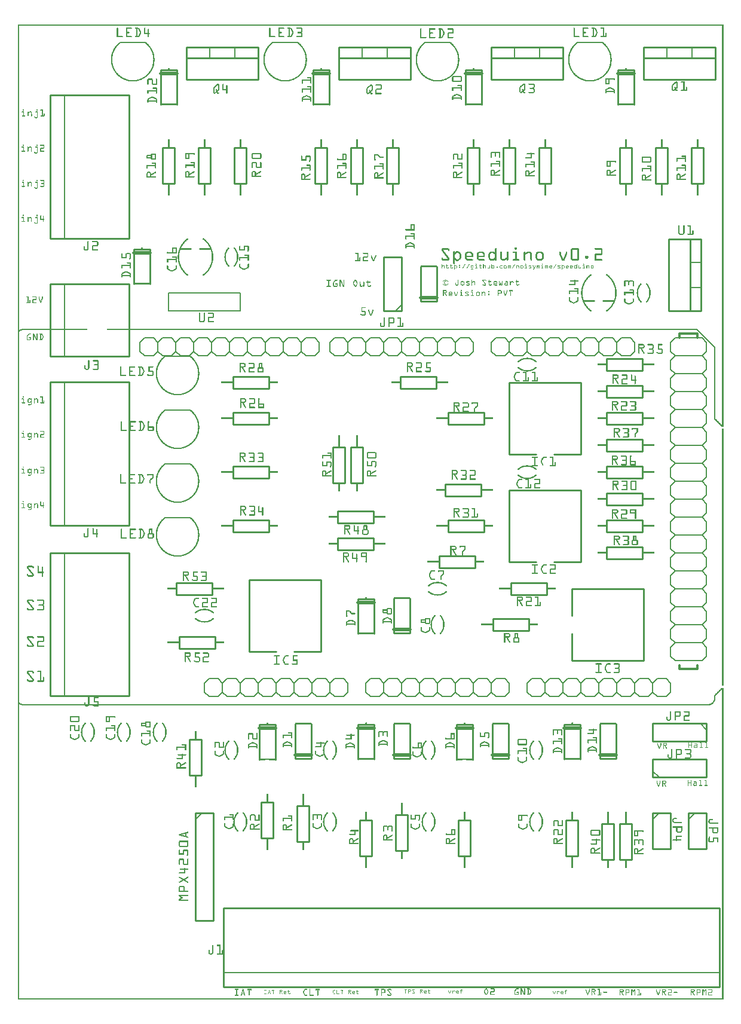
<source format=gto>
G04 MADE WITH FRITZING*
G04 WWW.FRITZING.ORG*
G04 DOUBLE SIDED*
G04 HOLES PLATED*
G04 CONTOUR ON CENTER OF CONTOUR VECTOR*
%ASAXBY*%
%FSLAX23Y23*%
%MOIN*%
%OFA0B0*%
%SFA1.0B1.0*%
%ADD10C,0.010000*%
%ADD11C,0.005000*%
%ADD12C,0.020000*%
%ADD13C,0.012000*%
%ADD14C,0.006000*%
%ADD15C,0.007874*%
%ADD16R,0.001000X0.001000*%
%LNSILK1*%
G90*
G70*
G54D10*
X959Y1251D02*
X959Y1451D01*
D02*
X959Y1451D02*
X1025Y1451D01*
D02*
X1025Y1451D02*
X1025Y1251D01*
D02*
X1025Y1251D02*
X959Y1251D01*
D02*
X992Y1041D02*
X992Y441D01*
D02*
X992Y441D02*
X1092Y441D01*
D02*
X1092Y441D02*
X1092Y1041D01*
D02*
X1092Y1041D02*
X992Y1041D01*
G54D11*
D02*
X992Y1006D02*
X1027Y1041D01*
G54D10*
D02*
X3092Y1891D02*
X3492Y1891D01*
D02*
X3492Y1891D02*
X3492Y2291D01*
D02*
X3492Y2291D02*
X3092Y2291D01*
D02*
X3092Y1891D02*
X3092Y2041D01*
D02*
X3092Y2141D02*
X3092Y2291D01*
D02*
X3542Y1241D02*
X3842Y1241D01*
D02*
X3842Y1241D02*
X3842Y1341D01*
D02*
X3842Y1341D02*
X3542Y1341D01*
D02*
X3542Y1341D02*
X3542Y1241D01*
G54D11*
D02*
X3577Y1241D02*
X3542Y1276D01*
G54D10*
D02*
X3842Y1541D02*
X3542Y1541D01*
D02*
X3542Y1541D02*
X3542Y1441D01*
D02*
X3542Y1441D02*
X3842Y1441D01*
D02*
X3842Y1441D02*
X3842Y1541D01*
G54D11*
D02*
X3807Y1541D02*
X3842Y1506D01*
G54D10*
D02*
X2142Y3841D02*
X2142Y4141D01*
D02*
X2142Y4141D02*
X2042Y4141D01*
D02*
X2042Y4141D02*
X2042Y3841D01*
D02*
X2042Y3841D02*
X2142Y3841D01*
G54D11*
D02*
X2142Y3876D02*
X2107Y3841D01*
G54D10*
D02*
X3325Y982D02*
X3325Y782D01*
D02*
X3325Y782D02*
X3259Y782D01*
D02*
X3259Y782D02*
X3259Y982D01*
D02*
X3259Y982D02*
X3325Y982D01*
D02*
X3425Y982D02*
X3425Y782D01*
D02*
X3425Y782D02*
X3359Y782D01*
D02*
X3359Y782D02*
X3359Y982D01*
D02*
X3359Y982D02*
X3425Y982D01*
D02*
X3542Y1041D02*
X3542Y841D01*
D02*
X3542Y841D02*
X3642Y841D01*
D02*
X3642Y841D02*
X3642Y1041D01*
D02*
X3642Y1041D02*
X3542Y1041D01*
G54D11*
D02*
X3542Y1006D02*
X3577Y1041D01*
G54D10*
D02*
X3742Y1041D02*
X3742Y841D01*
D02*
X3742Y841D02*
X3842Y841D01*
D02*
X3842Y841D02*
X3842Y1041D01*
D02*
X3842Y1041D02*
X3742Y1041D01*
G54D11*
D02*
X3742Y1006D02*
X3777Y1041D01*
G54D10*
D02*
X3483Y2458D02*
X3283Y2458D01*
D02*
X3283Y2458D02*
X3283Y2524D01*
D02*
X3283Y2524D02*
X3483Y2524D01*
D02*
X3483Y2524D02*
X3483Y2458D01*
D02*
X1983Y2658D02*
X1783Y2658D01*
D02*
X1783Y2658D02*
X1783Y2724D01*
D02*
X1783Y2724D02*
X1983Y2724D01*
D02*
X1983Y2724D02*
X1983Y2658D01*
D02*
X3483Y3058D02*
X3283Y3058D01*
D02*
X3283Y3058D02*
X3283Y3124D01*
D02*
X3283Y3124D02*
X3483Y3124D01*
D02*
X3483Y3124D02*
X3483Y3058D01*
D02*
X3483Y2908D02*
X3283Y2908D01*
D02*
X3283Y2908D02*
X3283Y2974D01*
D02*
X3283Y2974D02*
X3483Y2974D01*
D02*
X3483Y2974D02*
X3483Y2908D01*
D02*
X1983Y2508D02*
X1783Y2508D01*
D02*
X1783Y2508D02*
X1783Y2574D01*
D02*
X1783Y2574D02*
X1983Y2574D01*
D02*
X1983Y2574D02*
X1983Y2508D01*
D02*
X3483Y3508D02*
X3283Y3508D01*
D02*
X3283Y3508D02*
X3283Y3574D01*
D02*
X3283Y3574D02*
X3483Y3574D01*
D02*
X3483Y3574D02*
X3483Y3508D01*
D02*
X3812Y4241D02*
X3812Y3841D01*
D02*
X3812Y3841D02*
X3632Y3841D01*
D02*
X3632Y3841D02*
X3632Y4241D01*
D02*
X3632Y4241D02*
X3812Y4241D01*
D02*
X3812Y4241D02*
X3812Y3841D01*
D02*
X3812Y3841D02*
X3752Y3841D01*
D02*
X3752Y3841D02*
X3752Y4241D01*
D02*
X3752Y4241D02*
X3812Y4241D01*
G54D11*
D02*
X3812Y4111D02*
X3752Y4111D01*
D02*
X3812Y3971D02*
X3752Y3971D01*
G54D10*
D02*
X737Y4187D02*
X737Y3992D01*
D02*
X647Y3992D02*
X647Y4187D01*
D02*
X647Y4187D02*
X737Y4187D01*
G54D12*
D02*
X647Y4167D02*
X737Y4167D01*
G54D11*
D02*
X842Y3941D02*
X842Y3841D01*
D02*
X842Y3841D02*
X1242Y3841D01*
D02*
X1242Y3841D02*
X1242Y3941D01*
D02*
X1242Y3941D02*
X842Y3941D01*
G54D10*
D02*
X3142Y2441D02*
X3142Y2841D01*
D02*
X3142Y2841D02*
X2742Y2841D01*
D02*
X2742Y2841D02*
X2742Y2441D01*
D02*
X3142Y2441D02*
X2992Y2441D01*
D02*
X2892Y2441D02*
X2742Y2441D01*
D02*
X1692Y1941D02*
X1692Y2341D01*
D02*
X1692Y2341D02*
X1292Y2341D01*
D02*
X1292Y2341D02*
X1292Y1941D01*
D02*
X1692Y1941D02*
X1542Y1941D01*
D02*
X1442Y1941D02*
X1292Y1941D01*
D02*
X3142Y3041D02*
X3142Y3441D01*
D02*
X3142Y3441D02*
X2742Y3441D01*
D02*
X2742Y3441D02*
X2742Y3041D01*
D02*
X3142Y3041D02*
X2992Y3041D01*
D02*
X2892Y3041D02*
X2742Y3041D01*
D02*
X3483Y2608D02*
X3283Y2608D01*
D02*
X3283Y2608D02*
X3283Y2674D01*
D02*
X3283Y2674D02*
X3483Y2674D01*
D02*
X3483Y2674D02*
X3483Y2608D01*
D02*
X1925Y3082D02*
X1925Y2882D01*
D02*
X1925Y2882D02*
X1859Y2882D01*
D02*
X1859Y2882D02*
X1859Y3082D01*
D02*
X1859Y3082D02*
X1925Y3082D01*
D02*
X3483Y3208D02*
X3283Y3208D01*
D02*
X3283Y3208D02*
X3283Y3274D01*
D02*
X3283Y3274D02*
X3483Y3274D01*
D02*
X3483Y3274D02*
X3483Y3208D01*
D02*
X3483Y2758D02*
X3283Y2758D01*
D02*
X3283Y2758D02*
X3283Y2824D01*
D02*
X3283Y2824D02*
X3483Y2824D01*
D02*
X3483Y2824D02*
X3483Y2758D01*
D02*
X1825Y3082D02*
X1825Y2882D01*
D02*
X1825Y2882D02*
X1759Y2882D01*
D02*
X1759Y2882D02*
X1759Y3082D01*
D02*
X1759Y3082D02*
X1825Y3082D01*
D02*
X3483Y3358D02*
X3283Y3358D01*
D02*
X3283Y3358D02*
X3283Y3424D01*
D02*
X3283Y3424D02*
X3483Y3424D01*
D02*
X3483Y3424D02*
X3483Y3358D01*
D02*
X2402Y2674D02*
X2602Y2674D01*
D02*
X2602Y2674D02*
X2602Y2608D01*
D02*
X2602Y2608D02*
X2402Y2608D01*
D02*
X2402Y2608D02*
X2402Y2674D01*
D02*
X902Y2024D02*
X1102Y2024D01*
D02*
X1102Y2024D02*
X1102Y1958D01*
D02*
X1102Y1958D02*
X902Y1958D01*
D02*
X902Y1958D02*
X902Y2024D01*
D02*
X2402Y3274D02*
X2602Y3274D01*
D02*
X2602Y3274D02*
X2602Y3208D01*
D02*
X2602Y3208D02*
X2402Y3208D01*
D02*
X2402Y3208D02*
X2402Y3274D01*
D02*
X2583Y2808D02*
X2383Y2808D01*
D02*
X2383Y2808D02*
X2383Y2874D01*
D02*
X2383Y2874D02*
X2583Y2874D01*
D02*
X2583Y2874D02*
X2583Y2808D01*
D02*
X1083Y2258D02*
X883Y2258D01*
D02*
X883Y2258D02*
X883Y2324D01*
D02*
X883Y2324D02*
X1083Y2324D01*
D02*
X1083Y2324D02*
X1083Y2258D01*
D02*
X2333Y3408D02*
X2133Y3408D01*
D02*
X2133Y3408D02*
X2133Y3474D01*
D02*
X2133Y3474D02*
X2333Y3474D01*
D02*
X2333Y3474D02*
X2333Y3408D01*
D02*
X1202Y2974D02*
X1402Y2974D01*
D02*
X1402Y2974D02*
X1402Y2908D01*
D02*
X1402Y2908D02*
X1202Y2908D01*
D02*
X1202Y2908D02*
X1202Y2974D01*
D02*
X1202Y3474D02*
X1402Y3474D01*
D02*
X1402Y3474D02*
X1402Y3408D01*
D02*
X1402Y3408D02*
X1202Y3408D01*
D02*
X1202Y3408D02*
X1202Y3474D01*
D02*
X1202Y2674D02*
X1402Y2674D01*
D02*
X1402Y2674D02*
X1402Y2608D01*
D02*
X1402Y2608D02*
X1202Y2608D01*
D02*
X1202Y2608D02*
X1202Y2674D01*
D02*
X1202Y3274D02*
X1402Y3274D01*
D02*
X1402Y3274D02*
X1402Y3208D01*
D02*
X1402Y3208D02*
X1202Y3208D01*
D02*
X1202Y3208D02*
X1202Y3274D01*
G54D13*
D02*
X3692Y1866D02*
X3692Y1846D01*
D02*
X3692Y1846D02*
X3792Y1846D01*
D02*
X3792Y1846D02*
X3792Y1866D01*
D02*
X3692Y3691D02*
X3692Y3716D01*
D02*
X3692Y3716D02*
X3792Y3716D01*
D02*
X3792Y3716D02*
X3792Y3691D01*
G54D14*
D02*
X3467Y1791D02*
X3517Y1791D01*
D02*
X3517Y1791D02*
X3542Y1766D01*
D02*
X3542Y1766D02*
X3542Y1716D01*
D02*
X3542Y1716D02*
X3517Y1691D01*
D02*
X3342Y1766D02*
X3367Y1791D01*
D02*
X3367Y1791D02*
X3417Y1791D01*
D02*
X3417Y1791D02*
X3442Y1766D01*
D02*
X3442Y1766D02*
X3442Y1716D01*
D02*
X3442Y1716D02*
X3417Y1691D01*
D02*
X3417Y1691D02*
X3367Y1691D01*
D02*
X3367Y1691D02*
X3342Y1716D01*
D02*
X3467Y1791D02*
X3442Y1766D01*
D02*
X3442Y1716D02*
X3467Y1691D01*
D02*
X3517Y1691D02*
X3467Y1691D01*
D02*
X3167Y1791D02*
X3217Y1791D01*
D02*
X3217Y1791D02*
X3242Y1766D01*
D02*
X3242Y1766D02*
X3242Y1716D01*
D02*
X3242Y1716D02*
X3217Y1691D01*
D02*
X3242Y1766D02*
X3267Y1791D01*
D02*
X3267Y1791D02*
X3317Y1791D01*
D02*
X3317Y1791D02*
X3342Y1766D01*
D02*
X3342Y1766D02*
X3342Y1716D01*
D02*
X3342Y1716D02*
X3317Y1691D01*
D02*
X3317Y1691D02*
X3267Y1691D01*
D02*
X3267Y1691D02*
X3242Y1716D01*
D02*
X3042Y1766D02*
X3067Y1791D01*
D02*
X3067Y1791D02*
X3117Y1791D01*
D02*
X3117Y1791D02*
X3142Y1766D01*
D02*
X3142Y1766D02*
X3142Y1716D01*
D02*
X3142Y1716D02*
X3117Y1691D01*
D02*
X3117Y1691D02*
X3067Y1691D01*
D02*
X3067Y1691D02*
X3042Y1716D01*
D02*
X3167Y1791D02*
X3142Y1766D01*
D02*
X3142Y1716D02*
X3167Y1691D01*
D02*
X3217Y1691D02*
X3167Y1691D01*
D02*
X2867Y1791D02*
X2917Y1791D01*
D02*
X2917Y1791D02*
X2942Y1766D01*
D02*
X2942Y1766D02*
X2942Y1716D01*
D02*
X2942Y1716D02*
X2917Y1691D01*
D02*
X2942Y1766D02*
X2967Y1791D01*
D02*
X2967Y1791D02*
X3017Y1791D01*
D02*
X3017Y1791D02*
X3042Y1766D01*
D02*
X3042Y1766D02*
X3042Y1716D01*
D02*
X3042Y1716D02*
X3017Y1691D01*
D02*
X3017Y1691D02*
X2967Y1691D01*
D02*
X2967Y1691D02*
X2942Y1716D01*
D02*
X2842Y1766D02*
X2842Y1716D01*
D02*
X2867Y1791D02*
X2842Y1766D01*
D02*
X2842Y1716D02*
X2867Y1691D01*
D02*
X2917Y1691D02*
X2867Y1691D01*
D02*
X3567Y1791D02*
X3617Y1791D01*
D02*
X3617Y1791D02*
X3642Y1766D01*
D02*
X3642Y1766D02*
X3642Y1716D01*
D02*
X3642Y1716D02*
X3617Y1691D01*
D02*
X3567Y1791D02*
X3542Y1766D01*
D02*
X3542Y1716D02*
X3567Y1691D01*
D02*
X3617Y1691D02*
X3567Y1691D01*
D02*
X2567Y1791D02*
X2617Y1791D01*
D02*
X2617Y1791D02*
X2642Y1766D01*
D02*
X2642Y1766D02*
X2642Y1716D01*
D02*
X2642Y1716D02*
X2617Y1691D01*
D02*
X2442Y1766D02*
X2467Y1791D01*
D02*
X2467Y1791D02*
X2517Y1791D01*
D02*
X2517Y1791D02*
X2542Y1766D01*
D02*
X2542Y1766D02*
X2542Y1716D01*
D02*
X2542Y1716D02*
X2517Y1691D01*
D02*
X2517Y1691D02*
X2467Y1691D01*
D02*
X2467Y1691D02*
X2442Y1716D01*
D02*
X2567Y1791D02*
X2542Y1766D01*
D02*
X2542Y1716D02*
X2567Y1691D01*
D02*
X2617Y1691D02*
X2567Y1691D01*
D02*
X2267Y1791D02*
X2317Y1791D01*
D02*
X2317Y1791D02*
X2342Y1766D01*
D02*
X2342Y1766D02*
X2342Y1716D01*
D02*
X2342Y1716D02*
X2317Y1691D01*
D02*
X2342Y1766D02*
X2367Y1791D01*
D02*
X2367Y1791D02*
X2417Y1791D01*
D02*
X2417Y1791D02*
X2442Y1766D01*
D02*
X2442Y1766D02*
X2442Y1716D01*
D02*
X2442Y1716D02*
X2417Y1691D01*
D02*
X2417Y1691D02*
X2367Y1691D01*
D02*
X2367Y1691D02*
X2342Y1716D01*
D02*
X2142Y1766D02*
X2167Y1791D01*
D02*
X2167Y1791D02*
X2217Y1791D01*
D02*
X2217Y1791D02*
X2242Y1766D01*
D02*
X2242Y1766D02*
X2242Y1716D01*
D02*
X2242Y1716D02*
X2217Y1691D01*
D02*
X2217Y1691D02*
X2167Y1691D01*
D02*
X2167Y1691D02*
X2142Y1716D01*
D02*
X2267Y1791D02*
X2242Y1766D01*
D02*
X2242Y1716D02*
X2267Y1691D01*
D02*
X2317Y1691D02*
X2267Y1691D01*
D02*
X1967Y1791D02*
X2017Y1791D01*
D02*
X2017Y1791D02*
X2042Y1766D01*
D02*
X2042Y1766D02*
X2042Y1716D01*
D02*
X2042Y1716D02*
X2017Y1691D01*
D02*
X2042Y1766D02*
X2067Y1791D01*
D02*
X2067Y1791D02*
X2117Y1791D01*
D02*
X2117Y1791D02*
X2142Y1766D01*
D02*
X2142Y1766D02*
X2142Y1716D01*
D02*
X2142Y1716D02*
X2117Y1691D01*
D02*
X2117Y1691D02*
X2067Y1691D01*
D02*
X2067Y1691D02*
X2042Y1716D01*
D02*
X1942Y1766D02*
X1942Y1716D01*
D02*
X1967Y1791D02*
X1942Y1766D01*
D02*
X1942Y1716D02*
X1967Y1691D01*
D02*
X2017Y1691D02*
X1967Y1691D01*
D02*
X2667Y1791D02*
X2717Y1791D01*
D02*
X2717Y1791D02*
X2742Y1766D01*
D02*
X2742Y1766D02*
X2742Y1716D01*
D02*
X2742Y1716D02*
X2717Y1691D01*
D02*
X2667Y1791D02*
X2642Y1766D01*
D02*
X2642Y1716D02*
X2667Y1691D01*
D02*
X2717Y1691D02*
X2667Y1691D01*
D02*
X2817Y3591D02*
X2767Y3591D01*
D02*
X2767Y3591D02*
X2742Y3616D01*
D02*
X2742Y3616D02*
X2742Y3666D01*
D02*
X2742Y3666D02*
X2767Y3691D01*
D02*
X2942Y3616D02*
X2917Y3591D01*
D02*
X2917Y3591D02*
X2867Y3591D01*
D02*
X2867Y3591D02*
X2842Y3616D01*
D02*
X2842Y3616D02*
X2842Y3666D01*
D02*
X2842Y3666D02*
X2867Y3691D01*
D02*
X2867Y3691D02*
X2917Y3691D01*
D02*
X2917Y3691D02*
X2942Y3666D01*
D02*
X2817Y3591D02*
X2842Y3616D01*
D02*
X2842Y3666D02*
X2817Y3691D01*
D02*
X2767Y3691D02*
X2817Y3691D01*
D02*
X3117Y3591D02*
X3067Y3591D01*
D02*
X3067Y3591D02*
X3042Y3616D01*
D02*
X3042Y3616D02*
X3042Y3666D01*
D02*
X3042Y3666D02*
X3067Y3691D01*
D02*
X3042Y3616D02*
X3017Y3591D01*
D02*
X3017Y3591D02*
X2967Y3591D01*
D02*
X2967Y3591D02*
X2942Y3616D01*
D02*
X2942Y3616D02*
X2942Y3666D01*
D02*
X2942Y3666D02*
X2967Y3691D01*
D02*
X2967Y3691D02*
X3017Y3691D01*
D02*
X3017Y3691D02*
X3042Y3666D01*
D02*
X3242Y3616D02*
X3217Y3591D01*
D02*
X3217Y3591D02*
X3167Y3591D01*
D02*
X3167Y3591D02*
X3142Y3616D01*
D02*
X3142Y3616D02*
X3142Y3666D01*
D02*
X3142Y3666D02*
X3167Y3691D01*
D02*
X3167Y3691D02*
X3217Y3691D01*
D02*
X3217Y3691D02*
X3242Y3666D01*
D02*
X3117Y3591D02*
X3142Y3616D01*
D02*
X3142Y3666D02*
X3117Y3691D01*
D02*
X3067Y3691D02*
X3117Y3691D01*
D02*
X3417Y3591D02*
X3367Y3591D01*
D02*
X3367Y3591D02*
X3342Y3616D01*
D02*
X3342Y3616D02*
X3342Y3666D01*
D02*
X3342Y3666D02*
X3367Y3691D01*
D02*
X3342Y3616D02*
X3317Y3591D01*
D02*
X3317Y3591D02*
X3267Y3591D01*
D02*
X3267Y3591D02*
X3242Y3616D01*
D02*
X3242Y3616D02*
X3242Y3666D01*
D02*
X3242Y3666D02*
X3267Y3691D01*
D02*
X3267Y3691D02*
X3317Y3691D01*
D02*
X3317Y3691D02*
X3342Y3666D01*
D02*
X3442Y3616D02*
X3442Y3666D01*
D02*
X3417Y3591D02*
X3442Y3616D01*
D02*
X3442Y3666D02*
X3417Y3691D01*
D02*
X3367Y3691D02*
X3417Y3691D01*
D02*
X2717Y3591D02*
X2667Y3591D01*
D02*
X2667Y3591D02*
X2642Y3616D01*
D02*
X2642Y3616D02*
X2642Y3666D01*
D02*
X2642Y3666D02*
X2667Y3691D01*
D02*
X2717Y3591D02*
X2742Y3616D01*
D02*
X2742Y3666D02*
X2717Y3691D01*
D02*
X2667Y3691D02*
X2717Y3691D01*
D02*
X1482Y3666D02*
X1507Y3691D01*
D02*
X1507Y3691D02*
X1557Y3691D01*
D02*
X1557Y3691D02*
X1582Y3666D01*
D02*
X1582Y3666D02*
X1582Y3616D01*
D02*
X1582Y3616D02*
X1557Y3591D01*
D02*
X1557Y3591D02*
X1507Y3591D01*
D02*
X1507Y3591D02*
X1482Y3616D01*
D02*
X1307Y3691D02*
X1357Y3691D01*
D02*
X1357Y3691D02*
X1382Y3666D01*
D02*
X1382Y3666D02*
X1382Y3616D01*
D02*
X1382Y3616D02*
X1357Y3591D01*
D02*
X1382Y3666D02*
X1407Y3691D01*
D02*
X1407Y3691D02*
X1457Y3691D01*
D02*
X1457Y3691D02*
X1482Y3666D01*
D02*
X1482Y3666D02*
X1482Y3616D01*
D02*
X1482Y3616D02*
X1457Y3591D01*
D02*
X1457Y3591D02*
X1407Y3591D01*
D02*
X1407Y3591D02*
X1382Y3616D01*
D02*
X1182Y3666D02*
X1207Y3691D01*
D02*
X1207Y3691D02*
X1257Y3691D01*
D02*
X1257Y3691D02*
X1282Y3666D01*
D02*
X1282Y3666D02*
X1282Y3616D01*
D02*
X1282Y3616D02*
X1257Y3591D01*
D02*
X1257Y3591D02*
X1207Y3591D01*
D02*
X1207Y3591D02*
X1182Y3616D01*
D02*
X1307Y3691D02*
X1282Y3666D01*
D02*
X1282Y3616D02*
X1307Y3591D01*
D02*
X1357Y3591D02*
X1307Y3591D01*
D02*
X1007Y3691D02*
X1057Y3691D01*
D02*
X1057Y3691D02*
X1082Y3666D01*
D02*
X1082Y3666D02*
X1082Y3616D01*
D02*
X1082Y3616D02*
X1057Y3591D01*
D02*
X1082Y3666D02*
X1107Y3691D01*
D02*
X1107Y3691D02*
X1157Y3691D01*
D02*
X1157Y3691D02*
X1182Y3666D01*
D02*
X1182Y3666D02*
X1182Y3616D01*
D02*
X1182Y3616D02*
X1157Y3591D01*
D02*
X1157Y3591D02*
X1107Y3591D01*
D02*
X1107Y3591D02*
X1082Y3616D01*
D02*
X882Y3666D02*
X907Y3691D01*
D02*
X907Y3691D02*
X957Y3691D01*
D02*
X957Y3691D02*
X982Y3666D01*
D02*
X982Y3666D02*
X982Y3616D01*
D02*
X982Y3616D02*
X957Y3591D01*
D02*
X957Y3591D02*
X907Y3591D01*
D02*
X907Y3591D02*
X882Y3616D01*
D02*
X1007Y3691D02*
X982Y3666D01*
D02*
X982Y3616D02*
X1007Y3591D01*
D02*
X1057Y3591D02*
X1007Y3591D01*
D02*
X707Y3691D02*
X757Y3691D01*
D02*
X757Y3691D02*
X782Y3666D01*
D02*
X782Y3666D02*
X782Y3616D01*
D02*
X782Y3616D02*
X757Y3591D01*
D02*
X782Y3666D02*
X807Y3691D01*
D02*
X807Y3691D02*
X857Y3691D01*
D02*
X857Y3691D02*
X882Y3666D01*
D02*
X882Y3666D02*
X882Y3616D01*
D02*
X882Y3616D02*
X857Y3591D01*
D02*
X857Y3591D02*
X807Y3591D01*
D02*
X807Y3591D02*
X782Y3616D01*
D02*
X682Y3666D02*
X682Y3616D01*
D02*
X707Y3691D02*
X682Y3666D01*
D02*
X682Y3616D02*
X707Y3591D01*
D02*
X757Y3591D02*
X707Y3591D01*
D02*
X1607Y3691D02*
X1657Y3691D01*
D02*
X1657Y3691D02*
X1682Y3666D01*
D02*
X1682Y3666D02*
X1682Y3616D01*
D02*
X1682Y3616D02*
X1657Y3591D01*
D02*
X1607Y3691D02*
X1582Y3666D01*
D02*
X1582Y3616D02*
X1607Y3591D01*
D02*
X1657Y3591D02*
X1607Y3591D01*
D02*
X1667Y1791D02*
X1717Y1791D01*
D02*
X1717Y1791D02*
X1742Y1766D01*
D02*
X1742Y1766D02*
X1742Y1716D01*
D02*
X1742Y1716D02*
X1717Y1691D01*
D02*
X1542Y1766D02*
X1567Y1791D01*
D02*
X1567Y1791D02*
X1617Y1791D01*
D02*
X1617Y1791D02*
X1642Y1766D01*
D02*
X1642Y1766D02*
X1642Y1716D01*
D02*
X1642Y1716D02*
X1617Y1691D01*
D02*
X1617Y1691D02*
X1567Y1691D01*
D02*
X1567Y1691D02*
X1542Y1716D01*
D02*
X1667Y1791D02*
X1642Y1766D01*
D02*
X1642Y1716D02*
X1667Y1691D01*
D02*
X1717Y1691D02*
X1667Y1691D01*
D02*
X1367Y1791D02*
X1417Y1791D01*
D02*
X1417Y1791D02*
X1442Y1766D01*
D02*
X1442Y1766D02*
X1442Y1716D01*
D02*
X1442Y1716D02*
X1417Y1691D01*
D02*
X1442Y1766D02*
X1467Y1791D01*
D02*
X1467Y1791D02*
X1517Y1791D01*
D02*
X1517Y1791D02*
X1542Y1766D01*
D02*
X1542Y1766D02*
X1542Y1716D01*
D02*
X1542Y1716D02*
X1517Y1691D01*
D02*
X1517Y1691D02*
X1467Y1691D01*
D02*
X1467Y1691D02*
X1442Y1716D01*
D02*
X1242Y1766D02*
X1267Y1791D01*
D02*
X1267Y1791D02*
X1317Y1791D01*
D02*
X1317Y1791D02*
X1342Y1766D01*
D02*
X1342Y1766D02*
X1342Y1716D01*
D02*
X1342Y1716D02*
X1317Y1691D01*
D02*
X1317Y1691D02*
X1267Y1691D01*
D02*
X1267Y1691D02*
X1242Y1716D01*
D02*
X1367Y1791D02*
X1342Y1766D01*
D02*
X1342Y1716D02*
X1367Y1691D01*
D02*
X1417Y1691D02*
X1367Y1691D01*
D02*
X1067Y1791D02*
X1117Y1791D01*
D02*
X1117Y1791D02*
X1142Y1766D01*
D02*
X1142Y1766D02*
X1142Y1716D01*
D02*
X1142Y1716D02*
X1117Y1691D01*
D02*
X1142Y1766D02*
X1167Y1791D01*
D02*
X1167Y1791D02*
X1217Y1791D01*
D02*
X1217Y1791D02*
X1242Y1766D01*
D02*
X1242Y1766D02*
X1242Y1716D01*
D02*
X1242Y1716D02*
X1217Y1691D01*
D02*
X1217Y1691D02*
X1167Y1691D01*
D02*
X1167Y1691D02*
X1142Y1716D01*
D02*
X1042Y1766D02*
X1042Y1716D01*
D02*
X1067Y1791D02*
X1042Y1766D01*
D02*
X1042Y1716D02*
X1067Y1691D01*
D02*
X1117Y1691D02*
X1067Y1691D01*
D02*
X1767Y1791D02*
X1817Y1791D01*
D02*
X1817Y1791D02*
X1842Y1766D01*
D02*
X1842Y1766D02*
X1842Y1716D01*
D02*
X1842Y1716D02*
X1817Y1691D01*
D02*
X1767Y1791D02*
X1742Y1766D01*
D02*
X1742Y1716D02*
X1767Y1691D01*
D02*
X1817Y1691D02*
X1767Y1691D01*
D02*
X1917Y3591D02*
X1867Y3591D01*
D02*
X1867Y3591D02*
X1842Y3616D01*
D02*
X1842Y3616D02*
X1842Y3666D01*
D02*
X1842Y3666D02*
X1867Y3691D01*
D02*
X2042Y3616D02*
X2017Y3591D01*
D02*
X2017Y3591D02*
X1967Y3591D01*
D02*
X1967Y3591D02*
X1942Y3616D01*
D02*
X1942Y3616D02*
X1942Y3666D01*
D02*
X1942Y3666D02*
X1967Y3691D01*
D02*
X1967Y3691D02*
X2017Y3691D01*
D02*
X2017Y3691D02*
X2042Y3666D01*
D02*
X1917Y3591D02*
X1942Y3616D01*
D02*
X1942Y3666D02*
X1917Y3691D01*
D02*
X1867Y3691D02*
X1917Y3691D01*
D02*
X2217Y3591D02*
X2167Y3591D01*
D02*
X2167Y3591D02*
X2142Y3616D01*
D02*
X2142Y3616D02*
X2142Y3666D01*
D02*
X2142Y3666D02*
X2167Y3691D01*
D02*
X2142Y3616D02*
X2117Y3591D01*
D02*
X2117Y3591D02*
X2067Y3591D01*
D02*
X2067Y3591D02*
X2042Y3616D01*
D02*
X2042Y3616D02*
X2042Y3666D01*
D02*
X2042Y3666D02*
X2067Y3691D01*
D02*
X2067Y3691D02*
X2117Y3691D01*
D02*
X2117Y3691D02*
X2142Y3666D01*
D02*
X2342Y3616D02*
X2317Y3591D01*
D02*
X2317Y3591D02*
X2267Y3591D01*
D02*
X2267Y3591D02*
X2242Y3616D01*
D02*
X2242Y3616D02*
X2242Y3666D01*
D02*
X2242Y3666D02*
X2267Y3691D01*
D02*
X2267Y3691D02*
X2317Y3691D01*
D02*
X2317Y3691D02*
X2342Y3666D01*
D02*
X2217Y3591D02*
X2242Y3616D01*
D02*
X2242Y3666D02*
X2217Y3691D01*
D02*
X2167Y3691D02*
X2217Y3691D01*
D02*
X2517Y3591D02*
X2467Y3591D01*
D02*
X2467Y3591D02*
X2442Y3616D01*
D02*
X2442Y3616D02*
X2442Y3666D01*
D02*
X2442Y3666D02*
X2467Y3691D01*
D02*
X2442Y3616D02*
X2417Y3591D01*
D02*
X2417Y3591D02*
X2367Y3591D01*
D02*
X2367Y3591D02*
X2342Y3616D01*
D02*
X2342Y3616D02*
X2342Y3666D01*
D02*
X2342Y3666D02*
X2367Y3691D01*
D02*
X2367Y3691D02*
X2417Y3691D01*
D02*
X2417Y3691D02*
X2442Y3666D01*
D02*
X2542Y3616D02*
X2542Y3666D01*
D02*
X2517Y3591D02*
X2542Y3616D01*
D02*
X2542Y3666D02*
X2517Y3691D01*
D02*
X2467Y3691D02*
X2517Y3691D01*
D02*
X1817Y3591D02*
X1767Y3591D01*
D02*
X1767Y3591D02*
X1742Y3616D01*
D02*
X1742Y3616D02*
X1742Y3666D01*
D02*
X1742Y3666D02*
X1767Y3691D01*
D02*
X1817Y3591D02*
X1842Y3616D01*
D02*
X1842Y3666D02*
X1817Y3691D01*
D02*
X1767Y3691D02*
X1817Y3691D01*
D02*
X3667Y3691D02*
X3642Y3666D01*
D02*
X3642Y3666D02*
X3642Y3616D01*
D02*
X3642Y3616D02*
X3667Y3591D01*
D02*
X3667Y3591D02*
X3642Y3566D01*
D02*
X3642Y3566D02*
X3642Y3516D01*
D02*
X3642Y3516D02*
X3667Y3491D01*
D02*
X3667Y3491D02*
X3642Y3466D01*
D02*
X3642Y3466D02*
X3642Y3416D01*
D02*
X3642Y3416D02*
X3667Y3391D01*
D02*
X3667Y3391D02*
X3642Y3366D01*
D02*
X3642Y3366D02*
X3642Y3316D01*
D02*
X3642Y3316D02*
X3667Y3291D01*
D02*
X3667Y3291D02*
X3642Y3266D01*
D02*
X3642Y3266D02*
X3642Y3216D01*
D02*
X3642Y3216D02*
X3667Y3191D01*
D02*
X3667Y3191D02*
X3642Y3166D01*
D02*
X3642Y3166D02*
X3642Y3116D01*
D02*
X3642Y3116D02*
X3667Y3091D01*
D02*
X3667Y3691D02*
X3817Y3691D01*
D02*
X3817Y3691D02*
X3842Y3666D01*
D02*
X3842Y3666D02*
X3842Y3616D01*
D02*
X3842Y3616D02*
X3817Y3591D01*
D02*
X3817Y3591D02*
X3842Y3566D01*
D02*
X3842Y3566D02*
X3842Y3516D01*
D02*
X3842Y3516D02*
X3817Y3491D01*
D02*
X3817Y3491D02*
X3842Y3466D01*
D02*
X3842Y3466D02*
X3842Y3416D01*
D02*
X3842Y3416D02*
X3817Y3391D01*
D02*
X3817Y3391D02*
X3842Y3366D01*
D02*
X3842Y3366D02*
X3842Y3316D01*
D02*
X3842Y3316D02*
X3817Y3291D01*
D02*
X3817Y3291D02*
X3842Y3266D01*
D02*
X3842Y3266D02*
X3842Y3216D01*
D02*
X3842Y3216D02*
X3817Y3191D01*
D02*
X3817Y3191D02*
X3842Y3166D01*
D02*
X3842Y3166D02*
X3842Y3116D01*
D02*
X3842Y3116D02*
X3817Y3091D01*
D02*
X3817Y3091D02*
X3842Y3066D01*
D02*
X3842Y3066D02*
X3842Y3016D01*
D02*
X3842Y3016D02*
X3817Y2991D01*
D02*
X3817Y2991D02*
X3842Y2966D01*
D02*
X3842Y2966D02*
X3842Y2916D01*
D02*
X3842Y2916D02*
X3817Y2891D01*
D02*
X3817Y2891D02*
X3842Y2866D01*
D02*
X3842Y2866D02*
X3842Y2816D01*
D02*
X3842Y2816D02*
X3817Y2791D01*
D02*
X3817Y2791D02*
X3842Y2766D01*
D02*
X3842Y2766D02*
X3842Y2716D01*
D02*
X3842Y2716D02*
X3817Y2691D01*
D02*
X3817Y2691D02*
X3842Y2666D01*
D02*
X3842Y2666D02*
X3842Y2616D01*
D02*
X3842Y2616D02*
X3817Y2591D01*
D02*
X3817Y2591D02*
X3842Y2566D01*
D02*
X3842Y2566D02*
X3842Y2516D01*
D02*
X3817Y2491D02*
X3842Y2516D01*
D02*
X3817Y2491D02*
X3842Y2466D01*
D02*
X3842Y2416D02*
X3842Y2466D01*
D02*
X3842Y2416D02*
X3817Y2391D01*
D02*
X3817Y2391D02*
X3842Y2366D01*
D02*
X3842Y2316D02*
X3842Y2366D01*
D02*
X3842Y2316D02*
X3817Y2291D01*
D02*
X3817Y2291D02*
X3842Y2266D01*
D02*
X3842Y2216D02*
X3842Y2266D01*
D02*
X3842Y2216D02*
X3817Y2191D01*
D02*
X3817Y2191D02*
X3842Y2166D01*
D02*
X3842Y2116D02*
X3842Y2166D01*
D02*
X3842Y2116D02*
X3817Y2091D01*
D02*
X3817Y2091D02*
X3842Y2066D01*
D02*
X3842Y2016D02*
X3842Y2066D01*
D02*
X3842Y2016D02*
X3817Y1991D01*
D02*
X3817Y1991D02*
X3842Y1966D01*
D02*
X3842Y1916D02*
X3842Y1966D01*
D02*
X3842Y1916D02*
X3817Y1891D01*
D02*
X3667Y1891D02*
X3642Y1916D01*
D02*
X3642Y1916D02*
X3642Y1966D01*
D02*
X3667Y1991D02*
X3642Y1966D01*
D02*
X3667Y1991D02*
X3642Y2016D01*
D02*
X3642Y2016D02*
X3642Y2066D01*
D02*
X3667Y2091D02*
X3642Y2066D01*
D02*
X3667Y2091D02*
X3642Y2116D01*
D02*
X3642Y2166D02*
X3642Y2116D01*
D02*
X3642Y2166D02*
X3667Y2191D01*
D02*
X3667Y2191D02*
X3642Y2216D01*
D02*
X3642Y2266D02*
X3642Y2216D01*
D02*
X3642Y2266D02*
X3667Y2291D01*
D02*
X3667Y2291D02*
X3642Y2316D01*
D02*
X3642Y2316D02*
X3642Y2366D01*
D02*
X3667Y2391D02*
X3642Y2366D01*
D02*
X3667Y2391D02*
X3642Y2416D01*
D02*
X3642Y2416D02*
X3642Y2466D01*
D02*
X3667Y2491D02*
X3642Y2466D01*
D02*
X3667Y2491D02*
X3642Y2516D01*
D02*
X3642Y2516D02*
X3642Y2566D01*
D02*
X3667Y2591D02*
X3642Y2566D01*
D02*
X3667Y2591D02*
X3642Y2616D01*
D02*
X3642Y2616D02*
X3642Y2666D01*
D02*
X3667Y2691D02*
X3642Y2666D01*
D02*
X3667Y2691D02*
X3642Y2716D01*
D02*
X3642Y2716D02*
X3642Y2766D01*
D02*
X3667Y2791D02*
X3642Y2766D01*
D02*
X3667Y2791D02*
X3642Y2816D01*
D02*
X3642Y2816D02*
X3642Y2866D01*
D02*
X3667Y2891D02*
X3642Y2866D01*
D02*
X3667Y2891D02*
X3642Y2916D01*
D02*
X3642Y2916D02*
X3642Y2966D01*
D02*
X3667Y2991D02*
X3642Y2966D01*
D02*
X3667Y2991D02*
X3642Y3016D01*
D02*
X3642Y3016D02*
X3642Y3066D01*
D02*
X3667Y3091D02*
X3642Y3066D01*
D02*
X3817Y3591D02*
X3667Y3591D01*
D02*
X3817Y3491D02*
X3667Y3491D01*
D02*
X3817Y3391D02*
X3667Y3391D01*
D02*
X3817Y3291D02*
X3667Y3291D01*
D02*
X3817Y3191D02*
X3667Y3191D01*
D02*
X3817Y3091D02*
X3667Y3091D01*
D02*
X3817Y2991D02*
X3667Y2991D01*
D02*
X3817Y2891D02*
X3667Y2891D01*
D02*
X3817Y2791D02*
X3667Y2791D01*
D02*
X3817Y2691D02*
X3667Y2691D01*
D02*
X3817Y2591D02*
X3667Y2591D01*
D02*
X3817Y2491D02*
X3667Y2491D01*
D02*
X3817Y2391D02*
X3667Y2391D01*
D02*
X3817Y2291D02*
X3667Y2291D01*
D02*
X3817Y2191D02*
X3667Y2191D01*
D02*
X3817Y2091D02*
X3667Y2091D01*
D02*
X3817Y1991D02*
X3667Y1991D01*
D02*
X3817Y1891D02*
X3667Y1891D01*
G54D10*
D02*
X2752Y2324D02*
X2952Y2324D01*
D02*
X2952Y2324D02*
X2952Y2258D01*
D02*
X2952Y2258D02*
X2752Y2258D01*
D02*
X2752Y2258D02*
X2752Y2324D01*
D02*
X2175Y1032D02*
X2175Y832D01*
D02*
X2175Y832D02*
X2109Y832D01*
D02*
X2109Y832D02*
X2109Y1032D01*
D02*
X2109Y1032D02*
X2175Y1032D01*
D02*
X1625Y1082D02*
X1625Y882D01*
D02*
X1625Y882D02*
X1559Y882D01*
D02*
X1559Y882D02*
X1559Y1082D01*
D02*
X1559Y1082D02*
X1625Y1082D01*
D02*
X1909Y801D02*
X1909Y1001D01*
D02*
X1909Y1001D02*
X1975Y1001D01*
D02*
X1975Y1001D02*
X1975Y801D01*
D02*
X1975Y801D02*
X1909Y801D01*
D02*
X1359Y901D02*
X1359Y1101D01*
D02*
X1359Y1101D02*
X1425Y1101D01*
D02*
X1425Y1101D02*
X1425Y901D01*
D02*
X1425Y901D02*
X1359Y901D01*
D02*
X2097Y1345D02*
X2097Y1540D01*
D02*
X2187Y1540D02*
X2187Y1345D01*
D02*
X2187Y1345D02*
X2097Y1345D01*
G54D12*
D02*
X2187Y1365D02*
X2097Y1365D01*
G54D10*
D02*
X1437Y1535D02*
X1437Y1340D01*
D02*
X1347Y1340D02*
X1347Y1535D01*
D02*
X1347Y1535D02*
X1437Y1535D01*
G54D12*
D02*
X1347Y1515D02*
X1437Y1515D01*
G54D10*
D02*
X1547Y1345D02*
X1547Y1540D01*
D02*
X1637Y1540D02*
X1637Y1345D01*
D02*
X1637Y1345D02*
X1547Y1345D01*
G54D12*
D02*
X1637Y1365D02*
X1547Y1365D01*
G54D10*
D02*
X2097Y2045D02*
X2097Y2240D01*
D02*
X2187Y2240D02*
X2187Y2045D01*
D02*
X2187Y2045D02*
X2097Y2045D01*
G54D12*
D02*
X2187Y2065D02*
X2097Y2065D01*
G54D10*
D02*
X1987Y1537D02*
X1987Y1342D01*
D02*
X1897Y1342D02*
X1897Y1537D01*
D02*
X1897Y1537D02*
X1987Y1537D01*
G54D12*
D02*
X1897Y1517D02*
X1987Y1517D01*
G54D10*
D02*
X622Y1694D02*
X622Y2492D01*
D02*
X622Y2492D02*
X182Y2492D01*
D02*
X182Y2492D02*
X182Y1694D01*
D02*
X182Y1694D02*
X622Y1694D01*
G54D11*
D02*
X262Y2492D02*
X262Y1694D01*
G54D10*
D02*
X3915Y512D02*
X1149Y512D01*
D02*
X1149Y512D02*
X1149Y72D01*
D02*
X1149Y72D02*
X3915Y72D01*
D02*
X3915Y72D02*
X3915Y512D01*
G54D11*
D02*
X1149Y152D02*
X3915Y152D01*
G54D10*
D02*
X3059Y801D02*
X3059Y1001D01*
D02*
X3059Y1001D02*
X3125Y1001D01*
D02*
X3125Y1001D02*
X3125Y801D01*
D02*
X3125Y801D02*
X3059Y801D01*
D02*
X2459Y801D02*
X2459Y1001D01*
D02*
X2459Y1001D02*
X2525Y1001D01*
D02*
X2525Y1001D02*
X2525Y801D01*
D02*
X2525Y801D02*
X2459Y801D01*
D02*
X3247Y1345D02*
X3247Y1540D01*
D02*
X3337Y1540D02*
X3337Y1345D01*
D02*
X3337Y1345D02*
X3247Y1345D01*
G54D12*
D02*
X3337Y1365D02*
X3247Y1365D01*
G54D10*
D02*
X2647Y1345D02*
X2647Y1540D01*
D02*
X2737Y1540D02*
X2737Y1345D01*
D02*
X2737Y1345D02*
X2647Y1345D01*
G54D12*
D02*
X2737Y1365D02*
X2647Y1365D01*
G54D10*
D02*
X3137Y1537D02*
X3137Y1342D01*
D02*
X3047Y1342D02*
X3047Y1537D01*
D02*
X3047Y1537D02*
X3137Y1537D01*
G54D12*
D02*
X3047Y1517D02*
X3137Y1517D01*
G54D10*
D02*
X2537Y1535D02*
X2537Y1340D01*
D02*
X2447Y1340D02*
X2447Y1535D01*
D02*
X2447Y1535D02*
X2537Y1535D01*
G54D12*
D02*
X2447Y1515D02*
X2537Y1515D01*
G54D10*
D02*
X2352Y2474D02*
X2552Y2474D01*
D02*
X2552Y2474D02*
X2552Y2408D01*
D02*
X2552Y2408D02*
X2352Y2408D01*
D02*
X2352Y2408D02*
X2352Y2474D01*
D02*
X2652Y2124D02*
X2852Y2124D01*
D02*
X2852Y2124D02*
X2852Y2058D01*
D02*
X2852Y2058D02*
X2652Y2058D01*
D02*
X2652Y2058D02*
X2652Y2124D01*
D02*
X1987Y2237D02*
X1987Y2042D01*
D02*
X1897Y2042D02*
X1897Y2237D01*
D02*
X1897Y2237D02*
X1987Y2237D01*
G54D12*
D02*
X1897Y2217D02*
X1987Y2217D01*
G54D10*
D02*
X809Y4551D02*
X809Y4751D01*
D02*
X809Y4751D02*
X875Y4751D01*
D02*
X875Y4751D02*
X875Y4551D01*
D02*
X875Y4551D02*
X809Y4551D01*
D02*
X2509Y4551D02*
X2509Y4751D01*
D02*
X2509Y4751D02*
X2575Y4751D01*
D02*
X2575Y4751D02*
X2575Y4551D01*
D02*
X2575Y4551D02*
X2509Y4551D01*
D02*
X1659Y4551D02*
X1659Y4751D01*
D02*
X1659Y4751D02*
X1725Y4751D01*
D02*
X1725Y4751D02*
X1725Y4551D01*
D02*
X1725Y4551D02*
X1659Y4551D01*
D02*
X3359Y4551D02*
X3359Y4751D01*
D02*
X3359Y4751D02*
X3425Y4751D01*
D02*
X3425Y4751D02*
X3425Y4551D01*
D02*
X3425Y4551D02*
X3359Y4551D01*
D02*
X887Y5187D02*
X887Y4992D01*
D02*
X797Y4992D02*
X797Y5187D01*
D02*
X797Y5187D02*
X887Y5187D01*
G54D12*
D02*
X797Y5167D02*
X887Y5167D01*
G54D10*
D02*
X2587Y5187D02*
X2587Y4992D01*
D02*
X2497Y4992D02*
X2497Y5187D01*
D02*
X2497Y5187D02*
X2587Y5187D01*
G54D12*
D02*
X2497Y5167D02*
X2587Y5167D01*
G54D10*
D02*
X1737Y5187D02*
X1737Y4992D01*
D02*
X1647Y4992D02*
X1647Y5187D01*
D02*
X1647Y5187D02*
X1737Y5187D01*
G54D12*
D02*
X1647Y5167D02*
X1737Y5167D01*
G54D10*
D02*
X3437Y5187D02*
X3437Y4992D01*
D02*
X3347Y4992D02*
X3347Y5187D01*
D02*
X3347Y5187D02*
X3437Y5187D01*
G54D12*
D02*
X3347Y5167D02*
X3437Y5167D01*
G54D10*
D02*
X942Y5311D02*
X1342Y5311D01*
D02*
X1342Y5311D02*
X1342Y5131D01*
D02*
X1342Y5131D02*
X942Y5131D01*
D02*
X942Y5131D02*
X942Y5311D01*
D02*
X942Y5311D02*
X1342Y5311D01*
D02*
X1342Y5311D02*
X1342Y5251D01*
D02*
X1342Y5251D02*
X942Y5251D01*
D02*
X942Y5251D02*
X942Y5311D01*
G54D11*
D02*
X1072Y5311D02*
X1072Y5251D01*
D02*
X1212Y5311D02*
X1212Y5251D01*
G54D10*
D02*
X2642Y5311D02*
X3042Y5311D01*
D02*
X3042Y5311D02*
X3042Y5131D01*
D02*
X3042Y5131D02*
X2642Y5131D01*
D02*
X2642Y5131D02*
X2642Y5311D01*
D02*
X2642Y5311D02*
X3042Y5311D01*
D02*
X3042Y5311D02*
X3042Y5251D01*
D02*
X3042Y5251D02*
X2642Y5251D01*
D02*
X2642Y5251D02*
X2642Y5311D01*
G54D11*
D02*
X2772Y5311D02*
X2772Y5251D01*
D02*
X2912Y5311D02*
X2912Y5251D01*
G54D10*
D02*
X1792Y5311D02*
X2192Y5311D01*
D02*
X2192Y5311D02*
X2192Y5131D01*
D02*
X2192Y5131D02*
X1792Y5131D01*
D02*
X1792Y5131D02*
X1792Y5311D01*
D02*
X1792Y5311D02*
X2192Y5311D01*
D02*
X2192Y5311D02*
X2192Y5251D01*
D02*
X2192Y5251D02*
X1792Y5251D01*
D02*
X1792Y5251D02*
X1792Y5311D01*
G54D11*
D02*
X1922Y5311D02*
X1922Y5251D01*
D02*
X2062Y5311D02*
X2062Y5251D01*
G54D10*
D02*
X3492Y5311D02*
X3892Y5311D01*
D02*
X3892Y5311D02*
X3892Y5131D01*
D02*
X3892Y5131D02*
X3492Y5131D01*
D02*
X3492Y5131D02*
X3492Y5311D01*
D02*
X3492Y5311D02*
X3892Y5311D01*
D02*
X3892Y5311D02*
X3892Y5251D01*
D02*
X3892Y5251D02*
X3492Y5251D01*
D02*
X3492Y5251D02*
X3492Y5311D01*
G54D11*
D02*
X3622Y5311D02*
X3622Y5251D01*
D02*
X3762Y5311D02*
X3762Y5251D01*
G54D10*
D02*
X1009Y4551D02*
X1009Y4751D01*
D02*
X1009Y4751D02*
X1075Y4751D01*
D02*
X1075Y4751D02*
X1075Y4551D01*
D02*
X1075Y4551D02*
X1009Y4551D01*
D02*
X2709Y4551D02*
X2709Y4751D01*
D02*
X2709Y4751D02*
X2775Y4751D01*
D02*
X2775Y4751D02*
X2775Y4551D01*
D02*
X2775Y4551D02*
X2709Y4551D01*
D02*
X1859Y4551D02*
X1859Y4751D01*
D02*
X1859Y4751D02*
X1925Y4751D01*
D02*
X1925Y4751D02*
X1925Y4551D01*
D02*
X1925Y4551D02*
X1859Y4551D01*
D02*
X3559Y4551D02*
X3559Y4751D01*
D02*
X3559Y4751D02*
X3625Y4751D01*
D02*
X3625Y4751D02*
X3625Y4551D01*
D02*
X3625Y4551D02*
X3559Y4551D01*
D02*
X1209Y4551D02*
X1209Y4751D01*
D02*
X1209Y4751D02*
X1275Y4751D01*
D02*
X1275Y4751D02*
X1275Y4551D01*
D02*
X1275Y4551D02*
X1209Y4551D01*
D02*
X2909Y4551D02*
X2909Y4751D01*
D02*
X2909Y4751D02*
X2975Y4751D01*
D02*
X2975Y4751D02*
X2975Y4551D01*
D02*
X2975Y4551D02*
X2909Y4551D01*
D02*
X2059Y4551D02*
X2059Y4751D01*
D02*
X2059Y4751D02*
X2125Y4751D01*
D02*
X2125Y4751D02*
X2125Y4551D01*
D02*
X2125Y4551D02*
X2059Y4551D01*
D02*
X3759Y4551D02*
X3759Y4751D01*
D02*
X3759Y4751D02*
X3825Y4751D01*
D02*
X3825Y4751D02*
X3825Y4551D01*
D02*
X3825Y4551D02*
X3759Y4551D01*
D02*
X622Y3588D02*
X622Y3992D01*
D02*
X622Y3992D02*
X182Y3992D01*
D02*
X182Y3992D02*
X182Y3588D01*
D02*
X182Y3588D02*
X622Y3588D01*
G54D11*
D02*
X262Y3992D02*
X262Y3588D01*
G54D10*
D02*
X622Y2647D02*
X622Y3445D01*
D02*
X622Y3445D02*
X182Y3445D01*
D02*
X182Y3445D02*
X182Y2647D01*
D02*
X182Y2647D02*
X622Y2647D01*
G54D11*
D02*
X262Y3445D02*
X262Y2647D01*
G54D10*
D02*
X622Y4247D02*
X622Y5045D01*
D02*
X622Y5045D02*
X182Y5045D01*
D02*
X182Y5045D02*
X182Y4247D01*
D02*
X182Y4247D02*
X622Y4247D01*
G54D11*
D02*
X262Y5045D02*
X262Y4247D01*
G54D10*
D02*
X2247Y3895D02*
X2247Y4090D01*
D02*
X2337Y4090D02*
X2337Y3895D01*
D02*
X2337Y3895D02*
X2247Y3895D01*
G54D12*
D02*
X2337Y3915D02*
X2247Y3915D01*
G54D15*
X962Y2988D02*
X821Y2988D01*
D02*
X962Y3588D02*
X821Y3588D01*
D02*
X962Y2688D02*
X821Y2688D01*
D02*
X962Y3288D02*
X821Y3288D01*
D02*
X712Y5338D02*
X571Y5338D01*
D02*
X2412Y5338D02*
X2271Y5338D01*
D02*
X1562Y5338D02*
X1421Y5338D01*
D02*
X3262Y5338D02*
X3121Y5338D01*
D02*
G54D16*
X0Y5439D02*
X3936Y5439D01*
X0Y5438D02*
X3936Y5438D01*
X0Y5437D02*
X3936Y5437D01*
X0Y5436D02*
X3936Y5436D01*
X0Y5435D02*
X3936Y5435D01*
X0Y5434D02*
X3936Y5434D01*
X0Y5433D02*
X3936Y5433D01*
X0Y5432D02*
X3936Y5432D01*
X0Y5431D02*
X7Y5431D01*
X3929Y5431D02*
X3936Y5431D01*
X0Y5430D02*
X7Y5430D01*
X3929Y5430D02*
X3936Y5430D01*
X0Y5429D02*
X7Y5429D01*
X3929Y5429D02*
X3936Y5429D01*
X0Y5428D02*
X7Y5428D01*
X3929Y5428D02*
X3936Y5428D01*
X0Y5427D02*
X7Y5427D01*
X3929Y5427D02*
X3936Y5427D01*
X0Y5426D02*
X7Y5426D01*
X3929Y5426D02*
X3936Y5426D01*
X0Y5425D02*
X7Y5425D01*
X3929Y5425D02*
X3936Y5425D01*
X0Y5424D02*
X7Y5424D01*
X3929Y5424D02*
X3936Y5424D01*
X0Y5423D02*
X7Y5423D01*
X3929Y5423D02*
X3936Y5423D01*
X0Y5422D02*
X7Y5422D01*
X3929Y5422D02*
X3936Y5422D01*
X0Y5421D02*
X7Y5421D01*
X556Y5421D02*
X557Y5421D01*
X604Y5421D02*
X635Y5421D01*
X656Y5421D02*
X672Y5421D01*
X708Y5421D02*
X710Y5421D01*
X1406Y5421D02*
X1407Y5421D01*
X1454Y5421D02*
X1485Y5421D01*
X1506Y5421D02*
X1522Y5421D01*
X1556Y5421D02*
X1583Y5421D01*
X3102Y5421D02*
X3104Y5421D01*
X3150Y5421D02*
X3181Y5421D01*
X3202Y5421D02*
X3218Y5421D01*
X3252Y5421D02*
X3270Y5421D01*
X3929Y5421D02*
X3936Y5421D01*
X0Y5420D02*
X7Y5420D01*
X554Y5420D02*
X559Y5420D01*
X604Y5420D02*
X636Y5420D01*
X655Y5420D02*
X674Y5420D01*
X707Y5420D02*
X711Y5420D01*
X1404Y5420D02*
X1409Y5420D01*
X1454Y5420D02*
X1486Y5420D01*
X1505Y5420D02*
X1524Y5420D01*
X1555Y5420D02*
X1585Y5420D01*
X3101Y5420D02*
X3105Y5420D01*
X3150Y5420D02*
X3183Y5420D01*
X3201Y5420D02*
X3221Y5420D01*
X3251Y5420D02*
X3270Y5420D01*
X3929Y5420D02*
X3936Y5420D01*
X0Y5419D02*
X7Y5419D01*
X554Y5419D02*
X559Y5419D01*
X604Y5419D02*
X637Y5419D01*
X654Y5419D02*
X676Y5419D01*
X706Y5419D02*
X712Y5419D01*
X1404Y5419D02*
X1409Y5419D01*
X1454Y5419D02*
X1487Y5419D01*
X1504Y5419D02*
X1526Y5419D01*
X1554Y5419D02*
X1586Y5419D01*
X3100Y5419D02*
X3106Y5419D01*
X3150Y5419D02*
X3183Y5419D01*
X3200Y5419D02*
X3222Y5419D01*
X3251Y5419D02*
X3270Y5419D01*
X3929Y5419D02*
X3936Y5419D01*
X0Y5418D02*
X7Y5418D01*
X554Y5418D02*
X559Y5418D01*
X604Y5418D02*
X637Y5418D01*
X654Y5418D02*
X677Y5418D01*
X706Y5418D02*
X712Y5418D01*
X1404Y5418D02*
X1409Y5418D01*
X1454Y5418D02*
X1487Y5418D01*
X1504Y5418D02*
X1527Y5418D01*
X1554Y5418D02*
X1587Y5418D01*
X3100Y5418D02*
X3106Y5418D01*
X3150Y5418D02*
X3184Y5418D01*
X3200Y5418D02*
X3223Y5418D01*
X3250Y5418D02*
X3270Y5418D01*
X3929Y5418D02*
X3936Y5418D01*
X0Y5417D02*
X7Y5417D01*
X553Y5417D02*
X560Y5417D01*
X604Y5417D02*
X637Y5417D01*
X654Y5417D02*
X678Y5417D01*
X706Y5417D02*
X712Y5417D01*
X1403Y5417D02*
X1409Y5417D01*
X1454Y5417D02*
X1487Y5417D01*
X1504Y5417D02*
X1528Y5417D01*
X1554Y5417D02*
X1587Y5417D01*
X2248Y5417D02*
X2250Y5417D01*
X2296Y5417D02*
X2328Y5417D01*
X2348Y5417D02*
X2365Y5417D01*
X2398Y5417D02*
X2426Y5417D01*
X3100Y5417D02*
X3106Y5417D01*
X3150Y5417D02*
X3183Y5417D01*
X3200Y5417D02*
X3224Y5417D01*
X3251Y5417D02*
X3270Y5417D01*
X3929Y5417D02*
X3936Y5417D01*
X0Y5416D02*
X7Y5416D01*
X553Y5416D02*
X560Y5416D01*
X604Y5416D02*
X637Y5416D01*
X655Y5416D02*
X678Y5416D01*
X706Y5416D02*
X712Y5416D01*
X1403Y5416D02*
X1409Y5416D01*
X1454Y5416D02*
X1487Y5416D01*
X1504Y5416D02*
X1528Y5416D01*
X1555Y5416D02*
X1587Y5416D01*
X2247Y5416D02*
X2251Y5416D01*
X2296Y5416D02*
X2329Y5416D01*
X2347Y5416D02*
X2367Y5416D01*
X2397Y5416D02*
X2428Y5416D01*
X3100Y5416D02*
X3106Y5416D01*
X3150Y5416D02*
X3183Y5416D01*
X3201Y5416D02*
X3225Y5416D01*
X3251Y5416D02*
X3270Y5416D01*
X3929Y5416D02*
X3936Y5416D01*
X0Y5415D02*
X7Y5415D01*
X553Y5415D02*
X560Y5415D01*
X604Y5415D02*
X636Y5415D01*
X655Y5415D02*
X679Y5415D01*
X706Y5415D02*
X712Y5415D01*
X728Y5415D02*
X731Y5415D01*
X1403Y5415D02*
X1409Y5415D01*
X1454Y5415D02*
X1486Y5415D01*
X1505Y5415D02*
X1529Y5415D01*
X1556Y5415D02*
X1588Y5415D01*
X2246Y5415D02*
X2252Y5415D01*
X2296Y5415D02*
X2330Y5415D01*
X2347Y5415D02*
X2369Y5415D01*
X2397Y5415D02*
X2429Y5415D01*
X3100Y5415D02*
X3106Y5415D01*
X3150Y5415D02*
X3182Y5415D01*
X3202Y5415D02*
X3225Y5415D01*
X3252Y5415D02*
X3270Y5415D01*
X3929Y5415D02*
X3936Y5415D01*
X0Y5414D02*
X7Y5414D01*
X553Y5414D02*
X560Y5414D01*
X604Y5414D02*
X610Y5414D01*
X661Y5414D02*
X667Y5414D01*
X672Y5414D02*
X679Y5414D01*
X706Y5414D02*
X712Y5414D01*
X727Y5414D02*
X732Y5414D01*
X1403Y5414D02*
X1409Y5414D01*
X1454Y5414D02*
X1460Y5414D01*
X1511Y5414D02*
X1517Y5414D01*
X1522Y5414D02*
X1529Y5414D01*
X1582Y5414D02*
X1588Y5414D01*
X2246Y5414D02*
X2252Y5414D01*
X2296Y5414D02*
X2330Y5414D01*
X2347Y5414D02*
X2370Y5414D01*
X2397Y5414D02*
X2429Y5414D01*
X3100Y5414D02*
X3106Y5414D01*
X3150Y5414D02*
X3156Y5414D01*
X3207Y5414D02*
X3213Y5414D01*
X3218Y5414D02*
X3226Y5414D01*
X3264Y5414D02*
X3270Y5414D01*
X3929Y5414D02*
X3936Y5414D01*
X0Y5413D02*
X7Y5413D01*
X553Y5413D02*
X560Y5413D01*
X604Y5413D02*
X610Y5413D01*
X661Y5413D02*
X667Y5413D01*
X673Y5413D02*
X680Y5413D01*
X706Y5413D02*
X712Y5413D01*
X727Y5413D02*
X732Y5413D01*
X1403Y5413D02*
X1409Y5413D01*
X1454Y5413D02*
X1460Y5413D01*
X1511Y5413D02*
X1517Y5413D01*
X1523Y5413D02*
X1530Y5413D01*
X1582Y5413D02*
X1588Y5413D01*
X2246Y5413D02*
X2252Y5413D01*
X2296Y5413D02*
X2330Y5413D01*
X2347Y5413D02*
X2370Y5413D01*
X2397Y5413D02*
X2430Y5413D01*
X3100Y5413D02*
X3106Y5413D01*
X3150Y5413D02*
X3156Y5413D01*
X3207Y5413D02*
X3213Y5413D01*
X3219Y5413D02*
X3226Y5413D01*
X3264Y5413D02*
X3270Y5413D01*
X3929Y5413D02*
X3936Y5413D01*
X0Y5412D02*
X7Y5412D01*
X553Y5412D02*
X560Y5412D01*
X604Y5412D02*
X610Y5412D01*
X661Y5412D02*
X667Y5412D01*
X674Y5412D02*
X680Y5412D01*
X706Y5412D02*
X712Y5412D01*
X726Y5412D02*
X732Y5412D01*
X1403Y5412D02*
X1409Y5412D01*
X1454Y5412D02*
X1460Y5412D01*
X1511Y5412D02*
X1517Y5412D01*
X1524Y5412D02*
X1530Y5412D01*
X1582Y5412D02*
X1588Y5412D01*
X2246Y5412D02*
X2252Y5412D01*
X2296Y5412D02*
X2329Y5412D01*
X2347Y5412D02*
X2371Y5412D01*
X2398Y5412D02*
X2430Y5412D01*
X3100Y5412D02*
X3106Y5412D01*
X3150Y5412D02*
X3156Y5412D01*
X3207Y5412D02*
X3213Y5412D01*
X3220Y5412D02*
X3227Y5412D01*
X3264Y5412D02*
X3270Y5412D01*
X3929Y5412D02*
X3936Y5412D01*
X0Y5411D02*
X7Y5411D01*
X553Y5411D02*
X560Y5411D01*
X604Y5411D02*
X610Y5411D01*
X661Y5411D02*
X667Y5411D01*
X674Y5411D02*
X681Y5411D01*
X706Y5411D02*
X712Y5411D01*
X726Y5411D02*
X732Y5411D01*
X1403Y5411D02*
X1409Y5411D01*
X1454Y5411D02*
X1460Y5411D01*
X1511Y5411D02*
X1517Y5411D01*
X1524Y5411D02*
X1531Y5411D01*
X1582Y5411D02*
X1588Y5411D01*
X2246Y5411D02*
X2252Y5411D01*
X2296Y5411D02*
X2328Y5411D01*
X2349Y5411D02*
X2372Y5411D01*
X2399Y5411D02*
X2430Y5411D01*
X3100Y5411D02*
X3106Y5411D01*
X3150Y5411D02*
X3156Y5411D01*
X3207Y5411D02*
X3213Y5411D01*
X3220Y5411D02*
X3227Y5411D01*
X3264Y5411D02*
X3270Y5411D01*
X3929Y5411D02*
X3936Y5411D01*
X0Y5410D02*
X7Y5410D01*
X553Y5410D02*
X560Y5410D01*
X604Y5410D02*
X610Y5410D01*
X661Y5410D02*
X667Y5410D01*
X675Y5410D02*
X681Y5410D01*
X706Y5410D02*
X712Y5410D01*
X726Y5410D02*
X732Y5410D01*
X1403Y5410D02*
X1409Y5410D01*
X1454Y5410D02*
X1460Y5410D01*
X1511Y5410D02*
X1517Y5410D01*
X1525Y5410D02*
X1531Y5410D01*
X1582Y5410D02*
X1588Y5410D01*
X2246Y5410D02*
X2252Y5410D01*
X2296Y5410D02*
X2302Y5410D01*
X2353Y5410D02*
X2359Y5410D01*
X2365Y5410D02*
X2372Y5410D01*
X2424Y5410D02*
X2430Y5410D01*
X3100Y5410D02*
X3106Y5410D01*
X3150Y5410D02*
X3156Y5410D01*
X3207Y5410D02*
X3213Y5410D01*
X3221Y5410D02*
X3228Y5410D01*
X3264Y5410D02*
X3270Y5410D01*
X3929Y5410D02*
X3936Y5410D01*
X0Y5409D02*
X7Y5409D01*
X553Y5409D02*
X560Y5409D01*
X604Y5409D02*
X610Y5409D01*
X661Y5409D02*
X667Y5409D01*
X675Y5409D02*
X682Y5409D01*
X706Y5409D02*
X712Y5409D01*
X726Y5409D02*
X732Y5409D01*
X1403Y5409D02*
X1409Y5409D01*
X1454Y5409D02*
X1460Y5409D01*
X1511Y5409D02*
X1517Y5409D01*
X1525Y5409D02*
X1532Y5409D01*
X1582Y5409D02*
X1588Y5409D01*
X2246Y5409D02*
X2252Y5409D01*
X2296Y5409D02*
X2302Y5409D01*
X2353Y5409D02*
X2359Y5409D01*
X2366Y5409D02*
X2373Y5409D01*
X2424Y5409D02*
X2430Y5409D01*
X3100Y5409D02*
X3106Y5409D01*
X3150Y5409D02*
X3156Y5409D01*
X3207Y5409D02*
X3213Y5409D01*
X3221Y5409D02*
X3228Y5409D01*
X3264Y5409D02*
X3270Y5409D01*
X3929Y5409D02*
X3936Y5409D01*
X0Y5408D02*
X7Y5408D01*
X553Y5408D02*
X560Y5408D01*
X604Y5408D02*
X610Y5408D01*
X661Y5408D02*
X667Y5408D01*
X676Y5408D02*
X682Y5408D01*
X706Y5408D02*
X712Y5408D01*
X726Y5408D02*
X732Y5408D01*
X1403Y5408D02*
X1409Y5408D01*
X1454Y5408D02*
X1460Y5408D01*
X1511Y5408D02*
X1517Y5408D01*
X1526Y5408D02*
X1532Y5408D01*
X1582Y5408D02*
X1588Y5408D01*
X2246Y5408D02*
X2252Y5408D01*
X2296Y5408D02*
X2302Y5408D01*
X2353Y5408D02*
X2359Y5408D01*
X2366Y5408D02*
X2373Y5408D01*
X2424Y5408D02*
X2430Y5408D01*
X3100Y5408D02*
X3106Y5408D01*
X3150Y5408D02*
X3156Y5408D01*
X3207Y5408D02*
X3213Y5408D01*
X3222Y5408D02*
X3229Y5408D01*
X3264Y5408D02*
X3270Y5408D01*
X3929Y5408D02*
X3936Y5408D01*
X0Y5407D02*
X7Y5407D01*
X553Y5407D02*
X560Y5407D01*
X604Y5407D02*
X610Y5407D01*
X661Y5407D02*
X667Y5407D01*
X676Y5407D02*
X683Y5407D01*
X706Y5407D02*
X712Y5407D01*
X726Y5407D02*
X732Y5407D01*
X1403Y5407D02*
X1409Y5407D01*
X1454Y5407D02*
X1460Y5407D01*
X1511Y5407D02*
X1517Y5407D01*
X1526Y5407D02*
X1533Y5407D01*
X1582Y5407D02*
X1588Y5407D01*
X2246Y5407D02*
X2252Y5407D01*
X2296Y5407D02*
X2302Y5407D01*
X2353Y5407D02*
X2359Y5407D01*
X2367Y5407D02*
X2374Y5407D01*
X2424Y5407D02*
X2430Y5407D01*
X3100Y5407D02*
X3106Y5407D01*
X3150Y5407D02*
X3156Y5407D01*
X3207Y5407D02*
X3213Y5407D01*
X3222Y5407D02*
X3229Y5407D01*
X3264Y5407D02*
X3270Y5407D01*
X3929Y5407D02*
X3936Y5407D01*
X0Y5406D02*
X7Y5406D01*
X553Y5406D02*
X560Y5406D01*
X604Y5406D02*
X610Y5406D01*
X661Y5406D02*
X667Y5406D01*
X677Y5406D02*
X683Y5406D01*
X706Y5406D02*
X712Y5406D01*
X726Y5406D02*
X732Y5406D01*
X1403Y5406D02*
X1409Y5406D01*
X1454Y5406D02*
X1460Y5406D01*
X1511Y5406D02*
X1517Y5406D01*
X1527Y5406D02*
X1533Y5406D01*
X1582Y5406D02*
X1588Y5406D01*
X2246Y5406D02*
X2252Y5406D01*
X2296Y5406D02*
X2302Y5406D01*
X2353Y5406D02*
X2359Y5406D01*
X2367Y5406D02*
X2374Y5406D01*
X2424Y5406D02*
X2430Y5406D01*
X3100Y5406D02*
X3106Y5406D01*
X3150Y5406D02*
X3156Y5406D01*
X3207Y5406D02*
X3213Y5406D01*
X3223Y5406D02*
X3230Y5406D01*
X3264Y5406D02*
X3270Y5406D01*
X3929Y5406D02*
X3936Y5406D01*
X0Y5405D02*
X7Y5405D01*
X553Y5405D02*
X560Y5405D01*
X604Y5405D02*
X610Y5405D01*
X661Y5405D02*
X667Y5405D01*
X677Y5405D02*
X684Y5405D01*
X706Y5405D02*
X712Y5405D01*
X726Y5405D02*
X732Y5405D01*
X1403Y5405D02*
X1409Y5405D01*
X1454Y5405D02*
X1460Y5405D01*
X1511Y5405D02*
X1517Y5405D01*
X1527Y5405D02*
X1534Y5405D01*
X1582Y5405D02*
X1588Y5405D01*
X2246Y5405D02*
X2252Y5405D01*
X2296Y5405D02*
X2302Y5405D01*
X2353Y5405D02*
X2359Y5405D01*
X2368Y5405D02*
X2375Y5405D01*
X2424Y5405D02*
X2430Y5405D01*
X3100Y5405D02*
X3106Y5405D01*
X3150Y5405D02*
X3156Y5405D01*
X3207Y5405D02*
X3213Y5405D01*
X3223Y5405D02*
X3230Y5405D01*
X3264Y5405D02*
X3270Y5405D01*
X3929Y5405D02*
X3936Y5405D01*
X0Y5404D02*
X7Y5404D01*
X553Y5404D02*
X560Y5404D01*
X604Y5404D02*
X610Y5404D01*
X661Y5404D02*
X667Y5404D01*
X678Y5404D02*
X684Y5404D01*
X706Y5404D02*
X712Y5404D01*
X726Y5404D02*
X732Y5404D01*
X1403Y5404D02*
X1409Y5404D01*
X1454Y5404D02*
X1460Y5404D01*
X1511Y5404D02*
X1517Y5404D01*
X1528Y5404D02*
X1534Y5404D01*
X1582Y5404D02*
X1588Y5404D01*
X2246Y5404D02*
X2252Y5404D01*
X2296Y5404D02*
X2302Y5404D01*
X2353Y5404D02*
X2359Y5404D01*
X2368Y5404D02*
X2375Y5404D01*
X2424Y5404D02*
X2430Y5404D01*
X3100Y5404D02*
X3106Y5404D01*
X3150Y5404D02*
X3156Y5404D01*
X3207Y5404D02*
X3213Y5404D01*
X3224Y5404D02*
X3231Y5404D01*
X3264Y5404D02*
X3270Y5404D01*
X3929Y5404D02*
X3936Y5404D01*
X0Y5403D02*
X7Y5403D01*
X553Y5403D02*
X560Y5403D01*
X604Y5403D02*
X610Y5403D01*
X661Y5403D02*
X667Y5403D01*
X678Y5403D02*
X685Y5403D01*
X706Y5403D02*
X712Y5403D01*
X726Y5403D02*
X732Y5403D01*
X1403Y5403D02*
X1409Y5403D01*
X1454Y5403D02*
X1460Y5403D01*
X1511Y5403D02*
X1517Y5403D01*
X1528Y5403D02*
X1535Y5403D01*
X1582Y5403D02*
X1588Y5403D01*
X2246Y5403D02*
X2252Y5403D01*
X2296Y5403D02*
X2302Y5403D01*
X2353Y5403D02*
X2359Y5403D01*
X2369Y5403D02*
X2376Y5403D01*
X2424Y5403D02*
X2430Y5403D01*
X3100Y5403D02*
X3106Y5403D01*
X3150Y5403D02*
X3156Y5403D01*
X3207Y5403D02*
X3213Y5403D01*
X3224Y5403D02*
X3231Y5403D01*
X3264Y5403D02*
X3270Y5403D01*
X3929Y5403D02*
X3936Y5403D01*
X0Y5402D02*
X7Y5402D01*
X553Y5402D02*
X560Y5402D01*
X604Y5402D02*
X610Y5402D01*
X661Y5402D02*
X667Y5402D01*
X679Y5402D02*
X685Y5402D01*
X706Y5402D02*
X712Y5402D01*
X726Y5402D02*
X732Y5402D01*
X1403Y5402D02*
X1409Y5402D01*
X1454Y5402D02*
X1460Y5402D01*
X1511Y5402D02*
X1517Y5402D01*
X1529Y5402D02*
X1535Y5402D01*
X1582Y5402D02*
X1588Y5402D01*
X2246Y5402D02*
X2252Y5402D01*
X2296Y5402D02*
X2302Y5402D01*
X2353Y5402D02*
X2359Y5402D01*
X2369Y5402D02*
X2376Y5402D01*
X2424Y5402D02*
X2430Y5402D01*
X3100Y5402D02*
X3106Y5402D01*
X3150Y5402D02*
X3156Y5402D01*
X3207Y5402D02*
X3213Y5402D01*
X3225Y5402D02*
X3232Y5402D01*
X3264Y5402D02*
X3270Y5402D01*
X3929Y5402D02*
X3936Y5402D01*
X0Y5401D02*
X7Y5401D01*
X553Y5401D02*
X560Y5401D01*
X604Y5401D02*
X610Y5401D01*
X661Y5401D02*
X667Y5401D01*
X679Y5401D02*
X686Y5401D01*
X706Y5401D02*
X712Y5401D01*
X726Y5401D02*
X732Y5401D01*
X1403Y5401D02*
X1409Y5401D01*
X1454Y5401D02*
X1460Y5401D01*
X1511Y5401D02*
X1517Y5401D01*
X1529Y5401D02*
X1536Y5401D01*
X1582Y5401D02*
X1588Y5401D01*
X2246Y5401D02*
X2252Y5401D01*
X2296Y5401D02*
X2302Y5401D01*
X2353Y5401D02*
X2359Y5401D01*
X2370Y5401D02*
X2377Y5401D01*
X2424Y5401D02*
X2430Y5401D01*
X3100Y5401D02*
X3106Y5401D01*
X3150Y5401D02*
X3156Y5401D01*
X3207Y5401D02*
X3213Y5401D01*
X3225Y5401D02*
X3232Y5401D01*
X3264Y5401D02*
X3270Y5401D01*
X3929Y5401D02*
X3936Y5401D01*
X0Y5400D02*
X7Y5400D01*
X553Y5400D02*
X560Y5400D01*
X604Y5400D02*
X610Y5400D01*
X661Y5400D02*
X667Y5400D01*
X680Y5400D02*
X686Y5400D01*
X706Y5400D02*
X712Y5400D01*
X726Y5400D02*
X732Y5400D01*
X1403Y5400D02*
X1409Y5400D01*
X1454Y5400D02*
X1460Y5400D01*
X1511Y5400D02*
X1517Y5400D01*
X1530Y5400D02*
X1536Y5400D01*
X1581Y5400D02*
X1588Y5400D01*
X2246Y5400D02*
X2252Y5400D01*
X2296Y5400D02*
X2302Y5400D01*
X2353Y5400D02*
X2359Y5400D01*
X2370Y5400D02*
X2377Y5400D01*
X2424Y5400D02*
X2430Y5400D01*
X3100Y5400D02*
X3106Y5400D01*
X3150Y5400D02*
X3156Y5400D01*
X3207Y5400D02*
X3213Y5400D01*
X3226Y5400D02*
X3233Y5400D01*
X3264Y5400D02*
X3270Y5400D01*
X3929Y5400D02*
X3936Y5400D01*
X0Y5399D02*
X7Y5399D01*
X553Y5399D02*
X560Y5399D01*
X604Y5399D02*
X610Y5399D01*
X661Y5399D02*
X667Y5399D01*
X680Y5399D02*
X687Y5399D01*
X706Y5399D02*
X712Y5399D01*
X726Y5399D02*
X732Y5399D01*
X1403Y5399D02*
X1409Y5399D01*
X1454Y5399D02*
X1460Y5399D01*
X1511Y5399D02*
X1517Y5399D01*
X1530Y5399D02*
X1537Y5399D01*
X1581Y5399D02*
X1587Y5399D01*
X2246Y5399D02*
X2252Y5399D01*
X2296Y5399D02*
X2302Y5399D01*
X2353Y5399D02*
X2359Y5399D01*
X2371Y5399D02*
X2378Y5399D01*
X2424Y5399D02*
X2430Y5399D01*
X3100Y5399D02*
X3106Y5399D01*
X3150Y5399D02*
X3156Y5399D01*
X3207Y5399D02*
X3213Y5399D01*
X3226Y5399D02*
X3233Y5399D01*
X3264Y5399D02*
X3270Y5399D01*
X3929Y5399D02*
X3936Y5399D01*
X0Y5398D02*
X7Y5398D01*
X553Y5398D02*
X560Y5398D01*
X604Y5398D02*
X610Y5398D01*
X661Y5398D02*
X667Y5398D01*
X681Y5398D02*
X687Y5398D01*
X706Y5398D02*
X712Y5398D01*
X726Y5398D02*
X732Y5398D01*
X1403Y5398D02*
X1409Y5398D01*
X1454Y5398D02*
X1460Y5398D01*
X1511Y5398D02*
X1517Y5398D01*
X1531Y5398D02*
X1537Y5398D01*
X1579Y5398D02*
X1587Y5398D01*
X2246Y5398D02*
X2252Y5398D01*
X2296Y5398D02*
X2302Y5398D01*
X2353Y5398D02*
X2359Y5398D01*
X2371Y5398D02*
X2378Y5398D01*
X2424Y5398D02*
X2430Y5398D01*
X3100Y5398D02*
X3106Y5398D01*
X3150Y5398D02*
X3156Y5398D01*
X3207Y5398D02*
X3213Y5398D01*
X3227Y5398D02*
X3233Y5398D01*
X3264Y5398D02*
X3270Y5398D01*
X3929Y5398D02*
X3936Y5398D01*
X0Y5397D02*
X7Y5397D01*
X553Y5397D02*
X560Y5397D01*
X604Y5397D02*
X622Y5397D01*
X661Y5397D02*
X667Y5397D01*
X681Y5397D02*
X687Y5397D01*
X706Y5397D02*
X712Y5397D01*
X726Y5397D02*
X732Y5397D01*
X1403Y5397D02*
X1409Y5397D01*
X1454Y5397D02*
X1472Y5397D01*
X1511Y5397D02*
X1517Y5397D01*
X1531Y5397D02*
X1537Y5397D01*
X1562Y5397D02*
X1587Y5397D01*
X2246Y5397D02*
X2252Y5397D01*
X2296Y5397D02*
X2302Y5397D01*
X2353Y5397D02*
X2359Y5397D01*
X2372Y5397D02*
X2379Y5397D01*
X2424Y5397D02*
X2430Y5397D01*
X3100Y5397D02*
X3106Y5397D01*
X3150Y5397D02*
X3168Y5397D01*
X3207Y5397D02*
X3213Y5397D01*
X3227Y5397D02*
X3233Y5397D01*
X3264Y5397D02*
X3270Y5397D01*
X3929Y5397D02*
X3936Y5397D01*
X0Y5396D02*
X7Y5396D01*
X553Y5396D02*
X560Y5396D01*
X604Y5396D02*
X623Y5396D01*
X661Y5396D02*
X667Y5396D01*
X681Y5396D02*
X687Y5396D01*
X706Y5396D02*
X712Y5396D01*
X726Y5396D02*
X732Y5396D01*
X1403Y5396D02*
X1409Y5396D01*
X1454Y5396D02*
X1473Y5396D01*
X1511Y5396D02*
X1517Y5396D01*
X1531Y5396D02*
X1537Y5396D01*
X1561Y5396D02*
X1586Y5396D01*
X2246Y5396D02*
X2252Y5396D01*
X2296Y5396D02*
X2302Y5396D01*
X2353Y5396D02*
X2359Y5396D01*
X2372Y5396D02*
X2379Y5396D01*
X2424Y5396D02*
X2430Y5396D01*
X3100Y5396D02*
X3106Y5396D01*
X3150Y5396D02*
X3169Y5396D01*
X3207Y5396D02*
X3213Y5396D01*
X3228Y5396D02*
X3234Y5396D01*
X3264Y5396D02*
X3270Y5396D01*
X3929Y5396D02*
X3936Y5396D01*
X0Y5395D02*
X7Y5395D01*
X553Y5395D02*
X560Y5395D01*
X604Y5395D02*
X623Y5395D01*
X661Y5395D02*
X667Y5395D01*
X681Y5395D02*
X687Y5395D01*
X706Y5395D02*
X712Y5395D01*
X726Y5395D02*
X732Y5395D01*
X1403Y5395D02*
X1409Y5395D01*
X1454Y5395D02*
X1473Y5395D01*
X1511Y5395D02*
X1517Y5395D01*
X1531Y5395D02*
X1537Y5395D01*
X1561Y5395D02*
X1585Y5395D01*
X2246Y5395D02*
X2252Y5395D01*
X2296Y5395D02*
X2302Y5395D01*
X2353Y5395D02*
X2359Y5395D01*
X2373Y5395D02*
X2379Y5395D01*
X2424Y5395D02*
X2430Y5395D01*
X3100Y5395D02*
X3106Y5395D01*
X3150Y5395D02*
X3170Y5395D01*
X3207Y5395D02*
X3213Y5395D01*
X3228Y5395D02*
X3234Y5395D01*
X3264Y5395D02*
X3270Y5395D01*
X3929Y5395D02*
X3936Y5395D01*
X0Y5394D02*
X7Y5394D01*
X553Y5394D02*
X560Y5394D01*
X604Y5394D02*
X623Y5394D01*
X661Y5394D02*
X667Y5394D01*
X681Y5394D02*
X687Y5394D01*
X706Y5394D02*
X712Y5394D01*
X726Y5394D02*
X732Y5394D01*
X1403Y5394D02*
X1409Y5394D01*
X1454Y5394D02*
X1473Y5394D01*
X1511Y5394D02*
X1517Y5394D01*
X1531Y5394D02*
X1537Y5394D01*
X1561Y5394D02*
X1585Y5394D01*
X2246Y5394D02*
X2252Y5394D01*
X2296Y5394D02*
X2313Y5394D01*
X2353Y5394D02*
X2359Y5394D01*
X2373Y5394D02*
X2380Y5394D01*
X2403Y5394D02*
X2430Y5394D01*
X3100Y5394D02*
X3106Y5394D01*
X3150Y5394D02*
X3170Y5394D01*
X3207Y5394D02*
X3213Y5394D01*
X3228Y5394D02*
X3234Y5394D01*
X3264Y5394D02*
X3270Y5394D01*
X3929Y5394D02*
X3936Y5394D01*
X0Y5393D02*
X7Y5393D01*
X553Y5393D02*
X560Y5393D01*
X604Y5393D02*
X623Y5393D01*
X661Y5393D02*
X667Y5393D01*
X681Y5393D02*
X687Y5393D01*
X706Y5393D02*
X712Y5393D01*
X726Y5393D02*
X732Y5393D01*
X1403Y5393D02*
X1409Y5393D01*
X1454Y5393D02*
X1473Y5393D01*
X1511Y5393D02*
X1517Y5393D01*
X1531Y5393D02*
X1537Y5393D01*
X1561Y5393D02*
X1586Y5393D01*
X2246Y5393D02*
X2252Y5393D01*
X2296Y5393D02*
X2315Y5393D01*
X2353Y5393D02*
X2359Y5393D01*
X2374Y5393D02*
X2380Y5393D01*
X2400Y5393D02*
X2430Y5393D01*
X3100Y5393D02*
X3106Y5393D01*
X3150Y5393D02*
X3169Y5393D01*
X3207Y5393D02*
X3213Y5393D01*
X3228Y5393D02*
X3234Y5393D01*
X3264Y5393D02*
X3270Y5393D01*
X3929Y5393D02*
X3936Y5393D01*
X0Y5392D02*
X7Y5392D01*
X553Y5392D02*
X560Y5392D01*
X604Y5392D02*
X622Y5392D01*
X661Y5392D02*
X667Y5392D01*
X681Y5392D02*
X687Y5392D01*
X706Y5392D02*
X712Y5392D01*
X726Y5392D02*
X733Y5392D01*
X1403Y5392D02*
X1409Y5392D01*
X1454Y5392D02*
X1472Y5392D01*
X1511Y5392D02*
X1517Y5392D01*
X1531Y5392D02*
X1537Y5392D01*
X1562Y5392D02*
X1586Y5392D01*
X2246Y5392D02*
X2252Y5392D01*
X2296Y5392D02*
X2316Y5392D01*
X2353Y5392D02*
X2359Y5392D01*
X2374Y5392D02*
X2380Y5392D01*
X2399Y5392D02*
X2430Y5392D01*
X3100Y5392D02*
X3106Y5392D01*
X3150Y5392D02*
X3169Y5392D01*
X3207Y5392D02*
X3213Y5392D01*
X3227Y5392D02*
X3234Y5392D01*
X3264Y5392D02*
X3270Y5392D01*
X3929Y5392D02*
X3936Y5392D01*
X0Y5391D02*
X7Y5391D01*
X553Y5391D02*
X560Y5391D01*
X604Y5391D02*
X621Y5391D01*
X661Y5391D02*
X667Y5391D01*
X681Y5391D02*
X687Y5391D01*
X706Y5391D02*
X735Y5391D01*
X1403Y5391D02*
X1409Y5391D01*
X1454Y5391D02*
X1471Y5391D01*
X1511Y5391D02*
X1517Y5391D01*
X1531Y5391D02*
X1537Y5391D01*
X1563Y5391D02*
X1587Y5391D01*
X2246Y5391D02*
X2252Y5391D01*
X2296Y5391D02*
X2316Y5391D01*
X2353Y5391D02*
X2359Y5391D01*
X2374Y5391D02*
X2380Y5391D01*
X2398Y5391D02*
X2429Y5391D01*
X3100Y5391D02*
X3106Y5391D01*
X3150Y5391D02*
X3167Y5391D01*
X3207Y5391D02*
X3213Y5391D01*
X3227Y5391D02*
X3233Y5391D01*
X3264Y5391D02*
X3270Y5391D01*
X3279Y5391D02*
X3283Y5391D01*
X3929Y5391D02*
X3936Y5391D01*
X0Y5390D02*
X7Y5390D01*
X553Y5390D02*
X560Y5390D01*
X604Y5390D02*
X610Y5390D01*
X661Y5390D02*
X667Y5390D01*
X680Y5390D02*
X687Y5390D01*
X706Y5390D02*
X736Y5390D01*
X1403Y5390D02*
X1409Y5390D01*
X1454Y5390D02*
X1460Y5390D01*
X1511Y5390D02*
X1517Y5390D01*
X1530Y5390D02*
X1537Y5390D01*
X1580Y5390D02*
X1587Y5390D01*
X2246Y5390D02*
X2252Y5390D01*
X2296Y5390D02*
X2316Y5390D01*
X2353Y5390D02*
X2359Y5390D01*
X2374Y5390D02*
X2380Y5390D01*
X2397Y5390D02*
X2429Y5390D01*
X3100Y5390D02*
X3106Y5390D01*
X3150Y5390D02*
X3156Y5390D01*
X3207Y5390D02*
X3213Y5390D01*
X3227Y5390D02*
X3233Y5390D01*
X3264Y5390D02*
X3270Y5390D01*
X3278Y5390D02*
X3284Y5390D01*
X3929Y5390D02*
X3936Y5390D01*
X0Y5389D02*
X7Y5389D01*
X553Y5389D02*
X560Y5389D01*
X604Y5389D02*
X610Y5389D01*
X661Y5389D02*
X667Y5389D01*
X680Y5389D02*
X686Y5389D01*
X706Y5389D02*
X736Y5389D01*
X1403Y5389D02*
X1409Y5389D01*
X1454Y5389D02*
X1460Y5389D01*
X1511Y5389D02*
X1517Y5389D01*
X1530Y5389D02*
X1536Y5389D01*
X1581Y5389D02*
X1588Y5389D01*
X2246Y5389D02*
X2252Y5389D01*
X2296Y5389D02*
X2316Y5389D01*
X2353Y5389D02*
X2359Y5389D01*
X2374Y5389D02*
X2380Y5389D01*
X2397Y5389D02*
X2428Y5389D01*
X3100Y5389D02*
X3106Y5389D01*
X3150Y5389D02*
X3156Y5389D01*
X3207Y5389D02*
X3213Y5389D01*
X3226Y5389D02*
X3233Y5389D01*
X3264Y5389D02*
X3270Y5389D01*
X3278Y5389D02*
X3284Y5389D01*
X3929Y5389D02*
X3936Y5389D01*
X0Y5388D02*
X7Y5388D01*
X553Y5388D02*
X560Y5388D01*
X604Y5388D02*
X610Y5388D01*
X661Y5388D02*
X667Y5388D01*
X679Y5388D02*
X686Y5388D01*
X706Y5388D02*
X736Y5388D01*
X1403Y5388D02*
X1409Y5388D01*
X1454Y5388D02*
X1460Y5388D01*
X1511Y5388D02*
X1517Y5388D01*
X1529Y5388D02*
X1536Y5388D01*
X1582Y5388D02*
X1588Y5388D01*
X2246Y5388D02*
X2252Y5388D01*
X2296Y5388D02*
X2315Y5388D01*
X2353Y5388D02*
X2359Y5388D01*
X2374Y5388D02*
X2380Y5388D01*
X2397Y5388D02*
X2427Y5388D01*
X3100Y5388D02*
X3106Y5388D01*
X3150Y5388D02*
X3156Y5388D01*
X3207Y5388D02*
X3213Y5388D01*
X3226Y5388D02*
X3232Y5388D01*
X3264Y5388D02*
X3270Y5388D01*
X3278Y5388D02*
X3284Y5388D01*
X3929Y5388D02*
X3936Y5388D01*
X0Y5387D02*
X7Y5387D01*
X553Y5387D02*
X560Y5387D01*
X604Y5387D02*
X610Y5387D01*
X661Y5387D02*
X667Y5387D01*
X679Y5387D02*
X686Y5387D01*
X706Y5387D02*
X736Y5387D01*
X1403Y5387D02*
X1409Y5387D01*
X1454Y5387D02*
X1460Y5387D01*
X1511Y5387D02*
X1517Y5387D01*
X1529Y5387D02*
X1536Y5387D01*
X1582Y5387D02*
X1588Y5387D01*
X2246Y5387D02*
X2252Y5387D01*
X2296Y5387D02*
X2303Y5387D01*
X2353Y5387D02*
X2359Y5387D01*
X2373Y5387D02*
X2380Y5387D01*
X2397Y5387D02*
X2403Y5387D01*
X3100Y5387D02*
X3106Y5387D01*
X3150Y5387D02*
X3156Y5387D01*
X3207Y5387D02*
X3213Y5387D01*
X3225Y5387D02*
X3232Y5387D01*
X3264Y5387D02*
X3270Y5387D01*
X3278Y5387D02*
X3284Y5387D01*
X3929Y5387D02*
X3936Y5387D01*
X0Y5386D02*
X7Y5386D01*
X553Y5386D02*
X560Y5386D01*
X604Y5386D02*
X610Y5386D01*
X661Y5386D02*
X667Y5386D01*
X678Y5386D02*
X685Y5386D01*
X706Y5386D02*
X735Y5386D01*
X1403Y5386D02*
X1409Y5386D01*
X1454Y5386D02*
X1460Y5386D01*
X1511Y5386D02*
X1517Y5386D01*
X1528Y5386D02*
X1535Y5386D01*
X1582Y5386D02*
X1588Y5386D01*
X2246Y5386D02*
X2252Y5386D01*
X2296Y5386D02*
X2302Y5386D01*
X2353Y5386D02*
X2359Y5386D01*
X2373Y5386D02*
X2379Y5386D01*
X2397Y5386D02*
X2403Y5386D01*
X3100Y5386D02*
X3106Y5386D01*
X3150Y5386D02*
X3156Y5386D01*
X3207Y5386D02*
X3213Y5386D01*
X3225Y5386D02*
X3231Y5386D01*
X3264Y5386D02*
X3270Y5386D01*
X3278Y5386D02*
X3284Y5386D01*
X3929Y5386D02*
X3936Y5386D01*
X0Y5385D02*
X7Y5385D01*
X553Y5385D02*
X560Y5385D01*
X604Y5385D02*
X610Y5385D01*
X661Y5385D02*
X667Y5385D01*
X678Y5385D02*
X685Y5385D01*
X706Y5385D02*
X733Y5385D01*
X1403Y5385D02*
X1409Y5385D01*
X1454Y5385D02*
X1460Y5385D01*
X1511Y5385D02*
X1517Y5385D01*
X1528Y5385D02*
X1535Y5385D01*
X1582Y5385D02*
X1588Y5385D01*
X2246Y5385D02*
X2252Y5385D01*
X2296Y5385D02*
X2302Y5385D01*
X2353Y5385D02*
X2359Y5385D01*
X2372Y5385D02*
X2379Y5385D01*
X2397Y5385D02*
X2403Y5385D01*
X3100Y5385D02*
X3106Y5385D01*
X3150Y5385D02*
X3156Y5385D01*
X3207Y5385D02*
X3213Y5385D01*
X3224Y5385D02*
X3231Y5385D01*
X3264Y5385D02*
X3270Y5385D01*
X3278Y5385D02*
X3284Y5385D01*
X3929Y5385D02*
X3936Y5385D01*
X0Y5384D02*
X7Y5384D01*
X553Y5384D02*
X560Y5384D01*
X604Y5384D02*
X610Y5384D01*
X661Y5384D02*
X667Y5384D01*
X677Y5384D02*
X684Y5384D01*
X726Y5384D02*
X732Y5384D01*
X1403Y5384D02*
X1409Y5384D01*
X1454Y5384D02*
X1460Y5384D01*
X1511Y5384D02*
X1517Y5384D01*
X1527Y5384D02*
X1534Y5384D01*
X1582Y5384D02*
X1588Y5384D01*
X2246Y5384D02*
X2252Y5384D01*
X2296Y5384D02*
X2302Y5384D01*
X2353Y5384D02*
X2359Y5384D01*
X2372Y5384D02*
X2379Y5384D01*
X2397Y5384D02*
X2403Y5384D01*
X3100Y5384D02*
X3106Y5384D01*
X3150Y5384D02*
X3156Y5384D01*
X3207Y5384D02*
X3213Y5384D01*
X3224Y5384D02*
X3230Y5384D01*
X3264Y5384D02*
X3270Y5384D01*
X3278Y5384D02*
X3284Y5384D01*
X3929Y5384D02*
X3936Y5384D01*
X0Y5383D02*
X7Y5383D01*
X553Y5383D02*
X560Y5383D01*
X604Y5383D02*
X610Y5383D01*
X661Y5383D02*
X667Y5383D01*
X677Y5383D02*
X684Y5383D01*
X726Y5383D02*
X732Y5383D01*
X1403Y5383D02*
X1409Y5383D01*
X1454Y5383D02*
X1460Y5383D01*
X1511Y5383D02*
X1517Y5383D01*
X1527Y5383D02*
X1534Y5383D01*
X1582Y5383D02*
X1588Y5383D01*
X2246Y5383D02*
X2252Y5383D01*
X2296Y5383D02*
X2302Y5383D01*
X2353Y5383D02*
X2359Y5383D01*
X2371Y5383D02*
X2378Y5383D01*
X2397Y5383D02*
X2403Y5383D01*
X3100Y5383D02*
X3106Y5383D01*
X3150Y5383D02*
X3156Y5383D01*
X3207Y5383D02*
X3213Y5383D01*
X3223Y5383D02*
X3230Y5383D01*
X3264Y5383D02*
X3270Y5383D01*
X3278Y5383D02*
X3284Y5383D01*
X3929Y5383D02*
X3936Y5383D01*
X0Y5382D02*
X7Y5382D01*
X553Y5382D02*
X560Y5382D01*
X604Y5382D02*
X610Y5382D01*
X661Y5382D02*
X667Y5382D01*
X676Y5382D02*
X683Y5382D01*
X726Y5382D02*
X732Y5382D01*
X1403Y5382D02*
X1409Y5382D01*
X1454Y5382D02*
X1460Y5382D01*
X1511Y5382D02*
X1517Y5382D01*
X1526Y5382D02*
X1533Y5382D01*
X1582Y5382D02*
X1588Y5382D01*
X2246Y5382D02*
X2252Y5382D01*
X2296Y5382D02*
X2302Y5382D01*
X2353Y5382D02*
X2359Y5382D01*
X2371Y5382D02*
X2378Y5382D01*
X2397Y5382D02*
X2403Y5382D01*
X3100Y5382D02*
X3106Y5382D01*
X3150Y5382D02*
X3156Y5382D01*
X3207Y5382D02*
X3213Y5382D01*
X3223Y5382D02*
X3229Y5382D01*
X3264Y5382D02*
X3270Y5382D01*
X3278Y5382D02*
X3284Y5382D01*
X3929Y5382D02*
X3936Y5382D01*
X0Y5381D02*
X7Y5381D01*
X553Y5381D02*
X560Y5381D01*
X604Y5381D02*
X610Y5381D01*
X661Y5381D02*
X667Y5381D01*
X676Y5381D02*
X683Y5381D01*
X726Y5381D02*
X732Y5381D01*
X1403Y5381D02*
X1409Y5381D01*
X1454Y5381D02*
X1460Y5381D01*
X1511Y5381D02*
X1517Y5381D01*
X1526Y5381D02*
X1533Y5381D01*
X1582Y5381D02*
X1588Y5381D01*
X2246Y5381D02*
X2252Y5381D01*
X2296Y5381D02*
X2302Y5381D01*
X2353Y5381D02*
X2359Y5381D01*
X2370Y5381D02*
X2377Y5381D01*
X2397Y5381D02*
X2403Y5381D01*
X3100Y5381D02*
X3106Y5381D01*
X3150Y5381D02*
X3156Y5381D01*
X3207Y5381D02*
X3213Y5381D01*
X3222Y5381D02*
X3229Y5381D01*
X3264Y5381D02*
X3270Y5381D01*
X3278Y5381D02*
X3284Y5381D01*
X3929Y5381D02*
X3936Y5381D01*
X0Y5380D02*
X7Y5380D01*
X553Y5380D02*
X560Y5380D01*
X604Y5380D02*
X610Y5380D01*
X661Y5380D02*
X667Y5380D01*
X675Y5380D02*
X682Y5380D01*
X726Y5380D02*
X732Y5380D01*
X1403Y5380D02*
X1409Y5380D01*
X1454Y5380D02*
X1460Y5380D01*
X1511Y5380D02*
X1517Y5380D01*
X1525Y5380D02*
X1532Y5380D01*
X1582Y5380D02*
X1588Y5380D01*
X2246Y5380D02*
X2252Y5380D01*
X2296Y5380D02*
X2302Y5380D01*
X2353Y5380D02*
X2359Y5380D01*
X2370Y5380D02*
X2377Y5380D01*
X2397Y5380D02*
X2403Y5380D01*
X3100Y5380D02*
X3106Y5380D01*
X3150Y5380D02*
X3156Y5380D01*
X3207Y5380D02*
X3213Y5380D01*
X3222Y5380D02*
X3228Y5380D01*
X3264Y5380D02*
X3270Y5380D01*
X3278Y5380D02*
X3284Y5380D01*
X3929Y5380D02*
X3936Y5380D01*
X0Y5379D02*
X7Y5379D01*
X553Y5379D02*
X560Y5379D01*
X604Y5379D02*
X610Y5379D01*
X661Y5379D02*
X667Y5379D01*
X675Y5379D02*
X682Y5379D01*
X726Y5379D02*
X732Y5379D01*
X1403Y5379D02*
X1409Y5379D01*
X1454Y5379D02*
X1460Y5379D01*
X1511Y5379D02*
X1517Y5379D01*
X1525Y5379D02*
X1532Y5379D01*
X1582Y5379D02*
X1588Y5379D01*
X2246Y5379D02*
X2252Y5379D01*
X2296Y5379D02*
X2302Y5379D01*
X2353Y5379D02*
X2359Y5379D01*
X2369Y5379D02*
X2376Y5379D01*
X2397Y5379D02*
X2403Y5379D01*
X3100Y5379D02*
X3106Y5379D01*
X3150Y5379D02*
X3156Y5379D01*
X3207Y5379D02*
X3213Y5379D01*
X3221Y5379D02*
X3228Y5379D01*
X3264Y5379D02*
X3270Y5379D01*
X3278Y5379D02*
X3284Y5379D01*
X3929Y5379D02*
X3936Y5379D01*
X0Y5378D02*
X7Y5378D01*
X553Y5378D02*
X560Y5378D01*
X604Y5378D02*
X610Y5378D01*
X661Y5378D02*
X667Y5378D01*
X674Y5378D02*
X681Y5378D01*
X726Y5378D02*
X732Y5378D01*
X1403Y5378D02*
X1409Y5378D01*
X1454Y5378D02*
X1460Y5378D01*
X1511Y5378D02*
X1517Y5378D01*
X1524Y5378D02*
X1531Y5378D01*
X1582Y5378D02*
X1588Y5378D01*
X2246Y5378D02*
X2252Y5378D01*
X2296Y5378D02*
X2302Y5378D01*
X2353Y5378D02*
X2359Y5378D01*
X2369Y5378D02*
X2376Y5378D01*
X2397Y5378D02*
X2403Y5378D01*
X3100Y5378D02*
X3106Y5378D01*
X3150Y5378D02*
X3156Y5378D01*
X3207Y5378D02*
X3213Y5378D01*
X3221Y5378D02*
X3228Y5378D01*
X3264Y5378D02*
X3270Y5378D01*
X3278Y5378D02*
X3284Y5378D01*
X3929Y5378D02*
X3936Y5378D01*
X0Y5377D02*
X7Y5377D01*
X553Y5377D02*
X560Y5377D01*
X604Y5377D02*
X610Y5377D01*
X661Y5377D02*
X667Y5377D01*
X674Y5377D02*
X681Y5377D01*
X726Y5377D02*
X732Y5377D01*
X1403Y5377D02*
X1409Y5377D01*
X1454Y5377D02*
X1460Y5377D01*
X1511Y5377D02*
X1517Y5377D01*
X1524Y5377D02*
X1531Y5377D01*
X1582Y5377D02*
X1588Y5377D01*
X2246Y5377D02*
X2252Y5377D01*
X2296Y5377D02*
X2302Y5377D01*
X2353Y5377D02*
X2359Y5377D01*
X2368Y5377D02*
X2375Y5377D01*
X2397Y5377D02*
X2403Y5377D01*
X3100Y5377D02*
X3106Y5377D01*
X3150Y5377D02*
X3156Y5377D01*
X3207Y5377D02*
X3213Y5377D01*
X3220Y5377D02*
X3227Y5377D01*
X3264Y5377D02*
X3270Y5377D01*
X3278Y5377D02*
X3284Y5377D01*
X3929Y5377D02*
X3936Y5377D01*
X0Y5376D02*
X7Y5376D01*
X553Y5376D02*
X560Y5376D01*
X604Y5376D02*
X610Y5376D01*
X661Y5376D02*
X667Y5376D01*
X673Y5376D02*
X680Y5376D01*
X726Y5376D02*
X732Y5376D01*
X1403Y5376D02*
X1409Y5376D01*
X1454Y5376D02*
X1460Y5376D01*
X1511Y5376D02*
X1517Y5376D01*
X1523Y5376D02*
X1530Y5376D01*
X1582Y5376D02*
X1588Y5376D01*
X2246Y5376D02*
X2252Y5376D01*
X2296Y5376D02*
X2302Y5376D01*
X2353Y5376D02*
X2359Y5376D01*
X2368Y5376D02*
X2375Y5376D01*
X2397Y5376D02*
X2403Y5376D01*
X3100Y5376D02*
X3106Y5376D01*
X3150Y5376D02*
X3156Y5376D01*
X3207Y5376D02*
X3213Y5376D01*
X3220Y5376D02*
X3227Y5376D01*
X3264Y5376D02*
X3270Y5376D01*
X3278Y5376D02*
X3284Y5376D01*
X3929Y5376D02*
X3936Y5376D01*
X0Y5375D02*
X7Y5375D01*
X553Y5375D02*
X560Y5375D01*
X604Y5375D02*
X610Y5375D01*
X661Y5375D02*
X667Y5375D01*
X672Y5375D02*
X680Y5375D01*
X726Y5375D02*
X732Y5375D01*
X1403Y5375D02*
X1409Y5375D01*
X1454Y5375D02*
X1460Y5375D01*
X1511Y5375D02*
X1517Y5375D01*
X1522Y5375D02*
X1530Y5375D01*
X1582Y5375D02*
X1588Y5375D01*
X2246Y5375D02*
X2252Y5375D01*
X2296Y5375D02*
X2302Y5375D01*
X2353Y5375D02*
X2359Y5375D01*
X2367Y5375D02*
X2374Y5375D01*
X2397Y5375D02*
X2403Y5375D01*
X3100Y5375D02*
X3106Y5375D01*
X3150Y5375D02*
X3156Y5375D01*
X3207Y5375D02*
X3213Y5375D01*
X3219Y5375D02*
X3226Y5375D01*
X3264Y5375D02*
X3270Y5375D01*
X3278Y5375D02*
X3284Y5375D01*
X3929Y5375D02*
X3936Y5375D01*
X0Y5374D02*
X7Y5374D01*
X553Y5374D02*
X585Y5374D01*
X604Y5374D02*
X635Y5374D01*
X656Y5374D02*
X679Y5374D01*
X726Y5374D02*
X732Y5374D01*
X1403Y5374D02*
X1435Y5374D01*
X1454Y5374D02*
X1485Y5374D01*
X1506Y5374D02*
X1529Y5374D01*
X1556Y5374D02*
X1588Y5374D01*
X2246Y5374D02*
X2252Y5374D01*
X2296Y5374D02*
X2302Y5374D01*
X2353Y5374D02*
X2359Y5374D01*
X2367Y5374D02*
X2374Y5374D01*
X2397Y5374D02*
X2403Y5374D01*
X3100Y5374D02*
X3131Y5374D01*
X3150Y5374D02*
X3181Y5374D01*
X3203Y5374D02*
X3226Y5374D01*
X3253Y5374D02*
X3284Y5374D01*
X3929Y5374D02*
X3936Y5374D01*
X0Y5373D02*
X7Y5373D01*
X553Y5373D02*
X586Y5373D01*
X604Y5373D02*
X636Y5373D01*
X655Y5373D02*
X679Y5373D01*
X726Y5373D02*
X732Y5373D01*
X1403Y5373D02*
X1436Y5373D01*
X1454Y5373D02*
X1486Y5373D01*
X1505Y5373D02*
X1529Y5373D01*
X1555Y5373D02*
X1588Y5373D01*
X2246Y5373D02*
X2252Y5373D01*
X2296Y5373D02*
X2302Y5373D01*
X2353Y5373D02*
X2359Y5373D01*
X2366Y5373D02*
X2373Y5373D01*
X2397Y5373D02*
X2403Y5373D01*
X3100Y5373D02*
X3132Y5373D01*
X3150Y5373D02*
X3183Y5373D01*
X3201Y5373D02*
X3225Y5373D01*
X3251Y5373D02*
X3284Y5373D01*
X3929Y5373D02*
X3936Y5373D01*
X0Y5372D02*
X7Y5372D01*
X553Y5372D02*
X587Y5372D01*
X604Y5372D02*
X637Y5372D01*
X654Y5372D02*
X678Y5372D01*
X726Y5372D02*
X732Y5372D01*
X1403Y5372D02*
X1437Y5372D01*
X1454Y5372D02*
X1487Y5372D01*
X1504Y5372D02*
X1528Y5372D01*
X1554Y5372D02*
X1587Y5372D01*
X2246Y5372D02*
X2252Y5372D01*
X2296Y5372D02*
X2302Y5372D01*
X2353Y5372D02*
X2359Y5372D01*
X2366Y5372D02*
X2373Y5372D01*
X2397Y5372D02*
X2403Y5372D01*
X3100Y5372D02*
X3133Y5372D01*
X3150Y5372D02*
X3183Y5372D01*
X3200Y5372D02*
X3224Y5372D01*
X3251Y5372D02*
X3284Y5372D01*
X3929Y5372D02*
X3936Y5372D01*
X0Y5371D02*
X7Y5371D01*
X553Y5371D02*
X587Y5371D01*
X604Y5371D02*
X637Y5371D01*
X654Y5371D02*
X677Y5371D01*
X726Y5371D02*
X732Y5371D01*
X1403Y5371D02*
X1437Y5371D01*
X1454Y5371D02*
X1487Y5371D01*
X1504Y5371D02*
X1527Y5371D01*
X1554Y5371D02*
X1587Y5371D01*
X2246Y5371D02*
X2252Y5371D01*
X2296Y5371D02*
X2302Y5371D01*
X2353Y5371D02*
X2359Y5371D01*
X2365Y5371D02*
X2372Y5371D01*
X2397Y5371D02*
X2403Y5371D01*
X3100Y5371D02*
X3133Y5371D01*
X3150Y5371D02*
X3184Y5371D01*
X3200Y5371D02*
X3224Y5371D01*
X3250Y5371D02*
X3284Y5371D01*
X3929Y5371D02*
X3936Y5371D01*
X0Y5370D02*
X7Y5370D01*
X553Y5370D02*
X587Y5370D01*
X604Y5370D02*
X637Y5370D01*
X654Y5370D02*
X676Y5370D01*
X727Y5370D02*
X732Y5370D01*
X1403Y5370D02*
X1437Y5370D01*
X1454Y5370D02*
X1487Y5370D01*
X1504Y5370D02*
X1526Y5370D01*
X1554Y5370D02*
X1586Y5370D01*
X2246Y5370D02*
X2278Y5370D01*
X2296Y5370D02*
X2328Y5370D01*
X2348Y5370D02*
X2372Y5370D01*
X2397Y5370D02*
X2428Y5370D01*
X3100Y5370D02*
X3133Y5370D01*
X3150Y5370D02*
X3183Y5370D01*
X3200Y5370D02*
X3223Y5370D01*
X3251Y5370D02*
X3284Y5370D01*
X3929Y5370D02*
X3936Y5370D01*
X0Y5369D02*
X7Y5369D01*
X553Y5369D02*
X587Y5369D01*
X604Y5369D02*
X637Y5369D01*
X654Y5369D02*
X675Y5369D01*
X727Y5369D02*
X732Y5369D01*
X1403Y5369D02*
X1437Y5369D01*
X1454Y5369D02*
X1487Y5369D01*
X1504Y5369D02*
X1525Y5369D01*
X1555Y5369D02*
X1585Y5369D01*
X2246Y5369D02*
X2279Y5369D01*
X2296Y5369D02*
X2329Y5369D01*
X2347Y5369D02*
X2371Y5369D01*
X2397Y5369D02*
X2430Y5369D01*
X3100Y5369D02*
X3133Y5369D01*
X3150Y5369D02*
X3183Y5369D01*
X3201Y5369D02*
X3221Y5369D01*
X3251Y5369D02*
X3283Y5369D01*
X3929Y5369D02*
X3936Y5369D01*
X0Y5368D02*
X7Y5368D01*
X553Y5368D02*
X586Y5368D01*
X604Y5368D02*
X636Y5368D01*
X655Y5368D02*
X673Y5368D01*
X728Y5368D02*
X731Y5368D01*
X1403Y5368D02*
X1436Y5368D01*
X1454Y5368D02*
X1486Y5368D01*
X1505Y5368D02*
X1523Y5368D01*
X1555Y5368D02*
X1584Y5368D01*
X2246Y5368D02*
X2279Y5368D01*
X2296Y5368D02*
X2330Y5368D01*
X2347Y5368D02*
X2370Y5368D01*
X2397Y5368D02*
X2430Y5368D01*
X3100Y5368D02*
X3132Y5368D01*
X3150Y5368D02*
X3182Y5368D01*
X3202Y5368D02*
X3219Y5368D01*
X3252Y5368D02*
X3283Y5368D01*
X3929Y5368D02*
X3936Y5368D01*
X0Y5367D02*
X7Y5367D01*
X2246Y5367D02*
X2280Y5367D01*
X2296Y5367D02*
X2330Y5367D01*
X2347Y5367D02*
X2370Y5367D01*
X2397Y5367D02*
X2430Y5367D01*
X3929Y5367D02*
X3936Y5367D01*
X0Y5366D02*
X7Y5366D01*
X2246Y5366D02*
X2279Y5366D01*
X2296Y5366D02*
X2330Y5366D01*
X2347Y5366D02*
X2369Y5366D01*
X2397Y5366D02*
X2430Y5366D01*
X3929Y5366D02*
X3936Y5366D01*
X0Y5365D02*
X7Y5365D01*
X2246Y5365D02*
X2279Y5365D01*
X2296Y5365D02*
X2329Y5365D01*
X2347Y5365D02*
X2367Y5365D01*
X2397Y5365D02*
X2430Y5365D01*
X3929Y5365D02*
X3936Y5365D01*
X0Y5364D02*
X7Y5364D01*
X2246Y5364D02*
X2278Y5364D01*
X2296Y5364D02*
X2328Y5364D01*
X2348Y5364D02*
X2365Y5364D01*
X2397Y5364D02*
X2428Y5364D01*
X3929Y5364D02*
X3936Y5364D01*
X0Y5363D02*
X7Y5363D01*
X3929Y5363D02*
X3936Y5363D01*
X0Y5362D02*
X7Y5362D01*
X3929Y5362D02*
X3936Y5362D01*
X0Y5361D02*
X7Y5361D01*
X3929Y5361D02*
X3936Y5361D01*
X0Y5360D02*
X7Y5360D01*
X3929Y5360D02*
X3936Y5360D01*
X0Y5359D02*
X7Y5359D01*
X3929Y5359D02*
X3936Y5359D01*
X0Y5358D02*
X7Y5358D01*
X3929Y5358D02*
X3936Y5358D01*
X0Y5357D02*
X7Y5357D01*
X3929Y5357D02*
X3936Y5357D01*
X0Y5356D02*
X7Y5356D01*
X3929Y5356D02*
X3936Y5356D01*
X0Y5355D02*
X7Y5355D01*
X3929Y5355D02*
X3936Y5355D01*
X0Y5354D02*
X7Y5354D01*
X3929Y5354D02*
X3936Y5354D01*
X0Y5353D02*
X7Y5353D01*
X3929Y5353D02*
X3936Y5353D01*
X0Y5352D02*
X7Y5352D01*
X3929Y5352D02*
X3936Y5352D01*
X0Y5351D02*
X7Y5351D01*
X3929Y5351D02*
X3936Y5351D01*
X0Y5350D02*
X7Y5350D01*
X3929Y5350D02*
X3936Y5350D01*
X0Y5349D02*
X7Y5349D01*
X3929Y5349D02*
X3936Y5349D01*
X0Y5348D02*
X7Y5348D01*
X3929Y5348D02*
X3936Y5348D01*
X0Y5347D02*
X7Y5347D01*
X3929Y5347D02*
X3936Y5347D01*
X0Y5346D02*
X7Y5346D01*
X3929Y5346D02*
X3936Y5346D01*
X0Y5345D02*
X7Y5345D01*
X3929Y5345D02*
X3936Y5345D01*
X0Y5344D02*
X7Y5344D01*
X3929Y5344D02*
X3936Y5344D01*
X0Y5343D02*
X7Y5343D01*
X3929Y5343D02*
X3936Y5343D01*
X0Y5342D02*
X7Y5342D01*
X3929Y5342D02*
X3936Y5342D01*
X0Y5341D02*
X7Y5341D01*
X570Y5341D02*
X572Y5341D01*
X712Y5341D02*
X713Y5341D01*
X1419Y5341D02*
X1422Y5341D01*
X1562Y5341D02*
X1563Y5341D01*
X2269Y5341D02*
X2272Y5341D01*
X2412Y5341D02*
X2413Y5341D01*
X3119Y5341D02*
X3122Y5341D01*
X3262Y5341D02*
X3263Y5341D01*
X3929Y5341D02*
X3936Y5341D01*
X0Y5340D02*
X7Y5340D01*
X568Y5340D02*
X573Y5340D01*
X711Y5340D02*
X715Y5340D01*
X1418Y5340D02*
X1423Y5340D01*
X1561Y5340D02*
X1565Y5340D01*
X2268Y5340D02*
X2273Y5340D01*
X2411Y5340D02*
X2415Y5340D01*
X3118Y5340D02*
X3123Y5340D01*
X3261Y5340D02*
X3265Y5340D01*
X3929Y5340D02*
X3936Y5340D01*
X0Y5339D02*
X7Y5339D01*
X567Y5339D02*
X574Y5339D01*
X710Y5339D02*
X716Y5339D01*
X1417Y5339D02*
X1424Y5339D01*
X1560Y5339D02*
X1566Y5339D01*
X2267Y5339D02*
X2274Y5339D01*
X2410Y5339D02*
X2416Y5339D01*
X3117Y5339D02*
X3124Y5339D01*
X3260Y5339D02*
X3266Y5339D01*
X3929Y5339D02*
X3936Y5339D01*
X0Y5338D02*
X7Y5338D01*
X566Y5338D02*
X574Y5338D01*
X709Y5338D02*
X718Y5338D01*
X1416Y5338D02*
X1424Y5338D01*
X1559Y5338D02*
X1568Y5338D01*
X2266Y5338D02*
X2274Y5338D01*
X2409Y5338D02*
X2418Y5338D01*
X3116Y5338D02*
X3124Y5338D01*
X3259Y5338D02*
X3268Y5338D01*
X3929Y5338D02*
X3936Y5338D01*
X0Y5337D02*
X7Y5337D01*
X564Y5337D02*
X574Y5337D01*
X709Y5337D02*
X719Y5337D01*
X1414Y5337D02*
X1424Y5337D01*
X1559Y5337D02*
X1569Y5337D01*
X2264Y5337D02*
X2274Y5337D01*
X2409Y5337D02*
X2419Y5337D01*
X3114Y5337D02*
X3124Y5337D01*
X3259Y5337D02*
X3269Y5337D01*
X3929Y5337D02*
X3936Y5337D01*
X0Y5336D02*
X7Y5336D01*
X563Y5336D02*
X574Y5336D01*
X710Y5336D02*
X720Y5336D01*
X1413Y5336D02*
X1424Y5336D01*
X1560Y5336D02*
X1570Y5336D01*
X2263Y5336D02*
X2274Y5336D01*
X2410Y5336D02*
X2420Y5336D01*
X3113Y5336D02*
X3124Y5336D01*
X3260Y5336D02*
X3270Y5336D01*
X3929Y5336D02*
X3936Y5336D01*
X0Y5335D02*
X7Y5335D01*
X562Y5335D02*
X573Y5335D01*
X710Y5335D02*
X721Y5335D01*
X1412Y5335D02*
X1423Y5335D01*
X1560Y5335D02*
X1571Y5335D01*
X2262Y5335D02*
X2273Y5335D01*
X2410Y5335D02*
X2421Y5335D01*
X3112Y5335D02*
X3123Y5335D01*
X3260Y5335D02*
X3271Y5335D01*
X3929Y5335D02*
X3936Y5335D01*
X0Y5334D02*
X7Y5334D01*
X561Y5334D02*
X572Y5334D01*
X711Y5334D02*
X722Y5334D01*
X1411Y5334D02*
X1422Y5334D01*
X1561Y5334D02*
X1572Y5334D01*
X2261Y5334D02*
X2272Y5334D01*
X2411Y5334D02*
X2422Y5334D01*
X3111Y5334D02*
X3122Y5334D01*
X3261Y5334D02*
X3272Y5334D01*
X3929Y5334D02*
X3936Y5334D01*
X0Y5333D02*
X7Y5333D01*
X560Y5333D02*
X571Y5333D01*
X712Y5333D02*
X724Y5333D01*
X1410Y5333D02*
X1421Y5333D01*
X1562Y5333D02*
X1574Y5333D01*
X2260Y5333D02*
X2271Y5333D01*
X2412Y5333D02*
X2424Y5333D01*
X3110Y5333D02*
X3121Y5333D01*
X3262Y5333D02*
X3274Y5333D01*
X3929Y5333D02*
X3936Y5333D01*
X0Y5332D02*
X7Y5332D01*
X559Y5332D02*
X570Y5332D01*
X714Y5332D02*
X725Y5332D01*
X1409Y5332D02*
X1420Y5332D01*
X1564Y5332D02*
X1575Y5332D01*
X2259Y5332D02*
X2270Y5332D01*
X2414Y5332D02*
X2425Y5332D01*
X3109Y5332D02*
X3120Y5332D01*
X3264Y5332D02*
X3275Y5332D01*
X3929Y5332D02*
X3936Y5332D01*
X0Y5331D02*
X7Y5331D01*
X558Y5331D02*
X568Y5331D01*
X715Y5331D02*
X726Y5331D01*
X1408Y5331D02*
X1418Y5331D01*
X1565Y5331D02*
X1576Y5331D01*
X2258Y5331D02*
X2268Y5331D01*
X2415Y5331D02*
X2426Y5331D01*
X3108Y5331D02*
X3118Y5331D01*
X3265Y5331D02*
X3276Y5331D01*
X3929Y5331D02*
X3936Y5331D01*
X0Y5330D02*
X7Y5330D01*
X556Y5330D02*
X567Y5330D01*
X716Y5330D02*
X727Y5330D01*
X1406Y5330D02*
X1417Y5330D01*
X1566Y5330D02*
X1577Y5330D01*
X2256Y5330D02*
X2267Y5330D01*
X2416Y5330D02*
X2427Y5330D01*
X3106Y5330D02*
X3117Y5330D01*
X3266Y5330D02*
X3277Y5330D01*
X3929Y5330D02*
X3936Y5330D01*
X0Y5329D02*
X7Y5329D01*
X555Y5329D02*
X566Y5329D01*
X717Y5329D02*
X728Y5329D01*
X1405Y5329D02*
X1416Y5329D01*
X1567Y5329D02*
X1578Y5329D01*
X2255Y5329D02*
X2266Y5329D01*
X2417Y5329D02*
X2428Y5329D01*
X3105Y5329D02*
X3116Y5329D01*
X3267Y5329D02*
X3278Y5329D01*
X3929Y5329D02*
X3936Y5329D01*
X0Y5328D02*
X7Y5328D01*
X555Y5328D02*
X565Y5328D01*
X718Y5328D02*
X729Y5328D01*
X1405Y5328D02*
X1415Y5328D01*
X1568Y5328D02*
X1579Y5328D01*
X2255Y5328D02*
X2265Y5328D01*
X2418Y5328D02*
X2429Y5328D01*
X3105Y5328D02*
X3115Y5328D01*
X3268Y5328D02*
X3279Y5328D01*
X3929Y5328D02*
X3936Y5328D01*
X0Y5327D02*
X7Y5327D01*
X554Y5327D02*
X564Y5327D01*
X719Y5327D02*
X730Y5327D01*
X1404Y5327D02*
X1414Y5327D01*
X1569Y5327D02*
X1580Y5327D01*
X2254Y5327D02*
X2264Y5327D01*
X2419Y5327D02*
X2430Y5327D01*
X3104Y5327D02*
X3114Y5327D01*
X3269Y5327D02*
X3280Y5327D01*
X3929Y5327D02*
X3936Y5327D01*
X0Y5326D02*
X7Y5326D01*
X553Y5326D02*
X563Y5326D01*
X721Y5326D02*
X731Y5326D01*
X1403Y5326D02*
X1413Y5326D01*
X1571Y5326D02*
X1581Y5326D01*
X2253Y5326D02*
X2263Y5326D01*
X2421Y5326D02*
X2431Y5326D01*
X3103Y5326D02*
X3113Y5326D01*
X3271Y5326D02*
X3281Y5326D01*
X3929Y5326D02*
X3936Y5326D01*
X0Y5325D02*
X7Y5325D01*
X552Y5325D02*
X562Y5325D01*
X722Y5325D02*
X731Y5325D01*
X1402Y5325D02*
X1412Y5325D01*
X1572Y5325D02*
X1581Y5325D01*
X2252Y5325D02*
X2262Y5325D01*
X2422Y5325D02*
X2431Y5325D01*
X3102Y5325D02*
X3112Y5325D01*
X3272Y5325D02*
X3281Y5325D01*
X3929Y5325D02*
X3936Y5325D01*
X0Y5324D02*
X7Y5324D01*
X551Y5324D02*
X561Y5324D01*
X723Y5324D02*
X732Y5324D01*
X1401Y5324D02*
X1411Y5324D01*
X1573Y5324D02*
X1582Y5324D01*
X2251Y5324D02*
X2261Y5324D01*
X2423Y5324D02*
X2432Y5324D01*
X3101Y5324D02*
X3111Y5324D01*
X3273Y5324D02*
X3282Y5324D01*
X3929Y5324D02*
X3936Y5324D01*
X0Y5323D02*
X7Y5323D01*
X550Y5323D02*
X560Y5323D01*
X724Y5323D02*
X733Y5323D01*
X1400Y5323D02*
X1410Y5323D01*
X1574Y5323D02*
X1583Y5323D01*
X2250Y5323D02*
X2260Y5323D01*
X2424Y5323D02*
X2433Y5323D01*
X3100Y5323D02*
X3110Y5323D01*
X3274Y5323D02*
X3283Y5323D01*
X3929Y5323D02*
X3936Y5323D01*
X0Y5322D02*
X7Y5322D01*
X549Y5322D02*
X559Y5322D01*
X725Y5322D02*
X734Y5322D01*
X1399Y5322D02*
X1409Y5322D01*
X1575Y5322D02*
X1584Y5322D01*
X2249Y5322D02*
X2259Y5322D01*
X2425Y5322D02*
X2434Y5322D01*
X3099Y5322D02*
X3109Y5322D01*
X3275Y5322D02*
X3284Y5322D01*
X3929Y5322D02*
X3936Y5322D01*
X0Y5321D02*
X7Y5321D01*
X548Y5321D02*
X558Y5321D01*
X726Y5321D02*
X735Y5321D01*
X1398Y5321D02*
X1408Y5321D01*
X1576Y5321D02*
X1585Y5321D01*
X2248Y5321D02*
X2258Y5321D01*
X2426Y5321D02*
X2435Y5321D01*
X3098Y5321D02*
X3108Y5321D01*
X3276Y5321D02*
X3285Y5321D01*
X3929Y5321D02*
X3936Y5321D01*
X0Y5320D02*
X7Y5320D01*
X547Y5320D02*
X557Y5320D01*
X726Y5320D02*
X736Y5320D01*
X1397Y5320D02*
X1407Y5320D01*
X1576Y5320D02*
X1586Y5320D01*
X2247Y5320D02*
X2257Y5320D01*
X2426Y5320D02*
X2436Y5320D01*
X3097Y5320D02*
X3107Y5320D01*
X3276Y5320D02*
X3286Y5320D01*
X3929Y5320D02*
X3936Y5320D01*
X0Y5319D02*
X7Y5319D01*
X547Y5319D02*
X556Y5319D01*
X727Y5319D02*
X737Y5319D01*
X1397Y5319D02*
X1406Y5319D01*
X1577Y5319D02*
X1587Y5319D01*
X2247Y5319D02*
X2256Y5319D01*
X2427Y5319D02*
X2437Y5319D01*
X3097Y5319D02*
X3106Y5319D01*
X3277Y5319D02*
X3287Y5319D01*
X3929Y5319D02*
X3936Y5319D01*
X0Y5318D02*
X7Y5318D01*
X546Y5318D02*
X555Y5318D01*
X728Y5318D02*
X737Y5318D01*
X1396Y5318D02*
X1405Y5318D01*
X1578Y5318D02*
X1587Y5318D01*
X2246Y5318D02*
X2255Y5318D01*
X2428Y5318D02*
X2437Y5318D01*
X3096Y5318D02*
X3105Y5318D01*
X3278Y5318D02*
X3287Y5318D01*
X3929Y5318D02*
X3936Y5318D01*
X0Y5317D02*
X7Y5317D01*
X545Y5317D02*
X554Y5317D01*
X729Y5317D02*
X738Y5317D01*
X1395Y5317D02*
X1404Y5317D01*
X1579Y5317D02*
X1588Y5317D01*
X2245Y5317D02*
X2254Y5317D01*
X2429Y5317D02*
X2438Y5317D01*
X3095Y5317D02*
X3104Y5317D01*
X3279Y5317D02*
X3288Y5317D01*
X3929Y5317D02*
X3936Y5317D01*
X0Y5316D02*
X7Y5316D01*
X544Y5316D02*
X553Y5316D01*
X730Y5316D02*
X739Y5316D01*
X1394Y5316D02*
X1403Y5316D01*
X1580Y5316D02*
X1589Y5316D01*
X2244Y5316D02*
X2253Y5316D01*
X2430Y5316D02*
X2439Y5316D01*
X3094Y5316D02*
X3103Y5316D01*
X3280Y5316D02*
X3289Y5316D01*
X3929Y5316D02*
X3936Y5316D01*
X0Y5315D02*
X7Y5315D01*
X544Y5315D02*
X553Y5315D01*
X731Y5315D02*
X740Y5315D01*
X1394Y5315D02*
X1403Y5315D01*
X1581Y5315D02*
X1590Y5315D01*
X2244Y5315D02*
X2253Y5315D01*
X2431Y5315D02*
X2440Y5315D01*
X3094Y5315D02*
X3103Y5315D01*
X3281Y5315D02*
X3290Y5315D01*
X3929Y5315D02*
X3936Y5315D01*
X0Y5314D02*
X7Y5314D01*
X543Y5314D02*
X552Y5314D01*
X732Y5314D02*
X740Y5314D01*
X1393Y5314D02*
X1402Y5314D01*
X1582Y5314D02*
X1590Y5314D01*
X2243Y5314D02*
X2252Y5314D01*
X2432Y5314D02*
X2440Y5314D01*
X3093Y5314D02*
X3102Y5314D01*
X3282Y5314D02*
X3290Y5314D01*
X3929Y5314D02*
X3936Y5314D01*
X0Y5313D02*
X7Y5313D01*
X542Y5313D02*
X551Y5313D01*
X732Y5313D02*
X741Y5313D01*
X1392Y5313D02*
X1401Y5313D01*
X1582Y5313D02*
X1591Y5313D01*
X2242Y5313D02*
X2251Y5313D01*
X2432Y5313D02*
X2441Y5313D01*
X3092Y5313D02*
X3101Y5313D01*
X3282Y5313D02*
X3291Y5313D01*
X3929Y5313D02*
X3936Y5313D01*
X0Y5312D02*
X7Y5312D01*
X541Y5312D02*
X550Y5312D01*
X733Y5312D02*
X742Y5312D01*
X1391Y5312D02*
X1400Y5312D01*
X1583Y5312D02*
X1592Y5312D01*
X2241Y5312D02*
X2250Y5312D01*
X2433Y5312D02*
X2442Y5312D01*
X3091Y5312D02*
X3100Y5312D01*
X3283Y5312D02*
X3292Y5312D01*
X3929Y5312D02*
X3936Y5312D01*
X0Y5311D02*
X7Y5311D01*
X541Y5311D02*
X549Y5311D01*
X734Y5311D02*
X742Y5311D01*
X1391Y5311D02*
X1399Y5311D01*
X1584Y5311D02*
X1592Y5311D01*
X2241Y5311D02*
X2249Y5311D01*
X2434Y5311D02*
X2442Y5311D01*
X3091Y5311D02*
X3099Y5311D01*
X3284Y5311D02*
X3292Y5311D01*
X3929Y5311D02*
X3936Y5311D01*
X0Y5310D02*
X7Y5310D01*
X540Y5310D02*
X549Y5310D01*
X735Y5310D02*
X743Y5310D01*
X1390Y5310D02*
X1399Y5310D01*
X1585Y5310D02*
X1593Y5310D01*
X2240Y5310D02*
X2249Y5310D01*
X2435Y5310D02*
X2443Y5310D01*
X3090Y5310D02*
X3099Y5310D01*
X3285Y5310D02*
X3293Y5310D01*
X3929Y5310D02*
X3936Y5310D01*
X0Y5309D02*
X7Y5309D01*
X539Y5309D02*
X548Y5309D01*
X735Y5309D02*
X744Y5309D01*
X1389Y5309D02*
X1398Y5309D01*
X1585Y5309D02*
X1594Y5309D01*
X2239Y5309D02*
X2248Y5309D01*
X2435Y5309D02*
X2444Y5309D01*
X3089Y5309D02*
X3098Y5309D01*
X3285Y5309D02*
X3294Y5309D01*
X3929Y5309D02*
X3936Y5309D01*
X0Y5308D02*
X7Y5308D01*
X539Y5308D02*
X547Y5308D01*
X736Y5308D02*
X744Y5308D01*
X1389Y5308D02*
X1397Y5308D01*
X1586Y5308D02*
X1594Y5308D01*
X2239Y5308D02*
X2247Y5308D01*
X2436Y5308D02*
X2444Y5308D01*
X3089Y5308D02*
X3097Y5308D01*
X3286Y5308D02*
X3294Y5308D01*
X3929Y5308D02*
X3936Y5308D01*
X0Y5307D02*
X7Y5307D01*
X538Y5307D02*
X547Y5307D01*
X737Y5307D02*
X745Y5307D01*
X1388Y5307D02*
X1397Y5307D01*
X1587Y5307D02*
X1595Y5307D01*
X2238Y5307D02*
X2247Y5307D01*
X2437Y5307D02*
X2445Y5307D01*
X3088Y5307D02*
X3097Y5307D01*
X3287Y5307D02*
X3295Y5307D01*
X3929Y5307D02*
X3936Y5307D01*
X0Y5306D02*
X7Y5306D01*
X538Y5306D02*
X546Y5306D01*
X738Y5306D02*
X745Y5306D01*
X1388Y5306D02*
X1396Y5306D01*
X1588Y5306D02*
X1595Y5306D01*
X2238Y5306D02*
X2246Y5306D01*
X2437Y5306D02*
X2445Y5306D01*
X3088Y5306D02*
X3096Y5306D01*
X3287Y5306D02*
X3295Y5306D01*
X3929Y5306D02*
X3936Y5306D01*
X0Y5305D02*
X7Y5305D01*
X537Y5305D02*
X545Y5305D01*
X738Y5305D02*
X746Y5305D01*
X1387Y5305D02*
X1395Y5305D01*
X1588Y5305D02*
X1596Y5305D01*
X2237Y5305D02*
X2245Y5305D01*
X2438Y5305D02*
X2446Y5305D01*
X3087Y5305D02*
X3095Y5305D01*
X3288Y5305D02*
X3296Y5305D01*
X3929Y5305D02*
X3936Y5305D01*
X0Y5304D02*
X7Y5304D01*
X536Y5304D02*
X545Y5304D01*
X739Y5304D02*
X747Y5304D01*
X1386Y5304D02*
X1395Y5304D01*
X1589Y5304D02*
X1597Y5304D01*
X2236Y5304D02*
X2245Y5304D01*
X2439Y5304D02*
X2447Y5304D01*
X3086Y5304D02*
X3095Y5304D01*
X3289Y5304D02*
X3297Y5304D01*
X3929Y5304D02*
X3936Y5304D01*
X0Y5303D02*
X7Y5303D01*
X536Y5303D02*
X544Y5303D01*
X739Y5303D02*
X747Y5303D01*
X1386Y5303D02*
X1394Y5303D01*
X1589Y5303D02*
X1597Y5303D01*
X2236Y5303D02*
X2244Y5303D01*
X2439Y5303D02*
X2447Y5303D01*
X3086Y5303D02*
X3094Y5303D01*
X3289Y5303D02*
X3297Y5303D01*
X3929Y5303D02*
X3936Y5303D01*
X0Y5302D02*
X7Y5302D01*
X535Y5302D02*
X543Y5302D01*
X740Y5302D02*
X748Y5302D01*
X1385Y5302D02*
X1393Y5302D01*
X1590Y5302D02*
X1598Y5302D01*
X2235Y5302D02*
X2243Y5302D01*
X2440Y5302D02*
X2448Y5302D01*
X3085Y5302D02*
X3093Y5302D01*
X3290Y5302D02*
X3298Y5302D01*
X3929Y5302D02*
X3936Y5302D01*
X0Y5301D02*
X7Y5301D01*
X535Y5301D02*
X543Y5301D01*
X741Y5301D02*
X748Y5301D01*
X1385Y5301D02*
X1393Y5301D01*
X1591Y5301D02*
X1598Y5301D01*
X2235Y5301D02*
X2243Y5301D01*
X2441Y5301D02*
X2448Y5301D01*
X3085Y5301D02*
X3093Y5301D01*
X3291Y5301D02*
X3298Y5301D01*
X3929Y5301D02*
X3936Y5301D01*
X0Y5300D02*
X7Y5300D01*
X534Y5300D02*
X542Y5300D01*
X741Y5300D02*
X749Y5300D01*
X1384Y5300D02*
X1392Y5300D01*
X1591Y5300D02*
X1599Y5300D01*
X2234Y5300D02*
X2242Y5300D01*
X2441Y5300D02*
X2449Y5300D01*
X3084Y5300D02*
X3092Y5300D01*
X3291Y5300D02*
X3299Y5300D01*
X3929Y5300D02*
X3936Y5300D01*
X0Y5299D02*
X7Y5299D01*
X534Y5299D02*
X542Y5299D01*
X742Y5299D02*
X749Y5299D01*
X1384Y5299D02*
X1392Y5299D01*
X1592Y5299D02*
X1599Y5299D01*
X2234Y5299D02*
X2242Y5299D01*
X2442Y5299D02*
X2449Y5299D01*
X3084Y5299D02*
X3092Y5299D01*
X3292Y5299D02*
X3299Y5299D01*
X3929Y5299D02*
X3936Y5299D01*
X0Y5298D02*
X7Y5298D01*
X533Y5298D02*
X541Y5298D01*
X742Y5298D02*
X750Y5298D01*
X1383Y5298D02*
X1391Y5298D01*
X1592Y5298D02*
X1600Y5298D01*
X2233Y5298D02*
X2241Y5298D01*
X2442Y5298D02*
X2450Y5298D01*
X3083Y5298D02*
X3091Y5298D01*
X3292Y5298D02*
X3300Y5298D01*
X3929Y5298D02*
X3936Y5298D01*
X0Y5297D02*
X7Y5297D01*
X533Y5297D02*
X540Y5297D01*
X743Y5297D02*
X750Y5297D01*
X1383Y5297D02*
X1390Y5297D01*
X1593Y5297D02*
X1600Y5297D01*
X2233Y5297D02*
X2240Y5297D01*
X2443Y5297D02*
X2450Y5297D01*
X3083Y5297D02*
X3090Y5297D01*
X3293Y5297D02*
X3300Y5297D01*
X3929Y5297D02*
X3936Y5297D01*
X0Y5296D02*
X7Y5296D01*
X532Y5296D02*
X540Y5296D01*
X743Y5296D02*
X751Y5296D01*
X1382Y5296D02*
X1390Y5296D01*
X1593Y5296D02*
X1601Y5296D01*
X2232Y5296D02*
X2240Y5296D01*
X2443Y5296D02*
X2451Y5296D01*
X3082Y5296D02*
X3090Y5296D01*
X3293Y5296D02*
X3301Y5296D01*
X3929Y5296D02*
X3936Y5296D01*
X0Y5295D02*
X7Y5295D01*
X532Y5295D02*
X539Y5295D01*
X744Y5295D02*
X751Y5295D01*
X1382Y5295D02*
X1389Y5295D01*
X1594Y5295D02*
X1601Y5295D01*
X2232Y5295D02*
X2239Y5295D01*
X2444Y5295D02*
X2451Y5295D01*
X3082Y5295D02*
X3089Y5295D01*
X3294Y5295D02*
X3301Y5295D01*
X3929Y5295D02*
X3936Y5295D01*
X0Y5294D02*
X7Y5294D01*
X531Y5294D02*
X539Y5294D01*
X744Y5294D02*
X752Y5294D01*
X1381Y5294D02*
X1389Y5294D01*
X1594Y5294D02*
X1602Y5294D01*
X2231Y5294D02*
X2239Y5294D01*
X2444Y5294D02*
X2452Y5294D01*
X3081Y5294D02*
X3089Y5294D01*
X3294Y5294D02*
X3302Y5294D01*
X3929Y5294D02*
X3936Y5294D01*
X0Y5293D02*
X7Y5293D01*
X531Y5293D02*
X538Y5293D01*
X745Y5293D02*
X752Y5293D01*
X1381Y5293D02*
X1388Y5293D01*
X1595Y5293D02*
X1602Y5293D01*
X2231Y5293D02*
X2238Y5293D01*
X2445Y5293D02*
X2452Y5293D01*
X3081Y5293D02*
X3088Y5293D01*
X3295Y5293D02*
X3302Y5293D01*
X3929Y5293D02*
X3936Y5293D01*
X0Y5292D02*
X7Y5292D01*
X530Y5292D02*
X538Y5292D01*
X745Y5292D02*
X753Y5292D01*
X1380Y5292D02*
X1388Y5292D01*
X1595Y5292D02*
X1603Y5292D01*
X2230Y5292D02*
X2238Y5292D01*
X2445Y5292D02*
X2453Y5292D01*
X3080Y5292D02*
X3088Y5292D01*
X3295Y5292D02*
X3303Y5292D01*
X3929Y5292D02*
X3936Y5292D01*
X0Y5291D02*
X7Y5291D01*
X530Y5291D02*
X537Y5291D01*
X746Y5291D02*
X753Y5291D01*
X1380Y5291D02*
X1387Y5291D01*
X1596Y5291D02*
X1603Y5291D01*
X2230Y5291D02*
X2237Y5291D01*
X2446Y5291D02*
X2453Y5291D01*
X3080Y5291D02*
X3087Y5291D01*
X3296Y5291D02*
X3303Y5291D01*
X3929Y5291D02*
X3936Y5291D01*
X0Y5290D02*
X7Y5290D01*
X530Y5290D02*
X537Y5290D01*
X746Y5290D02*
X753Y5290D01*
X1380Y5290D02*
X1387Y5290D01*
X1596Y5290D02*
X1603Y5290D01*
X2230Y5290D02*
X2237Y5290D01*
X2446Y5290D02*
X2453Y5290D01*
X3079Y5290D02*
X3087Y5290D01*
X3296Y5290D02*
X3303Y5290D01*
X3929Y5290D02*
X3936Y5290D01*
X0Y5289D02*
X7Y5289D01*
X529Y5289D02*
X537Y5289D01*
X747Y5289D02*
X754Y5289D01*
X1379Y5289D02*
X1387Y5289D01*
X1597Y5289D02*
X1604Y5289D01*
X2229Y5289D02*
X2237Y5289D01*
X2447Y5289D02*
X2454Y5289D01*
X3079Y5289D02*
X3087Y5289D01*
X3297Y5289D02*
X3304Y5289D01*
X3929Y5289D02*
X3936Y5289D01*
X0Y5288D02*
X7Y5288D01*
X529Y5288D02*
X536Y5288D01*
X747Y5288D02*
X754Y5288D01*
X1379Y5288D02*
X1386Y5288D01*
X1597Y5288D02*
X1604Y5288D01*
X2229Y5288D02*
X2236Y5288D01*
X2447Y5288D02*
X2454Y5288D01*
X3079Y5288D02*
X3086Y5288D01*
X3297Y5288D02*
X3304Y5288D01*
X3929Y5288D02*
X3936Y5288D01*
X0Y5287D02*
X7Y5287D01*
X528Y5287D02*
X536Y5287D01*
X748Y5287D02*
X755Y5287D01*
X1378Y5287D02*
X1386Y5287D01*
X1598Y5287D02*
X1605Y5287D01*
X2228Y5287D02*
X2236Y5287D01*
X2448Y5287D02*
X2455Y5287D01*
X3078Y5287D02*
X3086Y5287D01*
X3298Y5287D02*
X3305Y5287D01*
X3929Y5287D02*
X3936Y5287D01*
X0Y5286D02*
X7Y5286D01*
X528Y5286D02*
X535Y5286D01*
X748Y5286D02*
X755Y5286D01*
X1378Y5286D02*
X1385Y5286D01*
X1598Y5286D02*
X1605Y5286D01*
X2228Y5286D02*
X2235Y5286D01*
X2448Y5286D02*
X2455Y5286D01*
X3078Y5286D02*
X3085Y5286D01*
X3298Y5286D02*
X3305Y5286D01*
X3929Y5286D02*
X3936Y5286D01*
X0Y5285D02*
X7Y5285D01*
X528Y5285D02*
X535Y5285D01*
X749Y5285D02*
X755Y5285D01*
X1378Y5285D02*
X1385Y5285D01*
X1599Y5285D02*
X1605Y5285D01*
X2228Y5285D02*
X2235Y5285D01*
X2449Y5285D02*
X2455Y5285D01*
X3078Y5285D02*
X3085Y5285D01*
X3299Y5285D02*
X3305Y5285D01*
X3929Y5285D02*
X3936Y5285D01*
X0Y5284D02*
X7Y5284D01*
X527Y5284D02*
X534Y5284D01*
X749Y5284D02*
X756Y5284D01*
X1377Y5284D02*
X1384Y5284D01*
X1599Y5284D02*
X1606Y5284D01*
X2227Y5284D02*
X2234Y5284D01*
X2449Y5284D02*
X2456Y5284D01*
X3077Y5284D02*
X3084Y5284D01*
X3299Y5284D02*
X3306Y5284D01*
X3929Y5284D02*
X3936Y5284D01*
X0Y5283D02*
X7Y5283D01*
X527Y5283D02*
X534Y5283D01*
X749Y5283D02*
X756Y5283D01*
X1377Y5283D02*
X1384Y5283D01*
X1599Y5283D02*
X1606Y5283D01*
X2227Y5283D02*
X2234Y5283D01*
X2449Y5283D02*
X2456Y5283D01*
X3077Y5283D02*
X3084Y5283D01*
X3299Y5283D02*
X3306Y5283D01*
X3929Y5283D02*
X3936Y5283D01*
X0Y5282D02*
X7Y5282D01*
X527Y5282D02*
X534Y5282D01*
X750Y5282D02*
X756Y5282D01*
X1377Y5282D02*
X1384Y5282D01*
X1600Y5282D02*
X1606Y5282D01*
X2227Y5282D02*
X2234Y5282D01*
X2450Y5282D02*
X2456Y5282D01*
X3077Y5282D02*
X3084Y5282D01*
X3300Y5282D02*
X3306Y5282D01*
X3929Y5282D02*
X3936Y5282D01*
X0Y5281D02*
X7Y5281D01*
X526Y5281D02*
X533Y5281D01*
X750Y5281D02*
X757Y5281D01*
X1376Y5281D02*
X1383Y5281D01*
X1600Y5281D02*
X1607Y5281D01*
X2226Y5281D02*
X2233Y5281D01*
X2450Y5281D02*
X2457Y5281D01*
X3076Y5281D02*
X3083Y5281D01*
X3300Y5281D02*
X3307Y5281D01*
X3929Y5281D02*
X3936Y5281D01*
X0Y5280D02*
X7Y5280D01*
X526Y5280D02*
X533Y5280D01*
X750Y5280D02*
X757Y5280D01*
X1376Y5280D02*
X1383Y5280D01*
X1600Y5280D02*
X1607Y5280D01*
X2226Y5280D02*
X2233Y5280D01*
X2450Y5280D02*
X2457Y5280D01*
X3076Y5280D02*
X3083Y5280D01*
X3300Y5280D02*
X3307Y5280D01*
X3929Y5280D02*
X3936Y5280D01*
X0Y5279D02*
X7Y5279D01*
X526Y5279D02*
X533Y5279D01*
X751Y5279D02*
X757Y5279D01*
X1376Y5279D02*
X1383Y5279D01*
X1601Y5279D02*
X1607Y5279D01*
X2226Y5279D02*
X2233Y5279D01*
X2451Y5279D02*
X2457Y5279D01*
X3076Y5279D02*
X3083Y5279D01*
X3301Y5279D02*
X3307Y5279D01*
X3929Y5279D02*
X3936Y5279D01*
X0Y5278D02*
X7Y5278D01*
X525Y5278D02*
X532Y5278D01*
X751Y5278D02*
X758Y5278D01*
X1375Y5278D02*
X1382Y5278D01*
X1601Y5278D02*
X1608Y5278D01*
X2225Y5278D02*
X2232Y5278D01*
X2451Y5278D02*
X2458Y5278D01*
X3075Y5278D02*
X3082Y5278D01*
X3301Y5278D02*
X3308Y5278D01*
X3929Y5278D02*
X3936Y5278D01*
X0Y5277D02*
X7Y5277D01*
X525Y5277D02*
X532Y5277D01*
X751Y5277D02*
X758Y5277D01*
X1375Y5277D02*
X1382Y5277D01*
X1601Y5277D02*
X1608Y5277D01*
X2225Y5277D02*
X2232Y5277D01*
X2451Y5277D02*
X2458Y5277D01*
X3075Y5277D02*
X3082Y5277D01*
X3301Y5277D02*
X3308Y5277D01*
X3929Y5277D02*
X3936Y5277D01*
X0Y5276D02*
X7Y5276D01*
X525Y5276D02*
X532Y5276D01*
X752Y5276D02*
X758Y5276D01*
X1375Y5276D02*
X1382Y5276D01*
X1602Y5276D02*
X1608Y5276D01*
X2225Y5276D02*
X2232Y5276D01*
X2452Y5276D02*
X2458Y5276D01*
X3075Y5276D02*
X3082Y5276D01*
X3302Y5276D02*
X3308Y5276D01*
X3929Y5276D02*
X3936Y5276D01*
X0Y5275D02*
X7Y5275D01*
X524Y5275D02*
X531Y5275D01*
X752Y5275D02*
X759Y5275D01*
X1374Y5275D02*
X1381Y5275D01*
X1602Y5275D02*
X1609Y5275D01*
X2224Y5275D02*
X2231Y5275D01*
X2452Y5275D02*
X2459Y5275D01*
X3074Y5275D02*
X3081Y5275D01*
X3302Y5275D02*
X3309Y5275D01*
X3929Y5275D02*
X3936Y5275D01*
X0Y5274D02*
X7Y5274D01*
X524Y5274D02*
X531Y5274D01*
X752Y5274D02*
X759Y5274D01*
X1374Y5274D02*
X1381Y5274D01*
X1602Y5274D02*
X1609Y5274D01*
X2224Y5274D02*
X2231Y5274D01*
X2452Y5274D02*
X2459Y5274D01*
X3074Y5274D02*
X3081Y5274D01*
X3302Y5274D02*
X3309Y5274D01*
X3929Y5274D02*
X3936Y5274D01*
X0Y5273D02*
X7Y5273D01*
X524Y5273D02*
X531Y5273D01*
X753Y5273D02*
X759Y5273D01*
X1374Y5273D02*
X1381Y5273D01*
X1603Y5273D02*
X1609Y5273D01*
X2224Y5273D02*
X2231Y5273D01*
X2453Y5273D02*
X2459Y5273D01*
X3074Y5273D02*
X3081Y5273D01*
X3303Y5273D02*
X3309Y5273D01*
X3929Y5273D02*
X3936Y5273D01*
X0Y5272D02*
X7Y5272D01*
X524Y5272D02*
X530Y5272D01*
X753Y5272D02*
X759Y5272D01*
X1374Y5272D02*
X1380Y5272D01*
X1603Y5272D02*
X1609Y5272D01*
X2224Y5272D02*
X2230Y5272D01*
X2453Y5272D02*
X2459Y5272D01*
X3074Y5272D02*
X3080Y5272D01*
X3303Y5272D02*
X3309Y5272D01*
X3929Y5272D02*
X3936Y5272D01*
X0Y5271D02*
X7Y5271D01*
X523Y5271D02*
X530Y5271D01*
X753Y5271D02*
X760Y5271D01*
X1373Y5271D02*
X1380Y5271D01*
X1603Y5271D02*
X1610Y5271D01*
X2223Y5271D02*
X2230Y5271D01*
X2453Y5271D02*
X2460Y5271D01*
X3073Y5271D02*
X3080Y5271D01*
X3303Y5271D02*
X3310Y5271D01*
X3929Y5271D02*
X3936Y5271D01*
X0Y5270D02*
X7Y5270D01*
X523Y5270D02*
X530Y5270D01*
X753Y5270D02*
X760Y5270D01*
X1373Y5270D02*
X1380Y5270D01*
X1603Y5270D02*
X1610Y5270D01*
X2223Y5270D02*
X2230Y5270D01*
X2453Y5270D02*
X2460Y5270D01*
X3073Y5270D02*
X3080Y5270D01*
X3303Y5270D02*
X3310Y5270D01*
X3929Y5270D02*
X3936Y5270D01*
X0Y5269D02*
X7Y5269D01*
X523Y5269D02*
X530Y5269D01*
X754Y5269D02*
X760Y5269D01*
X1373Y5269D02*
X1380Y5269D01*
X1604Y5269D02*
X1610Y5269D01*
X2223Y5269D02*
X2230Y5269D01*
X2454Y5269D02*
X2460Y5269D01*
X3073Y5269D02*
X3080Y5269D01*
X3304Y5269D02*
X3310Y5269D01*
X3929Y5269D02*
X3936Y5269D01*
X0Y5268D02*
X7Y5268D01*
X523Y5268D02*
X530Y5268D01*
X754Y5268D02*
X760Y5268D01*
X1373Y5268D02*
X1380Y5268D01*
X1604Y5268D02*
X1610Y5268D01*
X2223Y5268D02*
X2230Y5268D01*
X2454Y5268D02*
X2460Y5268D01*
X3073Y5268D02*
X3080Y5268D01*
X3304Y5268D02*
X3310Y5268D01*
X3929Y5268D02*
X3936Y5268D01*
X0Y5267D02*
X7Y5267D01*
X523Y5267D02*
X529Y5267D01*
X754Y5267D02*
X760Y5267D01*
X1373Y5267D02*
X1379Y5267D01*
X1604Y5267D02*
X1610Y5267D01*
X2223Y5267D02*
X2229Y5267D01*
X2454Y5267D02*
X2460Y5267D01*
X3073Y5267D02*
X3079Y5267D01*
X3304Y5267D02*
X3310Y5267D01*
X3929Y5267D02*
X3936Y5267D01*
X0Y5266D02*
X7Y5266D01*
X522Y5266D02*
X529Y5266D01*
X754Y5266D02*
X761Y5266D01*
X1372Y5266D02*
X1379Y5266D01*
X1604Y5266D02*
X1611Y5266D01*
X2222Y5266D02*
X2229Y5266D01*
X2454Y5266D02*
X2461Y5266D01*
X3072Y5266D02*
X3079Y5266D01*
X3304Y5266D02*
X3311Y5266D01*
X3929Y5266D02*
X3936Y5266D01*
X0Y5265D02*
X7Y5265D01*
X522Y5265D02*
X529Y5265D01*
X754Y5265D02*
X761Y5265D01*
X1372Y5265D02*
X1379Y5265D01*
X1604Y5265D02*
X1611Y5265D01*
X2222Y5265D02*
X2229Y5265D01*
X2454Y5265D02*
X2461Y5265D01*
X3072Y5265D02*
X3079Y5265D01*
X3304Y5265D02*
X3311Y5265D01*
X3929Y5265D02*
X3936Y5265D01*
X0Y5264D02*
X7Y5264D01*
X522Y5264D02*
X529Y5264D01*
X755Y5264D02*
X761Y5264D01*
X1372Y5264D02*
X1379Y5264D01*
X1605Y5264D02*
X1611Y5264D01*
X2222Y5264D02*
X2229Y5264D01*
X2455Y5264D02*
X2461Y5264D01*
X3072Y5264D02*
X3079Y5264D01*
X3305Y5264D02*
X3311Y5264D01*
X3929Y5264D02*
X3936Y5264D01*
X0Y5263D02*
X7Y5263D01*
X522Y5263D02*
X529Y5263D01*
X755Y5263D02*
X761Y5263D01*
X1372Y5263D02*
X1378Y5263D01*
X1605Y5263D02*
X1611Y5263D01*
X2222Y5263D02*
X2228Y5263D01*
X2455Y5263D02*
X2461Y5263D01*
X3072Y5263D02*
X3078Y5263D01*
X3305Y5263D02*
X3311Y5263D01*
X3929Y5263D02*
X3936Y5263D01*
X0Y5262D02*
X7Y5262D01*
X522Y5262D02*
X528Y5262D01*
X755Y5262D02*
X761Y5262D01*
X1372Y5262D02*
X1378Y5262D01*
X1605Y5262D02*
X1611Y5262D01*
X2222Y5262D02*
X2228Y5262D01*
X2455Y5262D02*
X2461Y5262D01*
X3072Y5262D02*
X3078Y5262D01*
X3305Y5262D02*
X3311Y5262D01*
X3929Y5262D02*
X3936Y5262D01*
X0Y5261D02*
X7Y5261D01*
X522Y5261D02*
X528Y5261D01*
X755Y5261D02*
X762Y5261D01*
X1372Y5261D02*
X1378Y5261D01*
X1605Y5261D02*
X1612Y5261D01*
X2222Y5261D02*
X2228Y5261D01*
X2455Y5261D02*
X2461Y5261D01*
X3072Y5261D02*
X3078Y5261D01*
X3305Y5261D02*
X3311Y5261D01*
X3929Y5261D02*
X3936Y5261D01*
X0Y5260D02*
X7Y5260D01*
X521Y5260D02*
X528Y5260D01*
X755Y5260D02*
X762Y5260D01*
X1371Y5260D02*
X1378Y5260D01*
X1605Y5260D02*
X1612Y5260D01*
X2221Y5260D02*
X2228Y5260D01*
X2455Y5260D02*
X2462Y5260D01*
X3071Y5260D02*
X3078Y5260D01*
X3305Y5260D02*
X3312Y5260D01*
X3929Y5260D02*
X3936Y5260D01*
X0Y5259D02*
X7Y5259D01*
X521Y5259D02*
X528Y5259D01*
X755Y5259D02*
X762Y5259D01*
X1371Y5259D02*
X1378Y5259D01*
X1605Y5259D02*
X1612Y5259D01*
X2221Y5259D02*
X2228Y5259D01*
X2455Y5259D02*
X2462Y5259D01*
X3071Y5259D02*
X3078Y5259D01*
X3305Y5259D02*
X3312Y5259D01*
X3929Y5259D02*
X3936Y5259D01*
X0Y5258D02*
X7Y5258D01*
X521Y5258D02*
X528Y5258D01*
X756Y5258D02*
X762Y5258D01*
X1371Y5258D02*
X1378Y5258D01*
X1606Y5258D02*
X1612Y5258D01*
X2221Y5258D02*
X2228Y5258D01*
X2456Y5258D02*
X2462Y5258D01*
X3071Y5258D02*
X3078Y5258D01*
X3306Y5258D02*
X3312Y5258D01*
X3929Y5258D02*
X3936Y5258D01*
X0Y5257D02*
X7Y5257D01*
X521Y5257D02*
X528Y5257D01*
X756Y5257D02*
X762Y5257D01*
X1371Y5257D02*
X1378Y5257D01*
X1606Y5257D02*
X1612Y5257D01*
X2221Y5257D02*
X2228Y5257D01*
X2456Y5257D02*
X2462Y5257D01*
X3071Y5257D02*
X3078Y5257D01*
X3306Y5257D02*
X3312Y5257D01*
X3929Y5257D02*
X3936Y5257D01*
X0Y5256D02*
X7Y5256D01*
X521Y5256D02*
X527Y5256D01*
X756Y5256D02*
X762Y5256D01*
X1371Y5256D02*
X1377Y5256D01*
X1606Y5256D02*
X1612Y5256D01*
X2221Y5256D02*
X2227Y5256D01*
X2456Y5256D02*
X2462Y5256D01*
X3071Y5256D02*
X3077Y5256D01*
X3306Y5256D02*
X3312Y5256D01*
X3929Y5256D02*
X3936Y5256D01*
X0Y5255D02*
X7Y5255D01*
X521Y5255D02*
X527Y5255D01*
X756Y5255D02*
X762Y5255D01*
X1371Y5255D02*
X1377Y5255D01*
X1606Y5255D02*
X1612Y5255D01*
X2221Y5255D02*
X2227Y5255D01*
X2456Y5255D02*
X2462Y5255D01*
X3071Y5255D02*
X3077Y5255D01*
X3306Y5255D02*
X3312Y5255D01*
X3929Y5255D02*
X3936Y5255D01*
X0Y5254D02*
X7Y5254D01*
X521Y5254D02*
X527Y5254D01*
X756Y5254D02*
X762Y5254D01*
X1371Y5254D02*
X1377Y5254D01*
X1606Y5254D02*
X1612Y5254D01*
X2221Y5254D02*
X2227Y5254D01*
X2456Y5254D02*
X2462Y5254D01*
X3071Y5254D02*
X3077Y5254D01*
X3306Y5254D02*
X3312Y5254D01*
X3929Y5254D02*
X3936Y5254D01*
X0Y5253D02*
X7Y5253D01*
X521Y5253D02*
X527Y5253D01*
X756Y5253D02*
X762Y5253D01*
X1371Y5253D02*
X1377Y5253D01*
X1606Y5253D02*
X1612Y5253D01*
X2221Y5253D02*
X2227Y5253D01*
X2456Y5253D02*
X2462Y5253D01*
X3071Y5253D02*
X3077Y5253D01*
X3306Y5253D02*
X3312Y5253D01*
X3929Y5253D02*
X3936Y5253D01*
X0Y5252D02*
X7Y5252D01*
X521Y5252D02*
X527Y5252D01*
X756Y5252D02*
X763Y5252D01*
X1371Y5252D02*
X1377Y5252D01*
X1606Y5252D02*
X1612Y5252D01*
X2221Y5252D02*
X2227Y5252D01*
X2456Y5252D02*
X2462Y5252D01*
X3071Y5252D02*
X3077Y5252D01*
X3306Y5252D02*
X3312Y5252D01*
X3929Y5252D02*
X3936Y5252D01*
X0Y5251D02*
X7Y5251D01*
X521Y5251D02*
X527Y5251D01*
X756Y5251D02*
X763Y5251D01*
X1371Y5251D02*
X1377Y5251D01*
X1606Y5251D02*
X1613Y5251D01*
X2221Y5251D02*
X2227Y5251D01*
X2456Y5251D02*
X2463Y5251D01*
X3071Y5251D02*
X3077Y5251D01*
X3306Y5251D02*
X3313Y5251D01*
X3929Y5251D02*
X3936Y5251D01*
X0Y5250D02*
X7Y5250D01*
X521Y5250D02*
X527Y5250D01*
X756Y5250D02*
X763Y5250D01*
X1370Y5250D02*
X1377Y5250D01*
X1606Y5250D02*
X1613Y5250D01*
X2220Y5250D02*
X2227Y5250D01*
X2456Y5250D02*
X2463Y5250D01*
X3070Y5250D02*
X3077Y5250D01*
X3306Y5250D02*
X3313Y5250D01*
X3929Y5250D02*
X3936Y5250D01*
X0Y5249D02*
X7Y5249D01*
X520Y5249D02*
X527Y5249D01*
X756Y5249D02*
X763Y5249D01*
X1370Y5249D02*
X1377Y5249D01*
X1606Y5249D02*
X1613Y5249D01*
X2220Y5249D02*
X2227Y5249D01*
X2456Y5249D02*
X2463Y5249D01*
X3070Y5249D02*
X3077Y5249D01*
X3306Y5249D02*
X3313Y5249D01*
X3929Y5249D02*
X3936Y5249D01*
X0Y5248D02*
X7Y5248D01*
X520Y5248D02*
X527Y5248D01*
X756Y5248D02*
X763Y5248D01*
X1370Y5248D02*
X1377Y5248D01*
X1606Y5248D02*
X1613Y5248D01*
X2220Y5248D02*
X2227Y5248D01*
X2456Y5248D02*
X2463Y5248D01*
X3070Y5248D02*
X3077Y5248D01*
X3306Y5248D02*
X3313Y5248D01*
X3929Y5248D02*
X3936Y5248D01*
X0Y5247D02*
X7Y5247D01*
X520Y5247D02*
X527Y5247D01*
X756Y5247D02*
X763Y5247D01*
X1370Y5247D02*
X1377Y5247D01*
X1606Y5247D02*
X1613Y5247D01*
X2220Y5247D02*
X2227Y5247D01*
X2456Y5247D02*
X2463Y5247D01*
X3070Y5247D02*
X3077Y5247D01*
X3306Y5247D02*
X3313Y5247D01*
X3929Y5247D02*
X3936Y5247D01*
X0Y5246D02*
X7Y5246D01*
X520Y5246D02*
X527Y5246D01*
X756Y5246D02*
X763Y5246D01*
X1370Y5246D02*
X1377Y5246D01*
X1606Y5246D02*
X1613Y5246D01*
X2220Y5246D02*
X2227Y5246D01*
X2456Y5246D02*
X2463Y5246D01*
X3070Y5246D02*
X3077Y5246D01*
X3306Y5246D02*
X3313Y5246D01*
X3929Y5246D02*
X3936Y5246D01*
X0Y5245D02*
X7Y5245D01*
X520Y5245D02*
X527Y5245D01*
X756Y5245D02*
X763Y5245D01*
X1370Y5245D02*
X1377Y5245D01*
X1606Y5245D02*
X1613Y5245D01*
X2220Y5245D02*
X2227Y5245D01*
X2456Y5245D02*
X2463Y5245D01*
X3070Y5245D02*
X3077Y5245D01*
X3306Y5245D02*
X3313Y5245D01*
X3929Y5245D02*
X3936Y5245D01*
X0Y5244D02*
X7Y5244D01*
X520Y5244D02*
X527Y5244D01*
X757Y5244D02*
X763Y5244D01*
X1370Y5244D02*
X1377Y5244D01*
X1607Y5244D02*
X1613Y5244D01*
X2220Y5244D02*
X2227Y5244D01*
X2457Y5244D02*
X2463Y5244D01*
X3070Y5244D02*
X3077Y5244D01*
X3307Y5244D02*
X3313Y5244D01*
X3929Y5244D02*
X3936Y5244D01*
X0Y5243D02*
X7Y5243D01*
X520Y5243D02*
X527Y5243D01*
X757Y5243D02*
X763Y5243D01*
X1370Y5243D02*
X1377Y5243D01*
X1607Y5243D02*
X1613Y5243D01*
X2220Y5243D02*
X2227Y5243D01*
X2457Y5243D02*
X2463Y5243D01*
X3070Y5243D02*
X3077Y5243D01*
X3307Y5243D02*
X3313Y5243D01*
X3929Y5243D02*
X3936Y5243D01*
X0Y5242D02*
X7Y5242D01*
X520Y5242D02*
X527Y5242D01*
X757Y5242D02*
X763Y5242D01*
X1370Y5242D02*
X1377Y5242D01*
X1607Y5242D02*
X1613Y5242D01*
X2220Y5242D02*
X2227Y5242D01*
X2457Y5242D02*
X2463Y5242D01*
X3070Y5242D02*
X3077Y5242D01*
X3307Y5242D02*
X3313Y5242D01*
X3929Y5242D02*
X3936Y5242D01*
X0Y5241D02*
X7Y5241D01*
X520Y5241D02*
X527Y5241D01*
X756Y5241D02*
X763Y5241D01*
X1370Y5241D02*
X1377Y5241D01*
X1606Y5241D02*
X1613Y5241D01*
X2220Y5241D02*
X2227Y5241D01*
X2456Y5241D02*
X2463Y5241D01*
X3070Y5241D02*
X3077Y5241D01*
X3306Y5241D02*
X3313Y5241D01*
X3929Y5241D02*
X3936Y5241D01*
X0Y5240D02*
X7Y5240D01*
X520Y5240D02*
X527Y5240D01*
X756Y5240D02*
X763Y5240D01*
X1370Y5240D02*
X1377Y5240D01*
X1606Y5240D02*
X1613Y5240D01*
X2220Y5240D02*
X2227Y5240D01*
X2456Y5240D02*
X2463Y5240D01*
X3070Y5240D02*
X3077Y5240D01*
X3306Y5240D02*
X3313Y5240D01*
X3929Y5240D02*
X3936Y5240D01*
X0Y5239D02*
X7Y5239D01*
X520Y5239D02*
X527Y5239D01*
X756Y5239D02*
X763Y5239D01*
X1370Y5239D02*
X1377Y5239D01*
X1606Y5239D02*
X1613Y5239D01*
X2220Y5239D02*
X2227Y5239D01*
X2456Y5239D02*
X2463Y5239D01*
X3070Y5239D02*
X3077Y5239D01*
X3306Y5239D02*
X3313Y5239D01*
X3929Y5239D02*
X3936Y5239D01*
X0Y5238D02*
X7Y5238D01*
X520Y5238D02*
X527Y5238D01*
X756Y5238D02*
X763Y5238D01*
X1370Y5238D02*
X1377Y5238D01*
X1606Y5238D02*
X1613Y5238D01*
X2220Y5238D02*
X2227Y5238D01*
X2456Y5238D02*
X2463Y5238D01*
X3070Y5238D02*
X3077Y5238D01*
X3306Y5238D02*
X3313Y5238D01*
X3929Y5238D02*
X3936Y5238D01*
X0Y5237D02*
X7Y5237D01*
X520Y5237D02*
X527Y5237D01*
X756Y5237D02*
X763Y5237D01*
X1370Y5237D02*
X1377Y5237D01*
X1606Y5237D02*
X1613Y5237D01*
X2220Y5237D02*
X2227Y5237D01*
X2456Y5237D02*
X2463Y5237D01*
X3070Y5237D02*
X3077Y5237D01*
X3306Y5237D02*
X3313Y5237D01*
X3929Y5237D02*
X3936Y5237D01*
X0Y5236D02*
X7Y5236D01*
X521Y5236D02*
X527Y5236D01*
X756Y5236D02*
X763Y5236D01*
X1371Y5236D02*
X1377Y5236D01*
X1606Y5236D02*
X1613Y5236D01*
X2221Y5236D02*
X2227Y5236D01*
X2456Y5236D02*
X2463Y5236D01*
X3071Y5236D02*
X3077Y5236D01*
X3306Y5236D02*
X3313Y5236D01*
X3929Y5236D02*
X3936Y5236D01*
X0Y5235D02*
X7Y5235D01*
X521Y5235D02*
X527Y5235D01*
X756Y5235D02*
X763Y5235D01*
X1371Y5235D02*
X1377Y5235D01*
X1606Y5235D02*
X1613Y5235D01*
X2221Y5235D02*
X2227Y5235D01*
X2456Y5235D02*
X2463Y5235D01*
X3071Y5235D02*
X3077Y5235D01*
X3306Y5235D02*
X3313Y5235D01*
X3929Y5235D02*
X3936Y5235D01*
X0Y5234D02*
X7Y5234D01*
X521Y5234D02*
X527Y5234D01*
X756Y5234D02*
X763Y5234D01*
X1371Y5234D02*
X1377Y5234D01*
X1606Y5234D02*
X1613Y5234D01*
X2221Y5234D02*
X2227Y5234D01*
X2456Y5234D02*
X2463Y5234D01*
X3071Y5234D02*
X3077Y5234D01*
X3306Y5234D02*
X3313Y5234D01*
X3929Y5234D02*
X3936Y5234D01*
X0Y5233D02*
X7Y5233D01*
X521Y5233D02*
X527Y5233D01*
X756Y5233D02*
X762Y5233D01*
X1371Y5233D02*
X1377Y5233D01*
X1606Y5233D02*
X1612Y5233D01*
X2221Y5233D02*
X2227Y5233D01*
X2456Y5233D02*
X2462Y5233D01*
X3071Y5233D02*
X3077Y5233D01*
X3306Y5233D02*
X3312Y5233D01*
X3929Y5233D02*
X3936Y5233D01*
X0Y5232D02*
X7Y5232D01*
X521Y5232D02*
X527Y5232D01*
X756Y5232D02*
X762Y5232D01*
X1371Y5232D02*
X1377Y5232D01*
X1606Y5232D02*
X1612Y5232D01*
X2221Y5232D02*
X2227Y5232D01*
X2456Y5232D02*
X2462Y5232D01*
X3071Y5232D02*
X3077Y5232D01*
X3306Y5232D02*
X3312Y5232D01*
X3929Y5232D02*
X3936Y5232D01*
X0Y5231D02*
X7Y5231D01*
X521Y5231D02*
X527Y5231D01*
X756Y5231D02*
X762Y5231D01*
X1371Y5231D02*
X1377Y5231D01*
X1606Y5231D02*
X1612Y5231D01*
X2221Y5231D02*
X2227Y5231D01*
X2456Y5231D02*
X2462Y5231D01*
X3071Y5231D02*
X3077Y5231D01*
X3306Y5231D02*
X3312Y5231D01*
X3929Y5231D02*
X3936Y5231D01*
X0Y5230D02*
X7Y5230D01*
X521Y5230D02*
X527Y5230D01*
X756Y5230D02*
X762Y5230D01*
X1371Y5230D02*
X1377Y5230D01*
X1606Y5230D02*
X1612Y5230D01*
X2221Y5230D02*
X2227Y5230D01*
X2456Y5230D02*
X2462Y5230D01*
X3071Y5230D02*
X3077Y5230D01*
X3306Y5230D02*
X3312Y5230D01*
X3929Y5230D02*
X3936Y5230D01*
X0Y5229D02*
X7Y5229D01*
X521Y5229D02*
X528Y5229D01*
X756Y5229D02*
X762Y5229D01*
X1371Y5229D02*
X1378Y5229D01*
X1606Y5229D02*
X1612Y5229D01*
X2221Y5229D02*
X2228Y5229D01*
X2456Y5229D02*
X2462Y5229D01*
X3071Y5229D02*
X3078Y5229D01*
X3306Y5229D02*
X3312Y5229D01*
X3929Y5229D02*
X3936Y5229D01*
X0Y5228D02*
X7Y5228D01*
X521Y5228D02*
X528Y5228D01*
X755Y5228D02*
X762Y5228D01*
X1371Y5228D02*
X1378Y5228D01*
X1605Y5228D02*
X1612Y5228D01*
X2221Y5228D02*
X2228Y5228D01*
X2455Y5228D02*
X2462Y5228D01*
X3071Y5228D02*
X3078Y5228D01*
X3305Y5228D02*
X3312Y5228D01*
X3929Y5228D02*
X3936Y5228D01*
X0Y5227D02*
X7Y5227D01*
X521Y5227D02*
X528Y5227D01*
X755Y5227D02*
X762Y5227D01*
X1371Y5227D02*
X1378Y5227D01*
X1605Y5227D02*
X1612Y5227D01*
X2221Y5227D02*
X2228Y5227D01*
X2455Y5227D02*
X2462Y5227D01*
X3071Y5227D02*
X3078Y5227D01*
X3305Y5227D02*
X3312Y5227D01*
X3929Y5227D02*
X3936Y5227D01*
X0Y5226D02*
X7Y5226D01*
X522Y5226D02*
X528Y5226D01*
X755Y5226D02*
X762Y5226D01*
X1372Y5226D02*
X1378Y5226D01*
X1605Y5226D02*
X1612Y5226D01*
X2222Y5226D02*
X2228Y5226D01*
X2455Y5226D02*
X2462Y5226D01*
X3072Y5226D02*
X3078Y5226D01*
X3305Y5226D02*
X3312Y5226D01*
X3929Y5226D02*
X3936Y5226D01*
X0Y5225D02*
X7Y5225D01*
X522Y5225D02*
X528Y5225D01*
X755Y5225D02*
X762Y5225D01*
X1372Y5225D02*
X1378Y5225D01*
X1605Y5225D02*
X1612Y5225D01*
X2222Y5225D02*
X2228Y5225D01*
X2455Y5225D02*
X2462Y5225D01*
X3072Y5225D02*
X3078Y5225D01*
X3305Y5225D02*
X3312Y5225D01*
X3929Y5225D02*
X3936Y5225D01*
X0Y5224D02*
X7Y5224D01*
X522Y5224D02*
X528Y5224D01*
X755Y5224D02*
X761Y5224D01*
X1372Y5224D02*
X1378Y5224D01*
X1605Y5224D02*
X1611Y5224D01*
X2222Y5224D02*
X2228Y5224D01*
X2455Y5224D02*
X2461Y5224D01*
X3072Y5224D02*
X3078Y5224D01*
X3305Y5224D02*
X3311Y5224D01*
X3929Y5224D02*
X3936Y5224D01*
X0Y5223D02*
X7Y5223D01*
X522Y5223D02*
X528Y5223D01*
X755Y5223D02*
X761Y5223D01*
X1372Y5223D02*
X1378Y5223D01*
X1605Y5223D02*
X1611Y5223D01*
X2222Y5223D02*
X2228Y5223D01*
X2455Y5223D02*
X2461Y5223D01*
X3072Y5223D02*
X3078Y5223D01*
X3305Y5223D02*
X3311Y5223D01*
X3929Y5223D02*
X3936Y5223D01*
X0Y5222D02*
X7Y5222D01*
X522Y5222D02*
X529Y5222D01*
X754Y5222D02*
X761Y5222D01*
X1372Y5222D02*
X1379Y5222D01*
X1604Y5222D02*
X1611Y5222D01*
X2222Y5222D02*
X2229Y5222D01*
X2454Y5222D02*
X2461Y5222D01*
X3072Y5222D02*
X3079Y5222D01*
X3304Y5222D02*
X3311Y5222D01*
X3929Y5222D02*
X3936Y5222D01*
X0Y5221D02*
X7Y5221D01*
X522Y5221D02*
X529Y5221D01*
X754Y5221D02*
X761Y5221D01*
X1372Y5221D02*
X1379Y5221D01*
X1604Y5221D02*
X1611Y5221D01*
X2222Y5221D02*
X2229Y5221D01*
X2454Y5221D02*
X2461Y5221D01*
X3072Y5221D02*
X3079Y5221D01*
X3304Y5221D02*
X3311Y5221D01*
X3929Y5221D02*
X3936Y5221D01*
X0Y5220D02*
X7Y5220D01*
X523Y5220D02*
X529Y5220D01*
X754Y5220D02*
X761Y5220D01*
X1373Y5220D02*
X1379Y5220D01*
X1604Y5220D02*
X1611Y5220D01*
X2223Y5220D02*
X2229Y5220D01*
X2454Y5220D02*
X2461Y5220D01*
X3073Y5220D02*
X3079Y5220D01*
X3304Y5220D02*
X3311Y5220D01*
X3929Y5220D02*
X3936Y5220D01*
X0Y5219D02*
X7Y5219D01*
X523Y5219D02*
X529Y5219D01*
X754Y5219D02*
X761Y5219D01*
X1373Y5219D02*
X1379Y5219D01*
X1604Y5219D02*
X1611Y5219D01*
X2223Y5219D02*
X2229Y5219D01*
X2454Y5219D02*
X2461Y5219D01*
X3073Y5219D02*
X3079Y5219D01*
X3304Y5219D02*
X3311Y5219D01*
X3929Y5219D02*
X3936Y5219D01*
X0Y5218D02*
X7Y5218D01*
X523Y5218D02*
X529Y5218D01*
X754Y5218D02*
X760Y5218D01*
X1373Y5218D02*
X1379Y5218D01*
X1604Y5218D02*
X1610Y5218D01*
X2223Y5218D02*
X2229Y5218D01*
X2454Y5218D02*
X2460Y5218D01*
X3073Y5218D02*
X3079Y5218D01*
X3304Y5218D02*
X3310Y5218D01*
X3929Y5218D02*
X3936Y5218D01*
X0Y5217D02*
X7Y5217D01*
X523Y5217D02*
X530Y5217D01*
X753Y5217D02*
X760Y5217D01*
X1373Y5217D02*
X1380Y5217D01*
X1603Y5217D02*
X1610Y5217D01*
X2223Y5217D02*
X2230Y5217D01*
X2453Y5217D02*
X2460Y5217D01*
X3073Y5217D02*
X3080Y5217D01*
X3303Y5217D02*
X3310Y5217D01*
X3929Y5217D02*
X3936Y5217D01*
X0Y5216D02*
X7Y5216D01*
X523Y5216D02*
X530Y5216D01*
X753Y5216D02*
X760Y5216D01*
X1373Y5216D02*
X1380Y5216D01*
X1603Y5216D02*
X1610Y5216D01*
X2223Y5216D02*
X2230Y5216D01*
X2453Y5216D02*
X2460Y5216D01*
X3073Y5216D02*
X3080Y5216D01*
X3303Y5216D02*
X3310Y5216D01*
X3929Y5216D02*
X3936Y5216D01*
X0Y5215D02*
X7Y5215D01*
X524Y5215D02*
X530Y5215D01*
X753Y5215D02*
X760Y5215D01*
X1374Y5215D02*
X1380Y5215D01*
X1603Y5215D02*
X1610Y5215D01*
X2224Y5215D02*
X2230Y5215D01*
X2453Y5215D02*
X2460Y5215D01*
X3074Y5215D02*
X3080Y5215D01*
X3303Y5215D02*
X3310Y5215D01*
X3929Y5215D02*
X3936Y5215D01*
X0Y5214D02*
X7Y5214D01*
X524Y5214D02*
X530Y5214D01*
X753Y5214D02*
X759Y5214D01*
X1374Y5214D02*
X1380Y5214D01*
X1603Y5214D02*
X1609Y5214D01*
X2224Y5214D02*
X2230Y5214D01*
X2453Y5214D02*
X2459Y5214D01*
X3074Y5214D02*
X3080Y5214D01*
X3303Y5214D02*
X3309Y5214D01*
X3929Y5214D02*
X3936Y5214D01*
X0Y5213D02*
X7Y5213D01*
X524Y5213D02*
X531Y5213D01*
X752Y5213D02*
X759Y5213D01*
X1374Y5213D02*
X1381Y5213D01*
X1602Y5213D02*
X1609Y5213D01*
X2224Y5213D02*
X2231Y5213D01*
X2452Y5213D02*
X2459Y5213D01*
X3074Y5213D02*
X3081Y5213D01*
X3302Y5213D02*
X3309Y5213D01*
X3929Y5213D02*
X3936Y5213D01*
X0Y5212D02*
X7Y5212D01*
X524Y5212D02*
X531Y5212D01*
X752Y5212D02*
X759Y5212D01*
X1374Y5212D02*
X1381Y5212D01*
X1602Y5212D02*
X1609Y5212D01*
X2224Y5212D02*
X2231Y5212D01*
X2452Y5212D02*
X2459Y5212D01*
X3074Y5212D02*
X3081Y5212D01*
X3302Y5212D02*
X3309Y5212D01*
X3929Y5212D02*
X3936Y5212D01*
X0Y5211D02*
X7Y5211D01*
X525Y5211D02*
X531Y5211D01*
X752Y5211D02*
X759Y5211D01*
X1375Y5211D02*
X1381Y5211D01*
X1602Y5211D02*
X1609Y5211D01*
X2225Y5211D02*
X2231Y5211D01*
X2452Y5211D02*
X2459Y5211D01*
X3075Y5211D02*
X3081Y5211D01*
X3302Y5211D02*
X3309Y5211D01*
X3929Y5211D02*
X3936Y5211D01*
X0Y5210D02*
X7Y5210D01*
X525Y5210D02*
X532Y5210D01*
X752Y5210D02*
X758Y5210D01*
X1375Y5210D02*
X1382Y5210D01*
X1602Y5210D02*
X1608Y5210D01*
X2225Y5210D02*
X2232Y5210D01*
X2452Y5210D02*
X2458Y5210D01*
X3075Y5210D02*
X3082Y5210D01*
X3302Y5210D02*
X3308Y5210D01*
X3929Y5210D02*
X3936Y5210D01*
X0Y5209D02*
X7Y5209D01*
X525Y5209D02*
X532Y5209D01*
X751Y5209D02*
X758Y5209D01*
X1375Y5209D02*
X1382Y5209D01*
X1601Y5209D02*
X1608Y5209D01*
X2225Y5209D02*
X2232Y5209D01*
X2451Y5209D02*
X2458Y5209D01*
X3075Y5209D02*
X3082Y5209D01*
X3301Y5209D02*
X3308Y5209D01*
X3929Y5209D02*
X3936Y5209D01*
X0Y5208D02*
X7Y5208D01*
X525Y5208D02*
X532Y5208D01*
X751Y5208D02*
X758Y5208D01*
X1375Y5208D02*
X1382Y5208D01*
X1601Y5208D02*
X1608Y5208D01*
X2225Y5208D02*
X2232Y5208D01*
X2451Y5208D02*
X2458Y5208D01*
X3075Y5208D02*
X3082Y5208D01*
X3301Y5208D02*
X3308Y5208D01*
X3929Y5208D02*
X3936Y5208D01*
X0Y5207D02*
X7Y5207D01*
X526Y5207D02*
X533Y5207D01*
X751Y5207D02*
X758Y5207D01*
X1376Y5207D02*
X1383Y5207D01*
X1601Y5207D02*
X1608Y5207D01*
X2226Y5207D02*
X2233Y5207D01*
X2451Y5207D02*
X2458Y5207D01*
X3076Y5207D02*
X3083Y5207D01*
X3301Y5207D02*
X3308Y5207D01*
X3929Y5207D02*
X3936Y5207D01*
X0Y5206D02*
X7Y5206D01*
X526Y5206D02*
X533Y5206D01*
X750Y5206D02*
X757Y5206D01*
X1376Y5206D02*
X1383Y5206D01*
X1600Y5206D02*
X1607Y5206D01*
X2226Y5206D02*
X2233Y5206D01*
X2450Y5206D02*
X2457Y5206D01*
X3076Y5206D02*
X3083Y5206D01*
X3300Y5206D02*
X3307Y5206D01*
X3929Y5206D02*
X3936Y5206D01*
X0Y5205D02*
X7Y5205D01*
X526Y5205D02*
X533Y5205D01*
X750Y5205D02*
X757Y5205D01*
X1376Y5205D02*
X1383Y5205D01*
X1600Y5205D02*
X1607Y5205D01*
X2226Y5205D02*
X2233Y5205D01*
X2450Y5205D02*
X2457Y5205D01*
X3076Y5205D02*
X3083Y5205D01*
X3300Y5205D02*
X3307Y5205D01*
X3929Y5205D02*
X3936Y5205D01*
X0Y5204D02*
X7Y5204D01*
X527Y5204D02*
X534Y5204D01*
X750Y5204D02*
X757Y5204D01*
X1377Y5204D02*
X1384Y5204D01*
X1599Y5204D02*
X1607Y5204D01*
X2227Y5204D02*
X2234Y5204D01*
X2449Y5204D02*
X2457Y5204D01*
X3077Y5204D02*
X3084Y5204D01*
X3299Y5204D02*
X3307Y5204D01*
X3929Y5204D02*
X3936Y5204D01*
X0Y5203D02*
X7Y5203D01*
X527Y5203D02*
X534Y5203D01*
X749Y5203D02*
X756Y5203D01*
X1377Y5203D02*
X1384Y5203D01*
X1599Y5203D02*
X1606Y5203D01*
X2227Y5203D02*
X2234Y5203D01*
X2449Y5203D02*
X2456Y5203D01*
X3077Y5203D02*
X3084Y5203D01*
X3299Y5203D02*
X3306Y5203D01*
X3929Y5203D02*
X3936Y5203D01*
X0Y5202D02*
X7Y5202D01*
X527Y5202D02*
X534Y5202D01*
X749Y5202D02*
X756Y5202D01*
X1377Y5202D02*
X1384Y5202D01*
X1599Y5202D02*
X1606Y5202D01*
X2227Y5202D02*
X2234Y5202D01*
X2449Y5202D02*
X2456Y5202D01*
X3077Y5202D02*
X3084Y5202D01*
X3299Y5202D02*
X3306Y5202D01*
X3929Y5202D02*
X3936Y5202D01*
X0Y5201D02*
X7Y5201D01*
X528Y5201D02*
X535Y5201D01*
X748Y5201D02*
X756Y5201D01*
X1378Y5201D02*
X1385Y5201D01*
X1598Y5201D02*
X1606Y5201D01*
X2228Y5201D02*
X2235Y5201D01*
X2448Y5201D02*
X2456Y5201D01*
X3078Y5201D02*
X3085Y5201D01*
X3298Y5201D02*
X3306Y5201D01*
X3929Y5201D02*
X3936Y5201D01*
X0Y5200D02*
X7Y5200D01*
X528Y5200D02*
X535Y5200D01*
X748Y5200D02*
X755Y5200D01*
X1378Y5200D02*
X1385Y5200D01*
X1598Y5200D02*
X1605Y5200D01*
X2228Y5200D02*
X2235Y5200D01*
X2448Y5200D02*
X2455Y5200D01*
X3078Y5200D02*
X3085Y5200D01*
X3298Y5200D02*
X3305Y5200D01*
X3929Y5200D02*
X3936Y5200D01*
X0Y5199D02*
X7Y5199D01*
X529Y5199D02*
X536Y5199D01*
X748Y5199D02*
X755Y5199D01*
X1379Y5199D02*
X1386Y5199D01*
X1598Y5199D02*
X1605Y5199D01*
X2229Y5199D02*
X2236Y5199D01*
X2448Y5199D02*
X2455Y5199D01*
X3079Y5199D02*
X3086Y5199D01*
X3298Y5199D02*
X3305Y5199D01*
X3929Y5199D02*
X3936Y5199D01*
X0Y5198D02*
X7Y5198D01*
X529Y5198D02*
X536Y5198D01*
X747Y5198D02*
X754Y5198D01*
X1379Y5198D02*
X1386Y5198D01*
X1597Y5198D02*
X1604Y5198D01*
X2229Y5198D02*
X2236Y5198D01*
X2447Y5198D02*
X2454Y5198D01*
X3079Y5198D02*
X3086Y5198D01*
X3297Y5198D02*
X3304Y5198D01*
X3929Y5198D02*
X3936Y5198D01*
X0Y5197D02*
X7Y5197D01*
X529Y5197D02*
X536Y5197D01*
X747Y5197D02*
X754Y5197D01*
X1379Y5197D02*
X1386Y5197D01*
X1597Y5197D02*
X1604Y5197D01*
X2229Y5197D02*
X2236Y5197D01*
X2447Y5197D02*
X2454Y5197D01*
X3079Y5197D02*
X3086Y5197D01*
X3297Y5197D02*
X3304Y5197D01*
X3929Y5197D02*
X3936Y5197D01*
X0Y5196D02*
X7Y5196D01*
X530Y5196D02*
X537Y5196D01*
X746Y5196D02*
X754Y5196D01*
X837Y5196D02*
X846Y5196D01*
X1380Y5196D02*
X1387Y5196D01*
X1596Y5196D02*
X1604Y5196D01*
X1687Y5196D02*
X1696Y5196D01*
X2230Y5196D02*
X2237Y5196D01*
X2446Y5196D02*
X2454Y5196D01*
X2537Y5196D02*
X2546Y5196D01*
X3080Y5196D02*
X3087Y5196D01*
X3296Y5196D02*
X3304Y5196D01*
X3387Y5196D02*
X3396Y5196D01*
X3929Y5196D02*
X3936Y5196D01*
X0Y5195D02*
X7Y5195D01*
X530Y5195D02*
X537Y5195D01*
X746Y5195D02*
X753Y5195D01*
X837Y5195D02*
X846Y5195D01*
X1380Y5195D02*
X1387Y5195D01*
X1596Y5195D02*
X1603Y5195D01*
X1687Y5195D02*
X1696Y5195D01*
X2230Y5195D02*
X2237Y5195D01*
X2446Y5195D02*
X2453Y5195D01*
X2537Y5195D02*
X2546Y5195D01*
X3080Y5195D02*
X3087Y5195D01*
X3296Y5195D02*
X3303Y5195D01*
X3387Y5195D02*
X3396Y5195D01*
X3929Y5195D02*
X3936Y5195D01*
X0Y5194D02*
X7Y5194D01*
X531Y5194D02*
X538Y5194D01*
X745Y5194D02*
X753Y5194D01*
X837Y5194D02*
X846Y5194D01*
X1381Y5194D02*
X1388Y5194D01*
X1595Y5194D02*
X1603Y5194D01*
X1687Y5194D02*
X1696Y5194D01*
X2231Y5194D02*
X2238Y5194D01*
X2445Y5194D02*
X2453Y5194D01*
X2537Y5194D02*
X2546Y5194D01*
X3081Y5194D02*
X3088Y5194D01*
X3295Y5194D02*
X3303Y5194D01*
X3387Y5194D02*
X3396Y5194D01*
X3929Y5194D02*
X3936Y5194D01*
X0Y5193D02*
X7Y5193D01*
X531Y5193D02*
X538Y5193D01*
X745Y5193D02*
X752Y5193D01*
X837Y5193D02*
X846Y5193D01*
X1381Y5193D02*
X1388Y5193D01*
X1595Y5193D02*
X1602Y5193D01*
X1687Y5193D02*
X1696Y5193D01*
X2231Y5193D02*
X2238Y5193D01*
X2445Y5193D02*
X2452Y5193D01*
X2537Y5193D02*
X2546Y5193D01*
X3081Y5193D02*
X3088Y5193D01*
X3295Y5193D02*
X3302Y5193D01*
X3387Y5193D02*
X3396Y5193D01*
X3929Y5193D02*
X3936Y5193D01*
X0Y5192D02*
X7Y5192D01*
X531Y5192D02*
X539Y5192D01*
X744Y5192D02*
X752Y5192D01*
X837Y5192D02*
X846Y5192D01*
X1381Y5192D02*
X1389Y5192D01*
X1594Y5192D02*
X1602Y5192D01*
X1687Y5192D02*
X1696Y5192D01*
X2231Y5192D02*
X2239Y5192D01*
X2444Y5192D02*
X2452Y5192D01*
X2537Y5192D02*
X2546Y5192D01*
X3081Y5192D02*
X3089Y5192D01*
X3294Y5192D02*
X3302Y5192D01*
X3387Y5192D02*
X3396Y5192D01*
X3929Y5192D02*
X3936Y5192D01*
X0Y5191D02*
X7Y5191D01*
X532Y5191D02*
X539Y5191D01*
X744Y5191D02*
X751Y5191D01*
X837Y5191D02*
X846Y5191D01*
X1382Y5191D02*
X1389Y5191D01*
X1594Y5191D02*
X1601Y5191D01*
X1687Y5191D02*
X1696Y5191D01*
X2232Y5191D02*
X2239Y5191D01*
X2444Y5191D02*
X2451Y5191D01*
X2537Y5191D02*
X2546Y5191D01*
X3082Y5191D02*
X3089Y5191D01*
X3294Y5191D02*
X3301Y5191D01*
X3387Y5191D02*
X3396Y5191D01*
X3929Y5191D02*
X3936Y5191D01*
X0Y5190D02*
X7Y5190D01*
X532Y5190D02*
X540Y5190D01*
X743Y5190D02*
X751Y5190D01*
X837Y5190D02*
X846Y5190D01*
X1382Y5190D02*
X1390Y5190D01*
X1593Y5190D02*
X1601Y5190D01*
X1687Y5190D02*
X1696Y5190D01*
X2232Y5190D02*
X2240Y5190D01*
X2443Y5190D02*
X2451Y5190D01*
X2537Y5190D02*
X2546Y5190D01*
X3082Y5190D02*
X3090Y5190D01*
X3293Y5190D02*
X3301Y5190D01*
X3387Y5190D02*
X3396Y5190D01*
X3929Y5190D02*
X3936Y5190D01*
X0Y5189D02*
X7Y5189D01*
X533Y5189D02*
X540Y5189D01*
X743Y5189D02*
X750Y5189D01*
X837Y5189D02*
X846Y5189D01*
X1383Y5189D02*
X1390Y5189D01*
X1593Y5189D02*
X1600Y5189D01*
X1687Y5189D02*
X1696Y5189D01*
X2233Y5189D02*
X2240Y5189D01*
X2443Y5189D02*
X2450Y5189D01*
X2537Y5189D02*
X2546Y5189D01*
X3083Y5189D02*
X3090Y5189D01*
X3293Y5189D02*
X3300Y5189D01*
X3387Y5189D02*
X3396Y5189D01*
X3929Y5189D02*
X3936Y5189D01*
X0Y5188D02*
X7Y5188D01*
X533Y5188D02*
X541Y5188D01*
X742Y5188D02*
X750Y5188D01*
X1383Y5188D02*
X1391Y5188D01*
X1592Y5188D02*
X1600Y5188D01*
X2233Y5188D02*
X2241Y5188D01*
X2442Y5188D02*
X2450Y5188D01*
X3083Y5188D02*
X3091Y5188D01*
X3292Y5188D02*
X3300Y5188D01*
X3929Y5188D02*
X3936Y5188D01*
X0Y5187D02*
X7Y5187D01*
X534Y5187D02*
X541Y5187D01*
X742Y5187D02*
X749Y5187D01*
X1384Y5187D02*
X1391Y5187D01*
X1592Y5187D02*
X1599Y5187D01*
X2234Y5187D02*
X2241Y5187D01*
X2442Y5187D02*
X2449Y5187D01*
X3084Y5187D02*
X3091Y5187D01*
X3292Y5187D02*
X3299Y5187D01*
X3929Y5187D02*
X3936Y5187D01*
X0Y5186D02*
X7Y5186D01*
X534Y5186D02*
X542Y5186D01*
X741Y5186D02*
X749Y5186D01*
X1384Y5186D02*
X1392Y5186D01*
X1591Y5186D02*
X1599Y5186D01*
X2234Y5186D02*
X2242Y5186D01*
X2441Y5186D02*
X2449Y5186D01*
X3084Y5186D02*
X3092Y5186D01*
X3291Y5186D02*
X3299Y5186D01*
X3929Y5186D02*
X3936Y5186D01*
X0Y5185D02*
X7Y5185D01*
X535Y5185D02*
X543Y5185D01*
X740Y5185D02*
X748Y5185D01*
X1385Y5185D02*
X1393Y5185D01*
X1590Y5185D02*
X1598Y5185D01*
X2235Y5185D02*
X2243Y5185D01*
X2440Y5185D02*
X2448Y5185D01*
X3085Y5185D02*
X3093Y5185D01*
X3290Y5185D02*
X3298Y5185D01*
X3929Y5185D02*
X3936Y5185D01*
X0Y5184D02*
X7Y5184D01*
X535Y5184D02*
X543Y5184D01*
X740Y5184D02*
X748Y5184D01*
X1385Y5184D02*
X1393Y5184D01*
X1590Y5184D02*
X1598Y5184D01*
X2235Y5184D02*
X2243Y5184D01*
X2440Y5184D02*
X2448Y5184D01*
X3085Y5184D02*
X3093Y5184D01*
X3290Y5184D02*
X3298Y5184D01*
X3929Y5184D02*
X3936Y5184D01*
X0Y5183D02*
X7Y5183D01*
X536Y5183D02*
X544Y5183D01*
X739Y5183D02*
X747Y5183D01*
X1386Y5183D02*
X1394Y5183D01*
X1589Y5183D02*
X1597Y5183D01*
X2236Y5183D02*
X2244Y5183D01*
X2439Y5183D02*
X2447Y5183D01*
X3086Y5183D02*
X3094Y5183D01*
X3289Y5183D02*
X3297Y5183D01*
X3929Y5183D02*
X3936Y5183D01*
X0Y5182D02*
X7Y5182D01*
X537Y5182D02*
X544Y5182D01*
X739Y5182D02*
X747Y5182D01*
X1387Y5182D02*
X1394Y5182D01*
X1589Y5182D02*
X1597Y5182D01*
X2237Y5182D02*
X2244Y5182D01*
X2439Y5182D02*
X2447Y5182D01*
X3087Y5182D02*
X3094Y5182D01*
X3289Y5182D02*
X3297Y5182D01*
X3929Y5182D02*
X3936Y5182D01*
X0Y5181D02*
X7Y5181D01*
X537Y5181D02*
X545Y5181D01*
X738Y5181D02*
X746Y5181D01*
X1387Y5181D02*
X1395Y5181D01*
X1588Y5181D02*
X1596Y5181D01*
X2237Y5181D02*
X2245Y5181D01*
X2438Y5181D02*
X2446Y5181D01*
X3087Y5181D02*
X3095Y5181D01*
X3288Y5181D02*
X3296Y5181D01*
X3929Y5181D02*
X3936Y5181D01*
X0Y5180D02*
X7Y5180D01*
X538Y5180D02*
X546Y5180D01*
X737Y5180D02*
X746Y5180D01*
X1388Y5180D02*
X1396Y5180D01*
X1587Y5180D02*
X1596Y5180D01*
X2238Y5180D02*
X2246Y5180D01*
X2437Y5180D02*
X2446Y5180D01*
X3088Y5180D02*
X3096Y5180D01*
X3287Y5180D02*
X3296Y5180D01*
X3929Y5180D02*
X3936Y5180D01*
X0Y5179D02*
X7Y5179D01*
X538Y5179D02*
X546Y5179D01*
X737Y5179D02*
X745Y5179D01*
X1388Y5179D02*
X1396Y5179D01*
X1587Y5179D02*
X1595Y5179D01*
X2238Y5179D02*
X2246Y5179D01*
X2437Y5179D02*
X2445Y5179D01*
X3088Y5179D02*
X3096Y5179D01*
X3287Y5179D02*
X3295Y5179D01*
X3929Y5179D02*
X3936Y5179D01*
X0Y5178D02*
X7Y5178D01*
X539Y5178D02*
X547Y5178D01*
X736Y5178D02*
X744Y5178D01*
X1389Y5178D02*
X1397Y5178D01*
X1586Y5178D02*
X1594Y5178D01*
X2239Y5178D02*
X2247Y5178D01*
X2436Y5178D02*
X2444Y5178D01*
X3089Y5178D02*
X3097Y5178D01*
X3286Y5178D02*
X3294Y5178D01*
X3929Y5178D02*
X3936Y5178D01*
X0Y5177D02*
X7Y5177D01*
X540Y5177D02*
X548Y5177D01*
X735Y5177D02*
X744Y5177D01*
X1390Y5177D02*
X1398Y5177D01*
X1585Y5177D02*
X1594Y5177D01*
X2240Y5177D02*
X2248Y5177D01*
X2435Y5177D02*
X2444Y5177D01*
X3090Y5177D02*
X3098Y5177D01*
X3285Y5177D02*
X3294Y5177D01*
X3929Y5177D02*
X3936Y5177D01*
X0Y5176D02*
X7Y5176D01*
X540Y5176D02*
X549Y5176D01*
X734Y5176D02*
X743Y5176D01*
X1390Y5176D02*
X1399Y5176D01*
X1584Y5176D02*
X1593Y5176D01*
X2240Y5176D02*
X2249Y5176D01*
X2434Y5176D02*
X2443Y5176D01*
X3090Y5176D02*
X3099Y5176D01*
X3284Y5176D02*
X3293Y5176D01*
X3929Y5176D02*
X3936Y5176D01*
X0Y5175D02*
X7Y5175D01*
X541Y5175D02*
X549Y5175D01*
X734Y5175D02*
X742Y5175D01*
X1391Y5175D02*
X1399Y5175D01*
X1584Y5175D02*
X1592Y5175D01*
X2241Y5175D02*
X2249Y5175D01*
X2434Y5175D02*
X2442Y5175D01*
X3091Y5175D02*
X3099Y5175D01*
X3284Y5175D02*
X3292Y5175D01*
X3929Y5175D02*
X3936Y5175D01*
X0Y5174D02*
X7Y5174D01*
X542Y5174D02*
X550Y5174D01*
X733Y5174D02*
X742Y5174D01*
X1392Y5174D02*
X1400Y5174D01*
X1583Y5174D02*
X1592Y5174D01*
X2242Y5174D02*
X2250Y5174D01*
X2433Y5174D02*
X2442Y5174D01*
X3092Y5174D02*
X3100Y5174D01*
X3283Y5174D02*
X3292Y5174D01*
X3929Y5174D02*
X3936Y5174D01*
X0Y5173D02*
X7Y5173D01*
X542Y5173D02*
X551Y5173D01*
X732Y5173D02*
X741Y5173D01*
X1392Y5173D02*
X1401Y5173D01*
X1582Y5173D02*
X1591Y5173D01*
X2242Y5173D02*
X2251Y5173D01*
X2432Y5173D02*
X2441Y5173D01*
X3092Y5173D02*
X3101Y5173D01*
X3282Y5173D02*
X3291Y5173D01*
X3929Y5173D02*
X3936Y5173D01*
X0Y5172D02*
X7Y5172D01*
X543Y5172D02*
X552Y5172D01*
X731Y5172D02*
X740Y5172D01*
X1393Y5172D02*
X1402Y5172D01*
X1581Y5172D02*
X1590Y5172D01*
X2243Y5172D02*
X2252Y5172D01*
X2431Y5172D02*
X2440Y5172D01*
X3093Y5172D02*
X3102Y5172D01*
X3281Y5172D02*
X3290Y5172D01*
X3929Y5172D02*
X3936Y5172D01*
X0Y5171D02*
X7Y5171D01*
X544Y5171D02*
X552Y5171D01*
X731Y5171D02*
X740Y5171D01*
X1394Y5171D02*
X1402Y5171D01*
X1581Y5171D02*
X1590Y5171D01*
X2244Y5171D02*
X2252Y5171D01*
X2431Y5171D02*
X2440Y5171D01*
X3094Y5171D02*
X3102Y5171D01*
X3281Y5171D02*
X3290Y5171D01*
X3929Y5171D02*
X3936Y5171D01*
X0Y5170D02*
X7Y5170D01*
X544Y5170D02*
X553Y5170D01*
X730Y5170D02*
X739Y5170D01*
X1394Y5170D02*
X1403Y5170D01*
X1580Y5170D02*
X1589Y5170D01*
X2244Y5170D02*
X2253Y5170D01*
X2430Y5170D02*
X2439Y5170D01*
X3094Y5170D02*
X3103Y5170D01*
X3280Y5170D02*
X3289Y5170D01*
X3929Y5170D02*
X3936Y5170D01*
X0Y5169D02*
X7Y5169D01*
X545Y5169D02*
X554Y5169D01*
X729Y5169D02*
X738Y5169D01*
X1395Y5169D02*
X1404Y5169D01*
X1579Y5169D02*
X1588Y5169D01*
X2245Y5169D02*
X2254Y5169D01*
X2429Y5169D02*
X2438Y5169D01*
X3095Y5169D02*
X3104Y5169D01*
X3279Y5169D02*
X3288Y5169D01*
X3929Y5169D02*
X3936Y5169D01*
X0Y5168D02*
X7Y5168D01*
X546Y5168D02*
X555Y5168D01*
X728Y5168D02*
X737Y5168D01*
X1396Y5168D02*
X1405Y5168D01*
X1578Y5168D02*
X1587Y5168D01*
X2246Y5168D02*
X2255Y5168D01*
X2428Y5168D02*
X2437Y5168D01*
X3096Y5168D02*
X3105Y5168D01*
X3278Y5168D02*
X3287Y5168D01*
X3929Y5168D02*
X3936Y5168D01*
X0Y5167D02*
X7Y5167D01*
X547Y5167D02*
X556Y5167D01*
X727Y5167D02*
X736Y5167D01*
X1397Y5167D02*
X1406Y5167D01*
X1577Y5167D02*
X1586Y5167D01*
X2247Y5167D02*
X2256Y5167D01*
X2427Y5167D02*
X2436Y5167D01*
X3097Y5167D02*
X3106Y5167D01*
X3277Y5167D02*
X3286Y5167D01*
X3929Y5167D02*
X3936Y5167D01*
X0Y5166D02*
X7Y5166D01*
X548Y5166D02*
X557Y5166D01*
X726Y5166D02*
X736Y5166D01*
X1398Y5166D02*
X1407Y5166D01*
X1576Y5166D02*
X1586Y5166D01*
X2248Y5166D02*
X2257Y5166D01*
X2426Y5166D02*
X2436Y5166D01*
X3098Y5166D02*
X3107Y5166D01*
X3276Y5166D02*
X3286Y5166D01*
X3929Y5166D02*
X3936Y5166D01*
X0Y5165D02*
X7Y5165D01*
X548Y5165D02*
X558Y5165D01*
X725Y5165D02*
X735Y5165D01*
X1398Y5165D02*
X1408Y5165D01*
X1575Y5165D02*
X1585Y5165D01*
X2248Y5165D02*
X2258Y5165D01*
X2425Y5165D02*
X2435Y5165D01*
X3098Y5165D02*
X3108Y5165D01*
X3275Y5165D02*
X3285Y5165D01*
X3929Y5165D02*
X3936Y5165D01*
X0Y5164D02*
X7Y5164D01*
X549Y5164D02*
X559Y5164D01*
X724Y5164D02*
X734Y5164D01*
X1399Y5164D02*
X1409Y5164D01*
X1574Y5164D02*
X1584Y5164D01*
X2249Y5164D02*
X2259Y5164D01*
X2424Y5164D02*
X2434Y5164D01*
X3099Y5164D02*
X3109Y5164D01*
X3274Y5164D02*
X3284Y5164D01*
X3929Y5164D02*
X3936Y5164D01*
X0Y5163D02*
X7Y5163D01*
X550Y5163D02*
X560Y5163D01*
X723Y5163D02*
X733Y5163D01*
X1400Y5163D02*
X1410Y5163D01*
X1573Y5163D02*
X1583Y5163D01*
X2250Y5163D02*
X2260Y5163D01*
X2423Y5163D02*
X2433Y5163D01*
X3100Y5163D02*
X3110Y5163D01*
X3273Y5163D02*
X3283Y5163D01*
X3929Y5163D02*
X3936Y5163D01*
X0Y5162D02*
X7Y5162D01*
X551Y5162D02*
X561Y5162D01*
X723Y5162D02*
X732Y5162D01*
X1401Y5162D02*
X1411Y5162D01*
X1573Y5162D02*
X1582Y5162D01*
X2251Y5162D02*
X2261Y5162D01*
X2423Y5162D02*
X2432Y5162D01*
X3101Y5162D02*
X3111Y5162D01*
X3273Y5162D02*
X3282Y5162D01*
X3929Y5162D02*
X3936Y5162D01*
X0Y5161D02*
X7Y5161D01*
X552Y5161D02*
X562Y5161D01*
X722Y5161D02*
X731Y5161D01*
X1402Y5161D02*
X1412Y5161D01*
X1572Y5161D02*
X1581Y5161D01*
X2252Y5161D02*
X2262Y5161D01*
X2422Y5161D02*
X2431Y5161D01*
X3102Y5161D02*
X3112Y5161D01*
X3272Y5161D02*
X3281Y5161D01*
X3929Y5161D02*
X3936Y5161D01*
X0Y5160D02*
X7Y5160D01*
X553Y5160D02*
X563Y5160D01*
X720Y5160D02*
X731Y5160D01*
X1403Y5160D02*
X1413Y5160D01*
X1570Y5160D02*
X1580Y5160D01*
X2253Y5160D02*
X2263Y5160D01*
X2420Y5160D02*
X2430Y5160D01*
X3103Y5160D02*
X3113Y5160D01*
X3270Y5160D02*
X3280Y5160D01*
X3929Y5160D02*
X3936Y5160D01*
X0Y5159D02*
X7Y5159D01*
X554Y5159D02*
X564Y5159D01*
X719Y5159D02*
X730Y5159D01*
X1404Y5159D02*
X1414Y5159D01*
X1569Y5159D02*
X1580Y5159D01*
X2254Y5159D02*
X2264Y5159D01*
X2419Y5159D02*
X2430Y5159D01*
X3104Y5159D02*
X3114Y5159D01*
X3269Y5159D02*
X3280Y5159D01*
X3929Y5159D02*
X3936Y5159D01*
X0Y5158D02*
X7Y5158D01*
X555Y5158D02*
X565Y5158D01*
X718Y5158D02*
X729Y5158D01*
X1405Y5158D02*
X1415Y5158D01*
X1568Y5158D02*
X1579Y5158D01*
X2255Y5158D02*
X2265Y5158D01*
X2418Y5158D02*
X2429Y5158D01*
X3105Y5158D02*
X3115Y5158D01*
X3268Y5158D02*
X3279Y5158D01*
X3929Y5158D02*
X3936Y5158D01*
X0Y5157D02*
X7Y5157D01*
X556Y5157D02*
X566Y5157D01*
X717Y5157D02*
X728Y5157D01*
X1406Y5157D02*
X1416Y5157D01*
X1567Y5157D02*
X1578Y5157D01*
X2256Y5157D02*
X2266Y5157D01*
X2417Y5157D02*
X2428Y5157D01*
X3106Y5157D02*
X3116Y5157D01*
X3267Y5157D02*
X3278Y5157D01*
X3929Y5157D02*
X3936Y5157D01*
X0Y5156D02*
X7Y5156D01*
X557Y5156D02*
X567Y5156D01*
X716Y5156D02*
X727Y5156D01*
X1407Y5156D02*
X1417Y5156D01*
X1566Y5156D02*
X1577Y5156D01*
X2257Y5156D02*
X2267Y5156D01*
X2416Y5156D02*
X2427Y5156D01*
X3107Y5156D02*
X3117Y5156D01*
X3266Y5156D02*
X3277Y5156D01*
X3929Y5156D02*
X3936Y5156D01*
X0Y5155D02*
X7Y5155D01*
X558Y5155D02*
X568Y5155D01*
X715Y5155D02*
X726Y5155D01*
X1408Y5155D02*
X1418Y5155D01*
X1565Y5155D02*
X1576Y5155D01*
X2258Y5155D02*
X2268Y5155D01*
X2415Y5155D02*
X2426Y5155D01*
X3108Y5155D02*
X3118Y5155D01*
X3265Y5155D02*
X3276Y5155D01*
X3929Y5155D02*
X3936Y5155D01*
X0Y5154D02*
X7Y5154D01*
X559Y5154D02*
X570Y5154D01*
X714Y5154D02*
X724Y5154D01*
X1409Y5154D02*
X1420Y5154D01*
X1564Y5154D02*
X1574Y5154D01*
X2259Y5154D02*
X2270Y5154D01*
X2414Y5154D02*
X2424Y5154D01*
X3109Y5154D02*
X3120Y5154D01*
X3264Y5154D02*
X3274Y5154D01*
X3929Y5154D02*
X3936Y5154D01*
X0Y5153D02*
X7Y5153D01*
X560Y5153D02*
X571Y5153D01*
X712Y5153D02*
X723Y5153D01*
X1410Y5153D02*
X1421Y5153D01*
X1562Y5153D02*
X1573Y5153D01*
X2260Y5153D02*
X2271Y5153D01*
X2412Y5153D02*
X2423Y5153D01*
X3110Y5153D02*
X3121Y5153D01*
X3262Y5153D02*
X3273Y5153D01*
X3929Y5153D02*
X3936Y5153D01*
X0Y5152D02*
X7Y5152D01*
X561Y5152D02*
X572Y5152D01*
X711Y5152D02*
X722Y5152D01*
X1411Y5152D02*
X1422Y5152D01*
X1561Y5152D02*
X1572Y5152D01*
X2261Y5152D02*
X2272Y5152D01*
X2411Y5152D02*
X2422Y5152D01*
X2428Y5152D02*
X2472Y5152D01*
X3111Y5152D02*
X3122Y5152D01*
X3261Y5152D02*
X3272Y5152D01*
X3929Y5152D02*
X3936Y5152D01*
X0Y5151D02*
X7Y5151D01*
X562Y5151D02*
X574Y5151D01*
X710Y5151D02*
X721Y5151D01*
X1412Y5151D02*
X1424Y5151D01*
X1560Y5151D02*
X1571Y5151D01*
X2262Y5151D02*
X2274Y5151D01*
X2410Y5151D02*
X2421Y5151D01*
X2426Y5151D02*
X2474Y5151D01*
X3112Y5151D02*
X3124Y5151D01*
X3260Y5151D02*
X3271Y5151D01*
X3929Y5151D02*
X3936Y5151D01*
X0Y5150D02*
X7Y5150D01*
X563Y5150D02*
X575Y5150D01*
X708Y5150D02*
X720Y5150D01*
X1413Y5150D02*
X1425Y5150D01*
X1558Y5150D02*
X1570Y5150D01*
X2263Y5150D02*
X2275Y5150D01*
X2408Y5150D02*
X2420Y5150D01*
X2425Y5150D02*
X2475Y5150D01*
X3113Y5150D02*
X3125Y5150D01*
X3258Y5150D02*
X3270Y5150D01*
X3929Y5150D02*
X3936Y5150D01*
X0Y5149D02*
X7Y5149D01*
X564Y5149D02*
X576Y5149D01*
X707Y5149D02*
X719Y5149D01*
X1414Y5149D02*
X1426Y5149D01*
X1557Y5149D02*
X1569Y5149D01*
X2264Y5149D02*
X2276Y5149D01*
X2407Y5149D02*
X2419Y5149D01*
X2424Y5149D02*
X2476Y5149D01*
X3114Y5149D02*
X3126Y5149D01*
X3257Y5149D02*
X3269Y5149D01*
X3929Y5149D02*
X3936Y5149D01*
X0Y5148D02*
X7Y5148D01*
X566Y5148D02*
X578Y5148D01*
X706Y5148D02*
X718Y5148D01*
X1416Y5148D02*
X1428Y5148D01*
X1556Y5148D02*
X1568Y5148D01*
X2266Y5148D02*
X2278Y5148D01*
X2406Y5148D02*
X2418Y5148D01*
X2424Y5148D02*
X2476Y5148D01*
X3116Y5148D02*
X3128Y5148D01*
X3256Y5148D02*
X3268Y5148D01*
X3929Y5148D02*
X3936Y5148D01*
X0Y5147D02*
X7Y5147D01*
X567Y5147D02*
X579Y5147D01*
X704Y5147D02*
X716Y5147D01*
X1417Y5147D02*
X1429Y5147D01*
X1554Y5147D02*
X1566Y5147D01*
X2267Y5147D02*
X2279Y5147D01*
X2404Y5147D02*
X2416Y5147D01*
X2424Y5147D02*
X2476Y5147D01*
X3117Y5147D02*
X3129Y5147D01*
X3254Y5147D02*
X3266Y5147D01*
X3929Y5147D02*
X3936Y5147D01*
X0Y5146D02*
X7Y5146D01*
X568Y5146D02*
X581Y5146D01*
X702Y5146D02*
X715Y5146D01*
X1418Y5146D02*
X1431Y5146D01*
X1552Y5146D02*
X1565Y5146D01*
X2268Y5146D02*
X2281Y5146D01*
X2402Y5146D02*
X2415Y5146D01*
X2423Y5146D02*
X2476Y5146D01*
X3118Y5146D02*
X3131Y5146D01*
X3252Y5146D02*
X3265Y5146D01*
X3929Y5146D02*
X3936Y5146D01*
X0Y5145D02*
X7Y5145D01*
X569Y5145D02*
X583Y5145D01*
X701Y5145D02*
X714Y5145D01*
X1419Y5145D02*
X1433Y5145D01*
X1551Y5145D02*
X1564Y5145D01*
X1617Y5145D02*
X1635Y5145D01*
X2269Y5145D02*
X2283Y5145D01*
X2401Y5145D02*
X2414Y5145D01*
X2423Y5145D02*
X2429Y5145D01*
X2470Y5145D02*
X2477Y5145D01*
X3119Y5145D02*
X3133Y5145D01*
X3251Y5145D02*
X3264Y5145D01*
X3929Y5145D02*
X3936Y5145D01*
X0Y5144D02*
X7Y5144D01*
X571Y5144D02*
X584Y5144D01*
X699Y5144D02*
X712Y5144D01*
X1421Y5144D02*
X1434Y5144D01*
X1549Y5144D02*
X1562Y5144D01*
X1615Y5144D02*
X1637Y5144D01*
X2271Y5144D02*
X2284Y5144D01*
X2399Y5144D02*
X2412Y5144D01*
X2423Y5144D02*
X2429Y5144D01*
X2470Y5144D02*
X2477Y5144D01*
X3121Y5144D02*
X3134Y5144D01*
X3249Y5144D02*
X3262Y5144D01*
X3929Y5144D02*
X3936Y5144D01*
X0Y5143D02*
X7Y5143D01*
X572Y5143D02*
X586Y5143D01*
X697Y5143D02*
X711Y5143D01*
X1422Y5143D02*
X1436Y5143D01*
X1547Y5143D02*
X1561Y5143D01*
X1614Y5143D02*
X1637Y5143D01*
X2272Y5143D02*
X2286Y5143D01*
X2397Y5143D02*
X2411Y5143D01*
X2423Y5143D02*
X2429Y5143D01*
X2470Y5143D02*
X2477Y5143D01*
X3122Y5143D02*
X3136Y5143D01*
X3247Y5143D02*
X3261Y5143D01*
X3929Y5143D02*
X3936Y5143D01*
X0Y5142D02*
X7Y5142D01*
X574Y5142D02*
X588Y5142D01*
X696Y5142D02*
X709Y5142D01*
X1424Y5142D02*
X1438Y5142D01*
X1546Y5142D02*
X1559Y5142D01*
X1614Y5142D02*
X1638Y5142D01*
X2274Y5142D02*
X2288Y5142D01*
X2396Y5142D02*
X2409Y5142D01*
X2423Y5142D02*
X2429Y5142D01*
X2470Y5142D02*
X2477Y5142D01*
X3124Y5142D02*
X3138Y5142D01*
X3246Y5142D02*
X3259Y5142D01*
X3929Y5142D02*
X3936Y5142D01*
X0Y5141D02*
X7Y5141D01*
X575Y5141D02*
X590Y5141D01*
X694Y5141D02*
X708Y5141D01*
X1425Y5141D02*
X1440Y5141D01*
X1544Y5141D02*
X1558Y5141D01*
X1614Y5141D02*
X1638Y5141D01*
X2275Y5141D02*
X2290Y5141D01*
X2394Y5141D02*
X2408Y5141D01*
X2423Y5141D02*
X2429Y5141D01*
X2470Y5141D02*
X2477Y5141D01*
X3125Y5141D02*
X3140Y5141D01*
X3244Y5141D02*
X3258Y5141D01*
X3929Y5141D02*
X3936Y5141D01*
X0Y5140D02*
X7Y5140D01*
X577Y5140D02*
X592Y5140D01*
X692Y5140D02*
X706Y5140D01*
X1427Y5140D02*
X1442Y5140D01*
X1542Y5140D02*
X1556Y5140D01*
X1614Y5140D02*
X1638Y5140D01*
X2277Y5140D02*
X2292Y5140D01*
X2392Y5140D02*
X2406Y5140D01*
X2423Y5140D02*
X2429Y5140D01*
X2470Y5140D02*
X2477Y5140D01*
X3127Y5140D02*
X3142Y5140D01*
X3242Y5140D02*
X3256Y5140D01*
X3929Y5140D02*
X3936Y5140D01*
X0Y5139D02*
X7Y5139D01*
X578Y5139D02*
X594Y5139D01*
X690Y5139D02*
X705Y5139D01*
X1428Y5139D02*
X1444Y5139D01*
X1540Y5139D02*
X1555Y5139D01*
X1615Y5139D02*
X1638Y5139D01*
X2278Y5139D02*
X2294Y5139D01*
X2390Y5139D02*
X2405Y5139D01*
X2423Y5139D02*
X2429Y5139D01*
X2470Y5139D02*
X2477Y5139D01*
X3128Y5139D02*
X3144Y5139D01*
X3240Y5139D02*
X3255Y5139D01*
X3279Y5139D02*
X3328Y5139D01*
X3929Y5139D02*
X3936Y5139D01*
X0Y5138D02*
X7Y5138D01*
X580Y5138D02*
X596Y5138D01*
X687Y5138D02*
X703Y5138D01*
X1430Y5138D02*
X1446Y5138D01*
X1537Y5138D02*
X1553Y5138D01*
X1631Y5138D02*
X1638Y5138D01*
X2280Y5138D02*
X2296Y5138D01*
X2387Y5138D02*
X2403Y5138D01*
X2423Y5138D02*
X2429Y5138D01*
X2470Y5138D02*
X2477Y5138D01*
X3130Y5138D02*
X3146Y5138D01*
X3237Y5138D02*
X3253Y5138D01*
X3278Y5138D02*
X3329Y5138D01*
X3929Y5138D02*
X3936Y5138D01*
X0Y5137D02*
X7Y5137D01*
X582Y5137D02*
X599Y5137D01*
X685Y5137D02*
X701Y5137D01*
X727Y5137D02*
X749Y5137D01*
X772Y5137D02*
X775Y5137D01*
X1432Y5137D02*
X1449Y5137D01*
X1535Y5137D02*
X1551Y5137D01*
X1632Y5137D02*
X1638Y5137D01*
X2282Y5137D02*
X2299Y5137D01*
X2385Y5137D02*
X2401Y5137D01*
X2423Y5137D02*
X2429Y5137D01*
X2470Y5137D02*
X2477Y5137D01*
X3132Y5137D02*
X3149Y5137D01*
X3235Y5137D02*
X3251Y5137D01*
X3277Y5137D02*
X3330Y5137D01*
X3929Y5137D02*
X3936Y5137D01*
X0Y5136D02*
X7Y5136D01*
X584Y5136D02*
X601Y5136D01*
X682Y5136D02*
X699Y5136D01*
X726Y5136D02*
X750Y5136D01*
X771Y5136D02*
X776Y5136D01*
X1434Y5136D02*
X1451Y5136D01*
X1532Y5136D02*
X1549Y5136D01*
X1632Y5136D02*
X1638Y5136D01*
X2284Y5136D02*
X2301Y5136D01*
X2382Y5136D02*
X2399Y5136D01*
X2423Y5136D02*
X2429Y5136D01*
X2470Y5136D02*
X2477Y5136D01*
X3134Y5136D02*
X3151Y5136D01*
X3232Y5136D02*
X3249Y5136D01*
X3277Y5136D02*
X3330Y5136D01*
X3929Y5136D02*
X3936Y5136D01*
X0Y5135D02*
X7Y5135D01*
X585Y5135D02*
X604Y5135D01*
X680Y5135D02*
X697Y5135D01*
X725Y5135D02*
X751Y5135D01*
X771Y5135D02*
X776Y5135D01*
X1435Y5135D02*
X1454Y5135D01*
X1530Y5135D02*
X1547Y5135D01*
X1632Y5135D02*
X1638Y5135D01*
X2285Y5135D02*
X2304Y5135D01*
X2380Y5135D02*
X2397Y5135D01*
X2423Y5135D02*
X2429Y5135D01*
X2470Y5135D02*
X2477Y5135D01*
X3135Y5135D02*
X3154Y5135D01*
X3230Y5135D02*
X3247Y5135D01*
X3277Y5135D02*
X3330Y5135D01*
X3929Y5135D02*
X3936Y5135D01*
X0Y5134D02*
X7Y5134D01*
X587Y5134D02*
X607Y5134D01*
X677Y5134D02*
X695Y5134D01*
X724Y5134D02*
X752Y5134D01*
X771Y5134D02*
X777Y5134D01*
X1437Y5134D02*
X1457Y5134D01*
X1527Y5134D02*
X1545Y5134D01*
X1632Y5134D02*
X1638Y5134D01*
X2287Y5134D02*
X2307Y5134D01*
X2377Y5134D02*
X2395Y5134D01*
X2423Y5134D02*
X2429Y5134D01*
X2470Y5134D02*
X2477Y5134D01*
X3137Y5134D02*
X3157Y5134D01*
X3227Y5134D02*
X3245Y5134D01*
X3277Y5134D02*
X3330Y5134D01*
X3929Y5134D02*
X3936Y5134D01*
X0Y5133D02*
X7Y5133D01*
X589Y5133D02*
X610Y5133D01*
X673Y5133D02*
X693Y5133D01*
X724Y5133D02*
X753Y5133D01*
X770Y5133D02*
X777Y5133D01*
X1439Y5133D02*
X1460Y5133D01*
X1523Y5133D02*
X1543Y5133D01*
X1632Y5133D02*
X1638Y5133D01*
X2289Y5133D02*
X2310Y5133D01*
X2373Y5133D02*
X2393Y5133D01*
X2423Y5133D02*
X2429Y5133D01*
X2470Y5133D02*
X2477Y5133D01*
X3139Y5133D02*
X3160Y5133D01*
X3223Y5133D02*
X3243Y5133D01*
X3277Y5133D02*
X3330Y5133D01*
X3929Y5133D02*
X3936Y5133D01*
X0Y5132D02*
X7Y5132D01*
X592Y5132D02*
X614Y5132D01*
X670Y5132D02*
X691Y5132D01*
X723Y5132D02*
X753Y5132D01*
X770Y5132D02*
X777Y5132D01*
X1442Y5132D02*
X1464Y5132D01*
X1520Y5132D02*
X1541Y5132D01*
X1632Y5132D02*
X1638Y5132D01*
X2292Y5132D02*
X2314Y5132D01*
X2370Y5132D02*
X2391Y5132D01*
X2423Y5132D02*
X2429Y5132D01*
X2470Y5132D02*
X2477Y5132D01*
X3142Y5132D02*
X3164Y5132D01*
X3220Y5132D02*
X3241Y5132D01*
X3277Y5132D02*
X3283Y5132D01*
X3295Y5132D02*
X3301Y5132D01*
X3324Y5132D02*
X3330Y5132D01*
X3929Y5132D02*
X3936Y5132D01*
X0Y5131D02*
X7Y5131D01*
X594Y5131D02*
X618Y5131D01*
X665Y5131D02*
X689Y5131D01*
X723Y5131D02*
X753Y5131D01*
X770Y5131D02*
X777Y5131D01*
X1444Y5131D02*
X1468Y5131D01*
X1515Y5131D02*
X1539Y5131D01*
X1585Y5131D02*
X1638Y5131D01*
X2294Y5131D02*
X2318Y5131D01*
X2365Y5131D02*
X2389Y5131D01*
X2423Y5131D02*
X2429Y5131D01*
X2470Y5131D02*
X2477Y5131D01*
X3144Y5131D02*
X3168Y5131D01*
X3215Y5131D02*
X3239Y5131D01*
X3277Y5131D02*
X3283Y5131D01*
X3295Y5131D02*
X3301Y5131D01*
X3325Y5131D02*
X3330Y5131D01*
X3929Y5131D02*
X3936Y5131D01*
X0Y5130D02*
X7Y5130D01*
X596Y5130D02*
X624Y5130D01*
X660Y5130D02*
X686Y5130D01*
X723Y5130D02*
X729Y5130D01*
X747Y5130D02*
X753Y5130D01*
X770Y5130D02*
X777Y5130D01*
X1446Y5130D02*
X1474Y5130D01*
X1510Y5130D02*
X1536Y5130D01*
X1584Y5130D02*
X1638Y5130D01*
X2296Y5130D02*
X2324Y5130D01*
X2360Y5130D02*
X2386Y5130D01*
X2423Y5130D02*
X2429Y5130D01*
X2470Y5130D02*
X2477Y5130D01*
X3146Y5130D02*
X3174Y5130D01*
X3210Y5130D02*
X3236Y5130D01*
X3277Y5130D02*
X3283Y5130D01*
X3295Y5130D02*
X3301Y5130D01*
X3325Y5130D02*
X3329Y5130D01*
X3929Y5130D02*
X3936Y5130D01*
X0Y5129D02*
X7Y5129D01*
X599Y5129D02*
X632Y5129D01*
X651Y5129D02*
X684Y5129D01*
X723Y5129D02*
X729Y5129D01*
X747Y5129D02*
X753Y5129D01*
X770Y5129D02*
X777Y5129D01*
X1449Y5129D02*
X1482Y5129D01*
X1501Y5129D02*
X1534Y5129D01*
X1584Y5129D02*
X1638Y5129D01*
X2299Y5129D02*
X2332Y5129D01*
X2351Y5129D02*
X2384Y5129D01*
X2423Y5129D02*
X2429Y5129D01*
X2470Y5129D02*
X2477Y5129D01*
X3149Y5129D02*
X3182Y5129D01*
X3201Y5129D02*
X3234Y5129D01*
X3277Y5129D02*
X3283Y5129D01*
X3295Y5129D02*
X3301Y5129D01*
X3327Y5129D02*
X3327Y5129D01*
X3929Y5129D02*
X3936Y5129D01*
X0Y5128D02*
X7Y5128D01*
X602Y5128D02*
X681Y5128D01*
X723Y5128D02*
X729Y5128D01*
X747Y5128D02*
X753Y5128D01*
X770Y5128D02*
X777Y5128D01*
X1452Y5128D02*
X1531Y5128D01*
X1584Y5128D02*
X1638Y5128D01*
X2302Y5128D02*
X2381Y5128D01*
X2423Y5128D02*
X2429Y5128D01*
X2470Y5128D02*
X2477Y5128D01*
X3152Y5128D02*
X3231Y5128D01*
X3277Y5128D02*
X3283Y5128D01*
X3295Y5128D02*
X3301Y5128D01*
X3929Y5128D02*
X3936Y5128D01*
X0Y5127D02*
X7Y5127D01*
X605Y5127D02*
X678Y5127D01*
X723Y5127D02*
X729Y5127D01*
X747Y5127D02*
X753Y5127D01*
X770Y5127D02*
X777Y5127D01*
X1455Y5127D02*
X1528Y5127D01*
X1584Y5127D02*
X1638Y5127D01*
X2305Y5127D02*
X2378Y5127D01*
X2423Y5127D02*
X2429Y5127D01*
X2470Y5127D02*
X2477Y5127D01*
X3155Y5127D02*
X3228Y5127D01*
X3277Y5127D02*
X3283Y5127D01*
X3295Y5127D02*
X3301Y5127D01*
X3929Y5127D02*
X3936Y5127D01*
X0Y5126D02*
X7Y5126D01*
X608Y5126D02*
X675Y5126D01*
X723Y5126D02*
X729Y5126D01*
X747Y5126D02*
X753Y5126D01*
X770Y5126D02*
X777Y5126D01*
X1458Y5126D02*
X1525Y5126D01*
X1584Y5126D02*
X1638Y5126D01*
X2308Y5126D02*
X2375Y5126D01*
X2423Y5126D02*
X2429Y5126D01*
X2470Y5126D02*
X2477Y5126D01*
X3158Y5126D02*
X3225Y5126D01*
X3277Y5126D02*
X3283Y5126D01*
X3295Y5126D02*
X3301Y5126D01*
X3929Y5126D02*
X3936Y5126D01*
X0Y5125D02*
X7Y5125D01*
X612Y5125D02*
X671Y5125D01*
X723Y5125D02*
X729Y5125D01*
X747Y5125D02*
X753Y5125D01*
X770Y5125D02*
X777Y5125D01*
X1462Y5125D02*
X1521Y5125D01*
X1584Y5125D02*
X1638Y5125D01*
X2312Y5125D02*
X2371Y5125D01*
X2423Y5125D02*
X2430Y5125D01*
X2470Y5125D02*
X2477Y5125D01*
X3162Y5125D02*
X3221Y5125D01*
X3277Y5125D02*
X3283Y5125D01*
X3295Y5125D02*
X3301Y5125D01*
X3929Y5125D02*
X3936Y5125D01*
X0Y5124D02*
X7Y5124D01*
X616Y5124D02*
X666Y5124D01*
X723Y5124D02*
X729Y5124D01*
X747Y5124D02*
X753Y5124D01*
X770Y5124D02*
X777Y5124D01*
X1466Y5124D02*
X1516Y5124D01*
X1584Y5124D02*
X1591Y5124D01*
X1631Y5124D02*
X1638Y5124D01*
X2316Y5124D02*
X2366Y5124D01*
X2423Y5124D02*
X2476Y5124D01*
X3166Y5124D02*
X3216Y5124D01*
X3277Y5124D02*
X3283Y5124D01*
X3295Y5124D02*
X3301Y5124D01*
X3929Y5124D02*
X3936Y5124D01*
X0Y5123D02*
X7Y5123D01*
X621Y5123D02*
X661Y5123D01*
X723Y5123D02*
X729Y5123D01*
X747Y5123D02*
X753Y5123D01*
X770Y5123D02*
X777Y5123D01*
X1471Y5123D02*
X1511Y5123D01*
X1584Y5123D02*
X1590Y5123D01*
X1632Y5123D02*
X1638Y5123D01*
X2321Y5123D02*
X2361Y5123D01*
X2424Y5123D02*
X2476Y5123D01*
X3171Y5123D02*
X3211Y5123D01*
X3277Y5123D02*
X3283Y5123D01*
X3295Y5123D02*
X3301Y5123D01*
X3929Y5123D02*
X3936Y5123D01*
X0Y5122D02*
X7Y5122D01*
X629Y5122D02*
X654Y5122D01*
X723Y5122D02*
X729Y5122D01*
X747Y5122D02*
X753Y5122D01*
X770Y5122D02*
X777Y5122D01*
X1479Y5122D02*
X1504Y5122D01*
X1584Y5122D02*
X1590Y5122D01*
X1632Y5122D02*
X1638Y5122D01*
X2329Y5122D02*
X2354Y5122D01*
X2424Y5122D02*
X2476Y5122D01*
X3179Y5122D02*
X3204Y5122D01*
X3277Y5122D02*
X3283Y5122D01*
X3295Y5122D02*
X3301Y5122D01*
X3929Y5122D02*
X3936Y5122D01*
X0Y5121D02*
X7Y5121D01*
X723Y5121D02*
X729Y5121D01*
X747Y5121D02*
X753Y5121D01*
X770Y5121D02*
X777Y5121D01*
X1584Y5121D02*
X1590Y5121D01*
X1632Y5121D02*
X1638Y5121D01*
X2425Y5121D02*
X2475Y5121D01*
X3277Y5121D02*
X3283Y5121D01*
X3295Y5121D02*
X3301Y5121D01*
X3672Y5121D02*
X3677Y5121D01*
X3701Y5121D02*
X3719Y5121D01*
X3929Y5121D02*
X3936Y5121D01*
X0Y5120D02*
X7Y5120D01*
X723Y5120D02*
X729Y5120D01*
X747Y5120D02*
X753Y5120D01*
X770Y5120D02*
X777Y5120D01*
X1584Y5120D02*
X1590Y5120D01*
X1632Y5120D02*
X1638Y5120D01*
X2426Y5120D02*
X2474Y5120D01*
X3277Y5120D02*
X3283Y5120D01*
X3295Y5120D02*
X3301Y5120D01*
X3670Y5120D02*
X3679Y5120D01*
X3700Y5120D02*
X3719Y5120D01*
X3929Y5120D02*
X3936Y5120D01*
X0Y5119D02*
X7Y5119D01*
X723Y5119D02*
X729Y5119D01*
X747Y5119D02*
X753Y5119D01*
X770Y5119D02*
X777Y5119D01*
X1584Y5119D02*
X1590Y5119D01*
X1632Y5119D02*
X1638Y5119D01*
X2427Y5119D02*
X2473Y5119D01*
X3277Y5119D02*
X3283Y5119D01*
X3295Y5119D02*
X3301Y5119D01*
X3669Y5119D02*
X3680Y5119D01*
X3699Y5119D02*
X3719Y5119D01*
X3929Y5119D02*
X3936Y5119D01*
X0Y5118D02*
X7Y5118D01*
X723Y5118D02*
X729Y5118D01*
X747Y5118D02*
X753Y5118D01*
X770Y5118D02*
X777Y5118D01*
X1584Y5118D02*
X1590Y5118D01*
X1632Y5118D02*
X1638Y5118D01*
X2430Y5118D02*
X2470Y5118D01*
X3277Y5118D02*
X3283Y5118D01*
X3295Y5118D02*
X3301Y5118D01*
X3668Y5118D02*
X3681Y5118D01*
X3699Y5118D02*
X3719Y5118D01*
X3929Y5118D02*
X3936Y5118D01*
X0Y5117D02*
X7Y5117D01*
X723Y5117D02*
X729Y5117D01*
X747Y5117D02*
X753Y5117D01*
X770Y5117D02*
X777Y5117D01*
X1584Y5117D02*
X1590Y5117D01*
X1632Y5117D02*
X1638Y5117D01*
X3277Y5117D02*
X3283Y5117D01*
X3295Y5117D02*
X3301Y5117D01*
X3666Y5117D02*
X3681Y5117D01*
X3699Y5117D02*
X3719Y5117D01*
X3929Y5117D02*
X3936Y5117D01*
X0Y5116D02*
X7Y5116D01*
X723Y5116D02*
X729Y5116D01*
X747Y5116D02*
X753Y5116D01*
X770Y5116D02*
X777Y5116D01*
X1584Y5116D02*
X1590Y5116D01*
X1632Y5116D02*
X1638Y5116D01*
X3277Y5116D02*
X3283Y5116D01*
X3295Y5116D02*
X3301Y5116D01*
X3665Y5116D02*
X3682Y5116D01*
X3700Y5116D02*
X3719Y5116D01*
X3929Y5116D02*
X3936Y5116D01*
X0Y5115D02*
X7Y5115D01*
X723Y5115D02*
X729Y5115D01*
X747Y5115D02*
X753Y5115D01*
X770Y5115D02*
X777Y5115D01*
X1584Y5115D02*
X1590Y5115D01*
X1632Y5115D02*
X1638Y5115D01*
X3277Y5115D02*
X3283Y5115D01*
X3295Y5115D02*
X3301Y5115D01*
X3664Y5115D02*
X3682Y5115D01*
X3701Y5115D02*
X3719Y5115D01*
X3929Y5115D02*
X3936Y5115D01*
X0Y5114D02*
X7Y5114D01*
X723Y5114D02*
X729Y5114D01*
X747Y5114D02*
X753Y5114D01*
X770Y5114D02*
X777Y5114D01*
X1584Y5114D02*
X1590Y5114D01*
X1632Y5114D02*
X1638Y5114D01*
X3277Y5114D02*
X3283Y5114D01*
X3295Y5114D02*
X3301Y5114D01*
X3663Y5114D02*
X3673Y5114D01*
X3676Y5114D02*
X3682Y5114D01*
X3713Y5114D02*
X3719Y5114D01*
X3929Y5114D02*
X3936Y5114D01*
X0Y5113D02*
X7Y5113D01*
X723Y5113D02*
X729Y5113D01*
X747Y5113D02*
X753Y5113D01*
X770Y5113D02*
X777Y5113D01*
X1585Y5113D02*
X1590Y5113D01*
X1632Y5113D02*
X1637Y5113D01*
X3277Y5113D02*
X3283Y5113D01*
X3295Y5113D02*
X3301Y5113D01*
X3662Y5113D02*
X3672Y5113D01*
X3676Y5113D02*
X3682Y5113D01*
X3713Y5113D02*
X3719Y5113D01*
X3929Y5113D02*
X3936Y5113D01*
X0Y5112D02*
X7Y5112D01*
X723Y5112D02*
X729Y5112D01*
X747Y5112D02*
X753Y5112D01*
X770Y5112D02*
X777Y5112D01*
X1585Y5112D02*
X1590Y5112D01*
X1632Y5112D02*
X1637Y5112D01*
X3277Y5112D02*
X3283Y5112D01*
X3295Y5112D02*
X3301Y5112D01*
X3660Y5112D02*
X3670Y5112D01*
X3676Y5112D02*
X3682Y5112D01*
X3713Y5112D02*
X3719Y5112D01*
X3929Y5112D02*
X3936Y5112D01*
X0Y5111D02*
X7Y5111D01*
X723Y5111D02*
X729Y5111D01*
X747Y5111D02*
X753Y5111D01*
X770Y5111D02*
X777Y5111D01*
X1586Y5111D02*
X1589Y5111D01*
X1634Y5111D02*
X1636Y5111D01*
X3277Y5111D02*
X3301Y5111D01*
X3659Y5111D02*
X3669Y5111D01*
X3676Y5111D02*
X3682Y5111D01*
X3713Y5111D02*
X3719Y5111D01*
X3929Y5111D02*
X3936Y5111D01*
X0Y5110D02*
X7Y5110D01*
X723Y5110D02*
X729Y5110D01*
X747Y5110D02*
X777Y5110D01*
X2822Y5110D02*
X2827Y5110D01*
X2851Y5110D02*
X2878Y5110D01*
X3277Y5110D02*
X3301Y5110D01*
X3658Y5110D02*
X3668Y5110D01*
X3676Y5110D02*
X3682Y5110D01*
X3713Y5110D02*
X3719Y5110D01*
X3929Y5110D02*
X3936Y5110D01*
X0Y5109D02*
X7Y5109D01*
X723Y5109D02*
X729Y5109D01*
X747Y5109D02*
X777Y5109D01*
X2820Y5109D02*
X2829Y5109D01*
X2850Y5109D02*
X2880Y5109D01*
X3277Y5109D02*
X3301Y5109D01*
X3657Y5109D02*
X3667Y5109D01*
X3676Y5109D02*
X3682Y5109D01*
X3713Y5109D02*
X3719Y5109D01*
X3929Y5109D02*
X3936Y5109D01*
X0Y5108D02*
X7Y5108D01*
X723Y5108D02*
X729Y5108D01*
X747Y5108D02*
X777Y5108D01*
X2819Y5108D02*
X2830Y5108D01*
X2849Y5108D02*
X2881Y5108D01*
X3277Y5108D02*
X3301Y5108D01*
X3656Y5108D02*
X3666Y5108D01*
X3676Y5108D02*
X3682Y5108D01*
X3713Y5108D02*
X3719Y5108D01*
X3929Y5108D02*
X3936Y5108D01*
X0Y5107D02*
X7Y5107D01*
X723Y5107D02*
X729Y5107D01*
X748Y5107D02*
X777Y5107D01*
X1113Y5107D02*
X1119Y5107D01*
X1144Y5107D02*
X1147Y5107D01*
X2818Y5107D02*
X2831Y5107D01*
X2849Y5107D02*
X2882Y5107D01*
X3277Y5107D02*
X3300Y5107D01*
X3654Y5107D02*
X3664Y5107D01*
X3676Y5107D02*
X3682Y5107D01*
X3713Y5107D02*
X3719Y5107D01*
X3929Y5107D02*
X3936Y5107D01*
X0Y5106D02*
X7Y5106D01*
X723Y5106D02*
X729Y5106D01*
X748Y5106D02*
X777Y5106D01*
X1111Y5106D02*
X1121Y5106D01*
X1143Y5106D02*
X1148Y5106D01*
X2816Y5106D02*
X2831Y5106D01*
X2849Y5106D02*
X2882Y5106D01*
X3278Y5106D02*
X3300Y5106D01*
X3653Y5106D02*
X3663Y5106D01*
X3676Y5106D02*
X3682Y5106D01*
X3713Y5106D02*
X3719Y5106D01*
X3929Y5106D02*
X3936Y5106D01*
X0Y5105D02*
X7Y5105D01*
X724Y5105D02*
X729Y5105D01*
X749Y5105D02*
X777Y5105D01*
X1110Y5105D02*
X1122Y5105D01*
X1143Y5105D02*
X1148Y5105D01*
X2815Y5105D02*
X2832Y5105D01*
X2850Y5105D02*
X2882Y5105D01*
X3279Y5105D02*
X3298Y5105D01*
X3652Y5105D02*
X3662Y5105D01*
X3676Y5105D02*
X3682Y5105D01*
X3713Y5105D02*
X3719Y5105D01*
X3929Y5105D02*
X3936Y5105D01*
X0Y5104D02*
X7Y5104D01*
X725Y5104D02*
X728Y5104D01*
X751Y5104D02*
X777Y5104D01*
X1109Y5104D02*
X1123Y5104D01*
X1142Y5104D02*
X1148Y5104D01*
X1968Y5104D02*
X1975Y5104D01*
X1997Y5104D02*
X2026Y5104D01*
X2814Y5104D02*
X2832Y5104D01*
X2851Y5104D02*
X2883Y5104D01*
X3652Y5104D02*
X3661Y5104D01*
X3676Y5104D02*
X3682Y5104D01*
X3713Y5104D02*
X3719Y5104D01*
X3929Y5104D02*
X3936Y5104D01*
X0Y5103D02*
X7Y5103D01*
X1108Y5103D02*
X1123Y5103D01*
X1142Y5103D02*
X1148Y5103D01*
X1967Y5103D02*
X1976Y5103D01*
X1997Y5103D02*
X2028Y5103D01*
X2813Y5103D02*
X2823Y5103D01*
X2826Y5103D02*
X2832Y5103D01*
X2877Y5103D02*
X2883Y5103D01*
X3651Y5103D02*
X3660Y5103D01*
X3676Y5103D02*
X3682Y5103D01*
X3713Y5103D02*
X3719Y5103D01*
X3929Y5103D02*
X3936Y5103D01*
X0Y5102D02*
X7Y5102D01*
X1107Y5102D02*
X1124Y5102D01*
X1142Y5102D02*
X1148Y5102D01*
X1966Y5102D02*
X1977Y5102D01*
X1996Y5102D02*
X2028Y5102D01*
X2455Y5102D02*
X2474Y5102D01*
X2812Y5102D02*
X2822Y5102D01*
X2826Y5102D02*
X2832Y5102D01*
X2877Y5102D02*
X2883Y5102D01*
X3650Y5102D02*
X3658Y5102D01*
X3676Y5102D02*
X3682Y5102D01*
X3713Y5102D02*
X3719Y5102D01*
X3929Y5102D02*
X3936Y5102D01*
X0Y5101D02*
X7Y5101D01*
X1106Y5101D02*
X1124Y5101D01*
X1142Y5101D02*
X1148Y5101D01*
X1164Y5101D02*
X1168Y5101D01*
X1964Y5101D02*
X1978Y5101D01*
X1996Y5101D02*
X2029Y5101D01*
X2454Y5101D02*
X2476Y5101D01*
X2811Y5101D02*
X2820Y5101D01*
X2826Y5101D02*
X2832Y5101D01*
X2877Y5101D02*
X2883Y5101D01*
X3650Y5101D02*
X3657Y5101D01*
X3676Y5101D02*
X3682Y5101D01*
X3713Y5101D02*
X3719Y5101D01*
X3929Y5101D02*
X3936Y5101D01*
X0Y5100D02*
X7Y5100D01*
X1104Y5100D02*
X1114Y5100D01*
X1118Y5100D02*
X1124Y5100D01*
X1142Y5100D02*
X1148Y5100D01*
X1164Y5100D02*
X1169Y5100D01*
X1963Y5100D02*
X1979Y5100D01*
X1997Y5100D02*
X2029Y5100D01*
X2453Y5100D02*
X2476Y5100D01*
X2809Y5100D02*
X2819Y5100D01*
X2826Y5100D02*
X2832Y5100D01*
X2877Y5100D02*
X2883Y5100D01*
X3650Y5100D02*
X3656Y5100D01*
X3676Y5100D02*
X3682Y5100D01*
X3713Y5100D02*
X3719Y5100D01*
X3929Y5100D02*
X3936Y5100D01*
X0Y5099D02*
X7Y5099D01*
X1103Y5099D02*
X1113Y5099D01*
X1118Y5099D02*
X1124Y5099D01*
X1142Y5099D02*
X1148Y5099D01*
X1163Y5099D02*
X1169Y5099D01*
X1962Y5099D02*
X1979Y5099D01*
X1997Y5099D02*
X2030Y5099D01*
X2453Y5099D02*
X2476Y5099D01*
X2808Y5099D02*
X2818Y5099D01*
X2826Y5099D02*
X2832Y5099D01*
X2877Y5099D02*
X2883Y5099D01*
X3649Y5099D02*
X3656Y5099D01*
X3676Y5099D02*
X3682Y5099D01*
X3713Y5099D02*
X3719Y5099D01*
X3929Y5099D02*
X3936Y5099D01*
X0Y5098D02*
X7Y5098D01*
X1102Y5098D02*
X1112Y5098D01*
X1118Y5098D02*
X1124Y5098D01*
X1142Y5098D02*
X1148Y5098D01*
X1163Y5098D02*
X1169Y5098D01*
X1961Y5098D02*
X1979Y5098D01*
X1999Y5098D02*
X2030Y5098D01*
X2453Y5098D02*
X2477Y5098D01*
X2807Y5098D02*
X2817Y5098D01*
X2826Y5098D02*
X2832Y5098D01*
X2877Y5098D02*
X2883Y5098D01*
X3649Y5098D02*
X3655Y5098D01*
X3676Y5098D02*
X3682Y5098D01*
X3713Y5098D02*
X3719Y5098D01*
X3929Y5098D02*
X3936Y5098D01*
X0Y5097D02*
X7Y5097D01*
X1101Y5097D02*
X1111Y5097D01*
X1118Y5097D02*
X1124Y5097D01*
X1142Y5097D02*
X1148Y5097D01*
X1163Y5097D02*
X1169Y5097D01*
X1960Y5097D02*
X1970Y5097D01*
X1973Y5097D02*
X1980Y5097D01*
X2024Y5097D02*
X2030Y5097D01*
X2453Y5097D02*
X2477Y5097D01*
X2806Y5097D02*
X2816Y5097D01*
X2826Y5097D02*
X2832Y5097D01*
X2877Y5097D02*
X2883Y5097D01*
X3649Y5097D02*
X3655Y5097D01*
X3676Y5097D02*
X3682Y5097D01*
X3713Y5097D02*
X3719Y5097D01*
X3929Y5097D02*
X3936Y5097D01*
X0Y5096D02*
X7Y5096D01*
X1100Y5096D02*
X1109Y5096D01*
X1118Y5096D02*
X1124Y5096D01*
X1142Y5096D02*
X1148Y5096D01*
X1163Y5096D02*
X1169Y5096D01*
X1958Y5096D02*
X1968Y5096D01*
X1974Y5096D02*
X1980Y5096D01*
X2024Y5096D02*
X2030Y5096D01*
X2454Y5096D02*
X2477Y5096D01*
X2805Y5096D02*
X2815Y5096D01*
X2826Y5096D02*
X2832Y5096D01*
X2877Y5096D02*
X2883Y5096D01*
X3649Y5096D02*
X3655Y5096D01*
X3676Y5096D02*
X3682Y5096D01*
X3713Y5096D02*
X3719Y5096D01*
X3929Y5096D02*
X3936Y5096D01*
X0Y5095D02*
X7Y5095D01*
X1098Y5095D02*
X1108Y5095D01*
X1118Y5095D02*
X1124Y5095D01*
X1142Y5095D02*
X1148Y5095D01*
X1163Y5095D02*
X1169Y5095D01*
X1957Y5095D02*
X1967Y5095D01*
X1974Y5095D02*
X1980Y5095D01*
X2024Y5095D02*
X2030Y5095D01*
X2470Y5095D02*
X2477Y5095D01*
X2803Y5095D02*
X2813Y5095D01*
X2826Y5095D02*
X2832Y5095D01*
X2877Y5095D02*
X2883Y5095D01*
X3649Y5095D02*
X3655Y5095D01*
X3676Y5095D02*
X3682Y5095D01*
X3713Y5095D02*
X3719Y5095D01*
X3929Y5095D02*
X3936Y5095D01*
X0Y5094D02*
X7Y5094D01*
X1097Y5094D02*
X1107Y5094D01*
X1118Y5094D02*
X1124Y5094D01*
X1142Y5094D02*
X1148Y5094D01*
X1163Y5094D02*
X1169Y5094D01*
X1615Y5094D02*
X1636Y5094D01*
X1956Y5094D02*
X1966Y5094D01*
X1974Y5094D02*
X1980Y5094D01*
X2024Y5094D02*
X2030Y5094D01*
X2470Y5094D02*
X2477Y5094D01*
X2803Y5094D02*
X2812Y5094D01*
X2826Y5094D02*
X2832Y5094D01*
X2877Y5094D02*
X2883Y5094D01*
X3649Y5094D02*
X3655Y5094D01*
X3676Y5094D02*
X3682Y5094D01*
X3713Y5094D02*
X3719Y5094D01*
X3929Y5094D02*
X3936Y5094D01*
X0Y5093D02*
X7Y5093D01*
X1096Y5093D02*
X1106Y5093D01*
X1118Y5093D02*
X1124Y5093D01*
X1142Y5093D02*
X1148Y5093D01*
X1163Y5093D02*
X1169Y5093D01*
X1614Y5093D02*
X1637Y5093D01*
X1955Y5093D02*
X1965Y5093D01*
X1974Y5093D02*
X1980Y5093D01*
X2024Y5093D02*
X2030Y5093D01*
X2470Y5093D02*
X2477Y5093D01*
X2802Y5093D02*
X2811Y5093D01*
X2826Y5093D02*
X2832Y5093D01*
X2877Y5093D02*
X2883Y5093D01*
X3649Y5093D02*
X3655Y5093D01*
X3676Y5093D02*
X3682Y5093D01*
X3713Y5093D02*
X3719Y5093D01*
X3929Y5093D02*
X3936Y5093D01*
X0Y5092D02*
X7Y5092D01*
X1095Y5092D02*
X1105Y5092D01*
X1118Y5092D02*
X1124Y5092D01*
X1142Y5092D02*
X1148Y5092D01*
X1163Y5092D02*
X1169Y5092D01*
X1614Y5092D02*
X1638Y5092D01*
X1954Y5092D02*
X1964Y5092D01*
X1974Y5092D02*
X1980Y5092D01*
X2024Y5092D02*
X2030Y5092D01*
X2470Y5092D02*
X2477Y5092D01*
X2801Y5092D02*
X2810Y5092D01*
X2826Y5092D02*
X2832Y5092D01*
X2877Y5092D02*
X2883Y5092D01*
X3649Y5092D02*
X3655Y5092D01*
X3665Y5092D02*
X3666Y5092D01*
X3676Y5092D02*
X3682Y5092D01*
X3713Y5092D02*
X3719Y5092D01*
X3729Y5092D02*
X3730Y5092D01*
X3929Y5092D02*
X3936Y5092D01*
X0Y5091D02*
X7Y5091D01*
X1094Y5091D02*
X1104Y5091D01*
X1118Y5091D02*
X1124Y5091D01*
X1142Y5091D02*
X1148Y5091D01*
X1163Y5091D02*
X1169Y5091D01*
X1614Y5091D02*
X1638Y5091D01*
X1953Y5091D02*
X1962Y5091D01*
X1974Y5091D02*
X1980Y5091D01*
X2024Y5091D02*
X2030Y5091D01*
X2470Y5091D02*
X2477Y5091D01*
X2800Y5091D02*
X2809Y5091D01*
X2826Y5091D02*
X2832Y5091D01*
X2877Y5091D02*
X2883Y5091D01*
X3649Y5091D02*
X3655Y5091D01*
X3664Y5091D02*
X3667Y5091D01*
X3676Y5091D02*
X3682Y5091D01*
X3713Y5091D02*
X3719Y5091D01*
X3728Y5091D02*
X3732Y5091D01*
X3929Y5091D02*
X3936Y5091D01*
X0Y5090D02*
X7Y5090D01*
X1093Y5090D02*
X1102Y5090D01*
X1118Y5090D02*
X1124Y5090D01*
X1142Y5090D02*
X1148Y5090D01*
X1163Y5090D02*
X1169Y5090D01*
X1614Y5090D02*
X1638Y5090D01*
X1951Y5090D02*
X1961Y5090D01*
X1974Y5090D02*
X1980Y5090D01*
X2024Y5090D02*
X2030Y5090D01*
X2470Y5090D02*
X2477Y5090D01*
X2800Y5090D02*
X2807Y5090D01*
X2826Y5090D02*
X2832Y5090D01*
X2877Y5090D02*
X2883Y5090D01*
X3649Y5090D02*
X3655Y5090D01*
X3663Y5090D02*
X3668Y5090D01*
X3675Y5090D02*
X3682Y5090D01*
X3713Y5090D02*
X3719Y5090D01*
X3727Y5090D02*
X3732Y5090D01*
X3929Y5090D02*
X3936Y5090D01*
X0Y5089D02*
X7Y5089D01*
X1093Y5089D02*
X1101Y5089D01*
X1118Y5089D02*
X1124Y5089D01*
X1142Y5089D02*
X1148Y5089D01*
X1163Y5089D02*
X1169Y5089D01*
X1615Y5089D02*
X1638Y5089D01*
X1950Y5089D02*
X1960Y5089D01*
X1974Y5089D02*
X1980Y5089D01*
X2024Y5089D02*
X2030Y5089D01*
X2470Y5089D02*
X2477Y5089D01*
X2800Y5089D02*
X2806Y5089D01*
X2826Y5089D02*
X2832Y5089D01*
X2876Y5089D02*
X2883Y5089D01*
X3302Y5089D02*
X3305Y5089D01*
X3649Y5089D02*
X3655Y5089D01*
X3663Y5089D02*
X3669Y5089D01*
X3675Y5089D02*
X3682Y5089D01*
X3713Y5089D02*
X3719Y5089D01*
X3727Y5089D02*
X3733Y5089D01*
X3929Y5089D02*
X3936Y5089D01*
X0Y5088D02*
X7Y5088D01*
X1092Y5088D02*
X1100Y5088D01*
X1118Y5088D02*
X1124Y5088D01*
X1142Y5088D02*
X1148Y5088D01*
X1163Y5088D02*
X1169Y5088D01*
X1617Y5088D02*
X1638Y5088D01*
X1949Y5088D02*
X1959Y5088D01*
X1974Y5088D02*
X1980Y5088D01*
X2024Y5088D02*
X2030Y5088D01*
X2423Y5088D02*
X2477Y5088D01*
X2799Y5088D02*
X2806Y5088D01*
X2826Y5088D02*
X2832Y5088D01*
X2875Y5088D02*
X2882Y5088D01*
X3299Y5088D02*
X3309Y5088D01*
X3649Y5088D02*
X3655Y5088D01*
X3663Y5088D02*
X3669Y5088D01*
X3674Y5088D02*
X3681Y5088D01*
X3713Y5088D02*
X3719Y5088D01*
X3727Y5088D02*
X3733Y5088D01*
X3929Y5088D02*
X3936Y5088D01*
X0Y5087D02*
X7Y5087D01*
X755Y5087D02*
X775Y5087D01*
X1092Y5087D02*
X1099Y5087D01*
X1118Y5087D02*
X1124Y5087D01*
X1142Y5087D02*
X1148Y5087D01*
X1163Y5087D02*
X1169Y5087D01*
X1632Y5087D02*
X1638Y5087D01*
X1949Y5087D02*
X1958Y5087D01*
X1974Y5087D02*
X1980Y5087D01*
X2024Y5087D02*
X2030Y5087D01*
X2423Y5087D02*
X2477Y5087D01*
X2799Y5087D02*
X2805Y5087D01*
X2826Y5087D02*
X2832Y5087D01*
X2873Y5087D02*
X2882Y5087D01*
X3296Y5087D02*
X3311Y5087D01*
X3649Y5087D02*
X3655Y5087D01*
X3663Y5087D02*
X3669Y5087D01*
X3673Y5087D02*
X3681Y5087D01*
X3713Y5087D02*
X3719Y5087D01*
X3727Y5087D02*
X3733Y5087D01*
X3929Y5087D02*
X3936Y5087D01*
X0Y5086D02*
X7Y5086D01*
X754Y5086D02*
X776Y5086D01*
X1091Y5086D02*
X1098Y5086D01*
X1118Y5086D02*
X1124Y5086D01*
X1142Y5086D02*
X1148Y5086D01*
X1163Y5086D02*
X1169Y5086D01*
X1632Y5086D02*
X1638Y5086D01*
X1948Y5086D02*
X1956Y5086D01*
X1974Y5086D02*
X1980Y5086D01*
X2024Y5086D02*
X2030Y5086D01*
X2423Y5086D02*
X2477Y5086D01*
X2799Y5086D02*
X2805Y5086D01*
X2826Y5086D02*
X2832Y5086D01*
X2857Y5086D02*
X2882Y5086D01*
X3294Y5086D02*
X3313Y5086D01*
X3649Y5086D02*
X3655Y5086D01*
X3663Y5086D02*
X3680Y5086D01*
X3713Y5086D02*
X3719Y5086D01*
X3727Y5086D02*
X3733Y5086D01*
X3929Y5086D02*
X3936Y5086D01*
X0Y5085D02*
X7Y5085D01*
X753Y5085D02*
X776Y5085D01*
X1091Y5085D02*
X1097Y5085D01*
X1118Y5085D02*
X1124Y5085D01*
X1142Y5085D02*
X1148Y5085D01*
X1163Y5085D02*
X1169Y5085D01*
X1632Y5085D02*
X1638Y5085D01*
X1947Y5085D02*
X1955Y5085D01*
X1974Y5085D02*
X1980Y5085D01*
X2024Y5085D02*
X2030Y5085D01*
X2423Y5085D02*
X2477Y5085D01*
X2799Y5085D02*
X2805Y5085D01*
X2826Y5085D02*
X2832Y5085D01*
X2856Y5085D02*
X2881Y5085D01*
X3292Y5085D02*
X3315Y5085D01*
X3649Y5085D02*
X3655Y5085D01*
X3664Y5085D02*
X3679Y5085D01*
X3713Y5085D02*
X3719Y5085D01*
X3727Y5085D02*
X3733Y5085D01*
X3929Y5085D02*
X3936Y5085D01*
X0Y5084D02*
X7Y5084D01*
X753Y5084D02*
X776Y5084D01*
X1091Y5084D02*
X1097Y5084D01*
X1118Y5084D02*
X1124Y5084D01*
X1142Y5084D02*
X1148Y5084D01*
X1163Y5084D02*
X1169Y5084D01*
X1632Y5084D02*
X1638Y5084D01*
X1947Y5084D02*
X1954Y5084D01*
X1974Y5084D02*
X1980Y5084D01*
X2024Y5084D02*
X2030Y5084D01*
X2423Y5084D02*
X2477Y5084D01*
X2799Y5084D02*
X2805Y5084D01*
X2826Y5084D02*
X2832Y5084D01*
X2856Y5084D02*
X2880Y5084D01*
X3290Y5084D02*
X3317Y5084D01*
X3649Y5084D02*
X3655Y5084D01*
X3664Y5084D02*
X3679Y5084D01*
X3713Y5084D02*
X3719Y5084D01*
X3727Y5084D02*
X3733Y5084D01*
X3929Y5084D02*
X3936Y5084D01*
X0Y5083D02*
X7Y5083D01*
X753Y5083D02*
X777Y5083D01*
X1091Y5083D02*
X1097Y5083D01*
X1118Y5083D02*
X1124Y5083D01*
X1142Y5083D02*
X1148Y5083D01*
X1163Y5083D02*
X1169Y5083D01*
X1632Y5083D02*
X1638Y5083D01*
X1947Y5083D02*
X1953Y5083D01*
X1974Y5083D02*
X1980Y5083D01*
X2024Y5083D02*
X2030Y5083D01*
X2423Y5083D02*
X2477Y5083D01*
X2799Y5083D02*
X2805Y5083D01*
X2826Y5083D02*
X2832Y5083D01*
X2856Y5083D02*
X2880Y5083D01*
X3288Y5083D02*
X3319Y5083D01*
X3649Y5083D02*
X3655Y5083D01*
X3665Y5083D02*
X3678Y5083D01*
X3713Y5083D02*
X3719Y5083D01*
X3727Y5083D02*
X3733Y5083D01*
X3929Y5083D02*
X3936Y5083D01*
X0Y5082D02*
X7Y5082D01*
X754Y5082D02*
X777Y5082D01*
X1091Y5082D02*
X1097Y5082D01*
X1118Y5082D02*
X1124Y5082D01*
X1142Y5082D02*
X1148Y5082D01*
X1163Y5082D02*
X1169Y5082D01*
X1632Y5082D02*
X1638Y5082D01*
X1946Y5082D02*
X1953Y5082D01*
X1974Y5082D02*
X1980Y5082D01*
X2024Y5082D02*
X2030Y5082D01*
X2423Y5082D02*
X2477Y5082D01*
X2799Y5082D02*
X2805Y5082D01*
X2826Y5082D02*
X2832Y5082D01*
X2856Y5082D02*
X2881Y5082D01*
X3286Y5082D02*
X3302Y5082D01*
X3305Y5082D02*
X3321Y5082D01*
X3649Y5082D02*
X3655Y5082D01*
X3665Y5082D02*
X3677Y5082D01*
X3713Y5082D02*
X3719Y5082D01*
X3727Y5082D02*
X3733Y5082D01*
X3929Y5082D02*
X3936Y5082D01*
X0Y5081D02*
X7Y5081D01*
X755Y5081D02*
X777Y5081D01*
X1090Y5081D02*
X1097Y5081D01*
X1118Y5081D02*
X1124Y5081D01*
X1142Y5081D02*
X1148Y5081D01*
X1163Y5081D02*
X1169Y5081D01*
X1585Y5081D02*
X1638Y5081D01*
X1946Y5081D02*
X1952Y5081D01*
X1974Y5081D02*
X1980Y5081D01*
X2001Y5081D02*
X2030Y5081D01*
X2423Y5081D02*
X2429Y5081D01*
X2470Y5081D02*
X2477Y5081D01*
X2799Y5081D02*
X2805Y5081D01*
X2826Y5081D02*
X2832Y5081D01*
X2857Y5081D02*
X2881Y5081D01*
X3284Y5081D02*
X3299Y5081D01*
X3309Y5081D02*
X3323Y5081D01*
X3649Y5081D02*
X3655Y5081D01*
X3665Y5081D02*
X3675Y5081D01*
X3713Y5081D02*
X3719Y5081D01*
X3727Y5081D02*
X3733Y5081D01*
X3929Y5081D02*
X3936Y5081D01*
X0Y5080D02*
X7Y5080D01*
X770Y5080D02*
X777Y5080D01*
X1090Y5080D02*
X1097Y5080D01*
X1118Y5080D02*
X1124Y5080D01*
X1142Y5080D02*
X1148Y5080D01*
X1163Y5080D02*
X1169Y5080D01*
X1584Y5080D02*
X1638Y5080D01*
X1946Y5080D02*
X1952Y5080D01*
X1974Y5080D02*
X1980Y5080D01*
X1999Y5080D02*
X2030Y5080D01*
X2423Y5080D02*
X2429Y5080D01*
X2470Y5080D02*
X2477Y5080D01*
X2799Y5080D02*
X2805Y5080D01*
X2814Y5080D02*
X2817Y5080D01*
X2826Y5080D02*
X2832Y5080D01*
X2859Y5080D02*
X2882Y5080D01*
X3282Y5080D02*
X3297Y5080D01*
X3310Y5080D02*
X3325Y5080D01*
X3649Y5080D02*
X3655Y5080D01*
X3664Y5080D02*
X3674Y5080D01*
X3713Y5080D02*
X3719Y5080D01*
X3727Y5080D02*
X3733Y5080D01*
X3929Y5080D02*
X3936Y5080D01*
X0Y5079D02*
X7Y5079D01*
X770Y5079D02*
X777Y5079D01*
X1090Y5079D02*
X1097Y5079D01*
X1118Y5079D02*
X1124Y5079D01*
X1142Y5079D02*
X1148Y5079D01*
X1163Y5079D02*
X1169Y5079D01*
X1584Y5079D02*
X1638Y5079D01*
X1946Y5079D02*
X1952Y5079D01*
X1974Y5079D02*
X1980Y5079D01*
X1998Y5079D02*
X2029Y5079D01*
X2423Y5079D02*
X2429Y5079D01*
X2470Y5079D02*
X2477Y5079D01*
X2799Y5079D02*
X2805Y5079D01*
X2813Y5079D02*
X2818Y5079D01*
X2825Y5079D02*
X2832Y5079D01*
X2875Y5079D02*
X2882Y5079D01*
X3281Y5079D02*
X3295Y5079D01*
X3312Y5079D02*
X3327Y5079D01*
X3649Y5079D02*
X3655Y5079D01*
X3663Y5079D02*
X3673Y5079D01*
X3713Y5079D02*
X3719Y5079D01*
X3727Y5079D02*
X3733Y5079D01*
X3929Y5079D02*
X3936Y5079D01*
X0Y5078D02*
X7Y5078D01*
X770Y5078D02*
X777Y5078D01*
X1090Y5078D02*
X1097Y5078D01*
X1107Y5078D02*
X1108Y5078D01*
X1118Y5078D02*
X1124Y5078D01*
X1142Y5078D02*
X1170Y5078D01*
X1584Y5078D02*
X1638Y5078D01*
X1946Y5078D02*
X1952Y5078D01*
X1974Y5078D02*
X1980Y5078D01*
X1997Y5078D02*
X2029Y5078D01*
X2423Y5078D02*
X2429Y5078D01*
X2470Y5078D02*
X2477Y5078D01*
X2799Y5078D02*
X2805Y5078D01*
X2813Y5078D02*
X2819Y5078D01*
X2825Y5078D02*
X2832Y5078D01*
X2876Y5078D02*
X2882Y5078D01*
X3280Y5078D02*
X3293Y5078D01*
X3314Y5078D02*
X3328Y5078D01*
X3649Y5078D02*
X3655Y5078D01*
X3662Y5078D02*
X3673Y5078D01*
X3713Y5078D02*
X3719Y5078D01*
X3727Y5078D02*
X3733Y5078D01*
X3929Y5078D02*
X3936Y5078D01*
X0Y5077D02*
X7Y5077D01*
X770Y5077D02*
X777Y5077D01*
X1090Y5077D02*
X1097Y5077D01*
X1105Y5077D02*
X1109Y5077D01*
X1118Y5077D02*
X1124Y5077D01*
X1142Y5077D02*
X1172Y5077D01*
X1584Y5077D02*
X1638Y5077D01*
X1946Y5077D02*
X1952Y5077D01*
X1974Y5077D02*
X1980Y5077D01*
X1997Y5077D02*
X2028Y5077D01*
X2423Y5077D02*
X2429Y5077D01*
X2470Y5077D02*
X2477Y5077D01*
X2799Y5077D02*
X2805Y5077D01*
X2813Y5077D02*
X2819Y5077D01*
X2824Y5077D02*
X2831Y5077D01*
X2876Y5077D02*
X2883Y5077D01*
X3279Y5077D02*
X3291Y5077D01*
X3316Y5077D02*
X3328Y5077D01*
X3649Y5077D02*
X3655Y5077D01*
X3661Y5077D02*
X3673Y5077D01*
X3713Y5077D02*
X3719Y5077D01*
X3727Y5077D02*
X3733Y5077D01*
X3929Y5077D02*
X3936Y5077D01*
X0Y5076D02*
X7Y5076D01*
X770Y5076D02*
X777Y5076D01*
X1090Y5076D02*
X1097Y5076D01*
X1105Y5076D02*
X1110Y5076D01*
X1117Y5076D02*
X1124Y5076D01*
X1142Y5076D02*
X1172Y5076D01*
X1584Y5076D02*
X1638Y5076D01*
X1946Y5076D02*
X1952Y5076D01*
X1974Y5076D02*
X1980Y5076D01*
X1996Y5076D02*
X2027Y5076D01*
X2423Y5076D02*
X2429Y5076D01*
X2470Y5076D02*
X2477Y5076D01*
X2799Y5076D02*
X2805Y5076D01*
X2813Y5076D02*
X2819Y5076D01*
X2823Y5076D02*
X2831Y5076D01*
X2877Y5076D02*
X2883Y5076D01*
X3278Y5076D02*
X3289Y5076D01*
X3318Y5076D02*
X3329Y5076D01*
X3649Y5076D02*
X3655Y5076D01*
X3660Y5076D02*
X3674Y5076D01*
X3713Y5076D02*
X3719Y5076D01*
X3727Y5076D02*
X3733Y5076D01*
X3929Y5076D02*
X3936Y5076D01*
X0Y5075D02*
X7Y5075D01*
X770Y5075D02*
X777Y5075D01*
X1090Y5075D02*
X1097Y5075D01*
X1104Y5075D02*
X1110Y5075D01*
X1116Y5075D02*
X1123Y5075D01*
X1142Y5075D02*
X1173Y5075D01*
X1584Y5075D02*
X1638Y5075D01*
X1946Y5075D02*
X1952Y5075D01*
X1962Y5075D02*
X1964Y5075D01*
X1973Y5075D02*
X1979Y5075D01*
X1996Y5075D02*
X2026Y5075D01*
X2423Y5075D02*
X2429Y5075D01*
X2470Y5075D02*
X2477Y5075D01*
X2799Y5075D02*
X2805Y5075D01*
X2813Y5075D02*
X2820Y5075D01*
X2822Y5075D02*
X2830Y5075D01*
X2877Y5075D02*
X2883Y5075D01*
X3278Y5075D02*
X3287Y5075D01*
X3320Y5075D02*
X3329Y5075D01*
X3649Y5075D02*
X3655Y5075D01*
X3658Y5075D02*
X3674Y5075D01*
X3713Y5075D02*
X3719Y5075D01*
X3727Y5075D02*
X3733Y5075D01*
X3929Y5075D02*
X3936Y5075D01*
X0Y5074D02*
X7Y5074D01*
X770Y5074D02*
X777Y5074D01*
X1090Y5074D02*
X1097Y5074D01*
X1104Y5074D02*
X1111Y5074D01*
X1115Y5074D02*
X1123Y5074D01*
X1142Y5074D02*
X1172Y5074D01*
X1584Y5074D02*
X1591Y5074D01*
X1631Y5074D02*
X1638Y5074D01*
X1946Y5074D02*
X1952Y5074D01*
X1961Y5074D02*
X1965Y5074D01*
X1973Y5074D02*
X1979Y5074D01*
X1996Y5074D02*
X2002Y5074D01*
X2423Y5074D02*
X2429Y5074D01*
X2470Y5074D02*
X2477Y5074D01*
X2799Y5074D02*
X2805Y5074D01*
X2814Y5074D02*
X2830Y5074D01*
X2877Y5074D02*
X2883Y5074D01*
X3278Y5074D02*
X3285Y5074D01*
X3322Y5074D02*
X3330Y5074D01*
X3649Y5074D02*
X3680Y5074D01*
X3701Y5074D02*
X3733Y5074D01*
X3929Y5074D02*
X3936Y5074D01*
X0Y5073D02*
X7Y5073D01*
X723Y5073D02*
X777Y5073D01*
X1090Y5073D02*
X1097Y5073D01*
X1105Y5073D02*
X1111Y5073D01*
X1114Y5073D02*
X1122Y5073D01*
X1142Y5073D02*
X1172Y5073D01*
X1584Y5073D02*
X1590Y5073D01*
X1632Y5073D02*
X1638Y5073D01*
X1946Y5073D02*
X1952Y5073D01*
X1960Y5073D02*
X1966Y5073D01*
X1972Y5073D02*
X1979Y5073D01*
X1996Y5073D02*
X2002Y5073D01*
X2423Y5073D02*
X2429Y5073D01*
X2470Y5073D02*
X2477Y5073D01*
X2799Y5073D02*
X2805Y5073D01*
X2814Y5073D02*
X2829Y5073D01*
X2877Y5073D02*
X2883Y5073D01*
X3277Y5073D02*
X3284Y5073D01*
X3324Y5073D02*
X3330Y5073D01*
X3649Y5073D02*
X3666Y5073D01*
X3668Y5073D02*
X3682Y5073D01*
X3700Y5073D02*
X3733Y5073D01*
X3929Y5073D02*
X3936Y5073D01*
X0Y5072D02*
X7Y5072D01*
X723Y5072D02*
X777Y5072D01*
X1090Y5072D02*
X1097Y5072D01*
X1105Y5072D02*
X1122Y5072D01*
X1142Y5072D02*
X1171Y5072D01*
X1584Y5072D02*
X1590Y5072D01*
X1632Y5072D02*
X1638Y5072D01*
X1946Y5072D02*
X1952Y5072D01*
X1960Y5072D02*
X1966Y5072D01*
X1972Y5072D02*
X1979Y5072D01*
X1996Y5072D02*
X2002Y5072D01*
X2423Y5072D02*
X2429Y5072D01*
X2470Y5072D02*
X2477Y5072D01*
X2799Y5072D02*
X2805Y5072D01*
X2814Y5072D02*
X2828Y5072D01*
X2877Y5072D02*
X2883Y5072D01*
X3277Y5072D02*
X3283Y5072D01*
X3324Y5072D02*
X3330Y5072D01*
X3650Y5072D02*
X3665Y5072D01*
X3669Y5072D02*
X3682Y5072D01*
X3699Y5072D02*
X3733Y5072D01*
X3929Y5072D02*
X3936Y5072D01*
X0Y5071D02*
X7Y5071D01*
X723Y5071D02*
X777Y5071D01*
X1090Y5071D02*
X1097Y5071D01*
X1105Y5071D02*
X1121Y5071D01*
X1163Y5071D02*
X1169Y5071D01*
X1584Y5071D02*
X1590Y5071D01*
X1632Y5071D02*
X1638Y5071D01*
X1946Y5071D02*
X1952Y5071D01*
X1960Y5071D02*
X1966Y5071D01*
X1971Y5071D02*
X1978Y5071D01*
X1996Y5071D02*
X2002Y5071D01*
X2423Y5071D02*
X2429Y5071D01*
X2471Y5071D02*
X2476Y5071D01*
X2799Y5071D02*
X2805Y5071D01*
X2815Y5071D02*
X2827Y5071D01*
X2877Y5071D02*
X2883Y5071D01*
X3277Y5071D02*
X3283Y5071D01*
X3324Y5071D02*
X3330Y5071D01*
X3650Y5071D02*
X3664Y5071D01*
X3669Y5071D02*
X3682Y5071D01*
X3699Y5071D02*
X3733Y5071D01*
X3929Y5071D02*
X3936Y5071D01*
X0Y5070D02*
X7Y5070D01*
X723Y5070D02*
X777Y5070D01*
X1090Y5070D02*
X1097Y5070D01*
X1106Y5070D02*
X1120Y5070D01*
X1163Y5070D02*
X1169Y5070D01*
X1584Y5070D02*
X1590Y5070D01*
X1632Y5070D02*
X1638Y5070D01*
X1946Y5070D02*
X1952Y5070D01*
X1960Y5070D02*
X1967Y5070D01*
X1969Y5070D02*
X1978Y5070D01*
X1996Y5070D02*
X2002Y5070D01*
X2424Y5070D02*
X2429Y5070D01*
X2471Y5070D02*
X2476Y5070D01*
X2799Y5070D02*
X2805Y5070D01*
X2815Y5070D02*
X2826Y5070D01*
X2877Y5070D02*
X2883Y5070D01*
X3277Y5070D02*
X3283Y5070D01*
X3324Y5070D02*
X3330Y5070D01*
X3651Y5070D02*
X3662Y5070D01*
X3670Y5070D02*
X3682Y5070D01*
X3699Y5070D02*
X3732Y5070D01*
X3929Y5070D02*
X3936Y5070D01*
X0Y5069D02*
X7Y5069D01*
X723Y5069D02*
X777Y5069D01*
X1090Y5069D02*
X1097Y5069D01*
X1106Y5069D02*
X1119Y5069D01*
X1163Y5069D02*
X1169Y5069D01*
X1584Y5069D02*
X1590Y5069D01*
X1632Y5069D02*
X1638Y5069D01*
X1946Y5069D02*
X1952Y5069D01*
X1961Y5069D02*
X1977Y5069D01*
X1996Y5069D02*
X2002Y5069D01*
X2424Y5069D02*
X2428Y5069D01*
X2471Y5069D02*
X2476Y5069D01*
X2799Y5069D02*
X2805Y5069D01*
X2814Y5069D02*
X2824Y5069D01*
X2877Y5069D02*
X2883Y5069D01*
X3277Y5069D02*
X3283Y5069D01*
X3324Y5069D02*
X3330Y5069D01*
X3652Y5069D02*
X3661Y5069D01*
X3670Y5069D02*
X3682Y5069D01*
X3700Y5069D02*
X3732Y5069D01*
X3929Y5069D02*
X3936Y5069D01*
X0Y5068D02*
X7Y5068D01*
X723Y5068D02*
X777Y5068D01*
X1090Y5068D02*
X1097Y5068D01*
X1107Y5068D02*
X1118Y5068D01*
X1163Y5068D02*
X1169Y5068D01*
X1584Y5068D02*
X1590Y5068D01*
X1632Y5068D02*
X1638Y5068D01*
X1946Y5068D02*
X1952Y5068D01*
X1961Y5068D02*
X1976Y5068D01*
X1996Y5068D02*
X2002Y5068D01*
X2426Y5068D02*
X2427Y5068D01*
X2473Y5068D02*
X2474Y5068D01*
X2799Y5068D02*
X2805Y5068D01*
X2813Y5068D02*
X2823Y5068D01*
X2877Y5068D02*
X2883Y5068D01*
X3277Y5068D02*
X3330Y5068D01*
X3654Y5068D02*
X3659Y5068D01*
X3670Y5068D02*
X3681Y5068D01*
X3701Y5068D02*
X3731Y5068D01*
X3929Y5068D02*
X3936Y5068D01*
X0Y5067D02*
X7Y5067D01*
X723Y5067D02*
X777Y5067D01*
X1090Y5067D02*
X1097Y5067D01*
X1107Y5067D02*
X1117Y5067D01*
X1163Y5067D02*
X1169Y5067D01*
X1584Y5067D02*
X1590Y5067D01*
X1632Y5067D02*
X1638Y5067D01*
X1946Y5067D02*
X1952Y5067D01*
X1961Y5067D02*
X1976Y5067D01*
X1996Y5067D02*
X2002Y5067D01*
X2799Y5067D02*
X2805Y5067D01*
X2812Y5067D02*
X2823Y5067D01*
X2877Y5067D02*
X2883Y5067D01*
X3277Y5067D02*
X3330Y5067D01*
X3929Y5067D02*
X3936Y5067D01*
X0Y5066D02*
X7Y5066D01*
X723Y5066D02*
X729Y5066D01*
X770Y5066D02*
X777Y5066D01*
X1090Y5066D02*
X1097Y5066D01*
X1106Y5066D02*
X1116Y5066D01*
X1163Y5066D02*
X1169Y5066D01*
X1584Y5066D02*
X1590Y5066D01*
X1632Y5066D02*
X1638Y5066D01*
X1946Y5066D02*
X1952Y5066D01*
X1962Y5066D02*
X1975Y5066D01*
X1996Y5066D02*
X2002Y5066D01*
X2799Y5066D02*
X2805Y5066D01*
X2811Y5066D02*
X2823Y5066D01*
X2877Y5066D02*
X2883Y5066D01*
X3277Y5066D02*
X3330Y5066D01*
X3929Y5066D02*
X3936Y5066D01*
X0Y5065D02*
X7Y5065D01*
X723Y5065D02*
X729Y5065D01*
X770Y5065D02*
X777Y5065D01*
X1090Y5065D02*
X1097Y5065D01*
X1105Y5065D02*
X1115Y5065D01*
X1163Y5065D02*
X1169Y5065D01*
X1584Y5065D02*
X1590Y5065D01*
X1632Y5065D02*
X1638Y5065D01*
X1946Y5065D02*
X1952Y5065D01*
X1962Y5065D02*
X1974Y5065D01*
X1996Y5065D02*
X2002Y5065D01*
X2799Y5065D02*
X2805Y5065D01*
X2810Y5065D02*
X2824Y5065D01*
X2877Y5065D02*
X2883Y5065D01*
X3277Y5065D02*
X3330Y5065D01*
X3929Y5065D02*
X3936Y5065D01*
X0Y5064D02*
X7Y5064D01*
X723Y5064D02*
X729Y5064D01*
X770Y5064D02*
X777Y5064D01*
X1090Y5064D02*
X1097Y5064D01*
X1104Y5064D02*
X1115Y5064D01*
X1163Y5064D02*
X1169Y5064D01*
X1584Y5064D02*
X1590Y5064D01*
X1632Y5064D02*
X1638Y5064D01*
X1946Y5064D02*
X1952Y5064D01*
X1962Y5064D02*
X1972Y5064D01*
X1996Y5064D02*
X2002Y5064D01*
X2799Y5064D02*
X2805Y5064D01*
X2809Y5064D02*
X2824Y5064D01*
X2877Y5064D02*
X2883Y5064D01*
X3277Y5064D02*
X3330Y5064D01*
X3929Y5064D02*
X3936Y5064D01*
X0Y5063D02*
X7Y5063D01*
X723Y5063D02*
X729Y5063D01*
X770Y5063D02*
X777Y5063D01*
X1090Y5063D02*
X1097Y5063D01*
X1102Y5063D02*
X1115Y5063D01*
X1163Y5063D02*
X1169Y5063D01*
X1585Y5063D02*
X1590Y5063D01*
X1632Y5063D02*
X1637Y5063D01*
X1946Y5063D02*
X1952Y5063D01*
X1961Y5063D02*
X1971Y5063D01*
X1996Y5063D02*
X2002Y5063D01*
X2799Y5063D02*
X2830Y5063D01*
X2851Y5063D02*
X2883Y5063D01*
X3277Y5063D02*
X3330Y5063D01*
X3929Y5063D02*
X3936Y5063D01*
X0Y5062D02*
X7Y5062D01*
X723Y5062D02*
X729Y5062D01*
X770Y5062D02*
X777Y5062D01*
X1091Y5062D02*
X1097Y5062D01*
X1101Y5062D02*
X1115Y5062D01*
X1163Y5062D02*
X1169Y5062D01*
X1585Y5062D02*
X1590Y5062D01*
X1632Y5062D02*
X1637Y5062D01*
X1946Y5062D02*
X1952Y5062D01*
X1960Y5062D02*
X1970Y5062D01*
X1996Y5062D02*
X2002Y5062D01*
X2799Y5062D02*
X2816Y5062D01*
X2818Y5062D02*
X2832Y5062D01*
X2850Y5062D02*
X2882Y5062D01*
X3277Y5062D02*
X3330Y5062D01*
X3929Y5062D02*
X3936Y5062D01*
X0Y5061D02*
X7Y5061D01*
X723Y5061D02*
X729Y5061D01*
X770Y5061D02*
X777Y5061D01*
X1091Y5061D02*
X1097Y5061D01*
X1100Y5061D02*
X1116Y5061D01*
X1163Y5061D02*
X1169Y5061D01*
X1586Y5061D02*
X1589Y5061D01*
X1633Y5061D02*
X1636Y5061D01*
X1946Y5061D02*
X1952Y5061D01*
X1959Y5061D02*
X1970Y5061D01*
X1996Y5061D02*
X2002Y5061D01*
X2800Y5061D02*
X2815Y5061D01*
X2819Y5061D02*
X2832Y5061D01*
X2849Y5061D02*
X2882Y5061D01*
X3277Y5061D02*
X3283Y5061D01*
X3324Y5061D02*
X3330Y5061D01*
X3929Y5061D02*
X3936Y5061D01*
X0Y5060D02*
X7Y5060D01*
X723Y5060D02*
X729Y5060D01*
X770Y5060D02*
X777Y5060D01*
X1091Y5060D02*
X1122Y5060D01*
X1163Y5060D02*
X1169Y5060D01*
X1946Y5060D02*
X1952Y5060D01*
X1958Y5060D02*
X1971Y5060D01*
X1996Y5060D02*
X2002Y5060D01*
X2800Y5060D02*
X2814Y5060D01*
X2819Y5060D02*
X2832Y5060D01*
X2849Y5060D02*
X2882Y5060D01*
X3277Y5060D02*
X3283Y5060D01*
X3324Y5060D02*
X3330Y5060D01*
X3929Y5060D02*
X3936Y5060D01*
X0Y5059D02*
X7Y5059D01*
X723Y5059D02*
X729Y5059D01*
X770Y5059D02*
X777Y5059D01*
X1091Y5059D02*
X1107Y5059D01*
X1110Y5059D02*
X1123Y5059D01*
X1163Y5059D02*
X1169Y5059D01*
X1946Y5059D02*
X1952Y5059D01*
X1957Y5059D02*
X1971Y5059D01*
X1996Y5059D02*
X2002Y5059D01*
X2801Y5059D02*
X2812Y5059D01*
X2820Y5059D02*
X2832Y5059D01*
X2849Y5059D02*
X2881Y5059D01*
X3277Y5059D02*
X3283Y5059D01*
X3324Y5059D02*
X3330Y5059D01*
X3929Y5059D02*
X3936Y5059D01*
X0Y5058D02*
X7Y5058D01*
X723Y5058D02*
X729Y5058D01*
X770Y5058D02*
X777Y5058D01*
X1092Y5058D02*
X1106Y5058D01*
X1110Y5058D02*
X1124Y5058D01*
X1163Y5058D02*
X1169Y5058D01*
X1946Y5058D02*
X1953Y5058D01*
X1955Y5058D02*
X1972Y5058D01*
X1996Y5058D02*
X2002Y5058D01*
X2802Y5058D02*
X2811Y5058D01*
X2820Y5058D02*
X2832Y5058D01*
X2850Y5058D02*
X2880Y5058D01*
X3277Y5058D02*
X3283Y5058D01*
X3324Y5058D02*
X3330Y5058D01*
X3929Y5058D02*
X3936Y5058D01*
X0Y5057D02*
X7Y5057D01*
X723Y5057D02*
X729Y5057D01*
X770Y5057D02*
X777Y5057D01*
X1092Y5057D02*
X1105Y5057D01*
X1111Y5057D02*
X1124Y5057D01*
X1163Y5057D02*
X1169Y5057D01*
X1946Y5057D02*
X1978Y5057D01*
X1996Y5057D02*
X2028Y5057D01*
X2804Y5057D02*
X2810Y5057D01*
X2820Y5057D02*
X2831Y5057D01*
X2851Y5057D02*
X2878Y5057D01*
X3277Y5057D02*
X3283Y5057D01*
X3324Y5057D02*
X3330Y5057D01*
X3929Y5057D02*
X3936Y5057D01*
X0Y5056D02*
X7Y5056D01*
X723Y5056D02*
X729Y5056D01*
X771Y5056D02*
X776Y5056D01*
X1093Y5056D02*
X1104Y5056D01*
X1111Y5056D02*
X1124Y5056D01*
X1163Y5056D02*
X1169Y5056D01*
X1947Y5056D02*
X1963Y5056D01*
X1966Y5056D02*
X1979Y5056D01*
X1996Y5056D02*
X2029Y5056D01*
X3278Y5056D02*
X3282Y5056D01*
X3325Y5056D02*
X3329Y5056D01*
X3929Y5056D02*
X3936Y5056D01*
X0Y5055D02*
X7Y5055D01*
X724Y5055D02*
X729Y5055D01*
X771Y5055D02*
X776Y5055D01*
X1094Y5055D02*
X1103Y5055D01*
X1112Y5055D02*
X1123Y5055D01*
X1164Y5055D02*
X1168Y5055D01*
X1947Y5055D02*
X1962Y5055D01*
X1966Y5055D02*
X1980Y5055D01*
X1996Y5055D02*
X2030Y5055D01*
X3279Y5055D02*
X3281Y5055D01*
X3326Y5055D02*
X3328Y5055D01*
X3929Y5055D02*
X3936Y5055D01*
X0Y5054D02*
X7Y5054D01*
X724Y5054D02*
X728Y5054D01*
X772Y5054D02*
X775Y5054D01*
X1096Y5054D02*
X1101Y5054D01*
X1112Y5054D02*
X1122Y5054D01*
X1165Y5054D02*
X1167Y5054D01*
X1948Y5054D02*
X1960Y5054D01*
X1967Y5054D02*
X1980Y5054D01*
X1996Y5054D02*
X2030Y5054D01*
X3929Y5054D02*
X3936Y5054D01*
X0Y5053D02*
X7Y5053D01*
X1949Y5053D02*
X1959Y5053D01*
X1967Y5053D02*
X1979Y5053D01*
X1996Y5053D02*
X2030Y5053D01*
X3929Y5053D02*
X3936Y5053D01*
X0Y5052D02*
X7Y5052D01*
X1950Y5052D02*
X1958Y5052D01*
X1967Y5052D02*
X1979Y5052D01*
X1996Y5052D02*
X2029Y5052D01*
X2448Y5052D02*
X2451Y5052D01*
X3929Y5052D02*
X3936Y5052D01*
X0Y5051D02*
X7Y5051D01*
X1953Y5051D02*
X1955Y5051D01*
X1968Y5051D02*
X1977Y5051D01*
X1996Y5051D02*
X2027Y5051D01*
X2445Y5051D02*
X2455Y5051D01*
X3929Y5051D02*
X3936Y5051D01*
X0Y5050D02*
X7Y5050D01*
X2442Y5050D02*
X2457Y5050D01*
X3929Y5050D02*
X3936Y5050D01*
X0Y5049D02*
X7Y5049D01*
X2440Y5049D02*
X2459Y5049D01*
X3929Y5049D02*
X3936Y5049D01*
X0Y5048D02*
X7Y5048D01*
X2438Y5048D02*
X2461Y5048D01*
X3929Y5048D02*
X3936Y5048D01*
X0Y5047D02*
X7Y5047D01*
X2436Y5047D02*
X2463Y5047D01*
X3929Y5047D02*
X3936Y5047D01*
X0Y5046D02*
X7Y5046D01*
X2434Y5046D02*
X2465Y5046D01*
X3929Y5046D02*
X3936Y5046D01*
X0Y5045D02*
X7Y5045D01*
X2432Y5045D02*
X2448Y5045D01*
X2451Y5045D02*
X2468Y5045D01*
X3929Y5045D02*
X3936Y5045D01*
X0Y5044D02*
X7Y5044D01*
X1607Y5044D02*
X1615Y5044D01*
X2430Y5044D02*
X2445Y5044D01*
X2455Y5044D02*
X2470Y5044D01*
X3929Y5044D02*
X3936Y5044D01*
X0Y5043D02*
X7Y5043D01*
X1604Y5043D02*
X1618Y5043D01*
X2429Y5043D02*
X2443Y5043D01*
X2457Y5043D02*
X2471Y5043D01*
X3929Y5043D02*
X3936Y5043D01*
X0Y5042D02*
X7Y5042D01*
X1602Y5042D02*
X1620Y5042D01*
X2427Y5042D02*
X2441Y5042D01*
X2459Y5042D02*
X2473Y5042D01*
X3929Y5042D02*
X3936Y5042D01*
X0Y5041D02*
X7Y5041D01*
X1600Y5041D02*
X1622Y5041D01*
X2426Y5041D02*
X2439Y5041D01*
X2461Y5041D02*
X2474Y5041D01*
X3929Y5041D02*
X3936Y5041D01*
X0Y5040D02*
X7Y5040D01*
X1598Y5040D02*
X1624Y5040D01*
X2425Y5040D02*
X2437Y5040D01*
X2463Y5040D02*
X2475Y5040D01*
X3929Y5040D02*
X3936Y5040D01*
X0Y5039D02*
X7Y5039D01*
X1596Y5039D02*
X1626Y5039D01*
X2425Y5039D02*
X2435Y5039D01*
X2465Y5039D02*
X2475Y5039D01*
X3929Y5039D02*
X3936Y5039D01*
X0Y5038D02*
X7Y5038D01*
X1594Y5038D02*
X1628Y5038D01*
X2424Y5038D02*
X2433Y5038D01*
X2467Y5038D02*
X2476Y5038D01*
X3929Y5038D02*
X3936Y5038D01*
X0Y5037D02*
X7Y5037D01*
X747Y5037D02*
X752Y5037D01*
X1592Y5037D02*
X1607Y5037D01*
X1615Y5037D02*
X1630Y5037D01*
X2424Y5037D02*
X2431Y5037D01*
X2469Y5037D02*
X2476Y5037D01*
X3929Y5037D02*
X3936Y5037D01*
X0Y5036D02*
X7Y5036D01*
X744Y5036D02*
X755Y5036D01*
X1590Y5036D02*
X1605Y5036D01*
X1617Y5036D02*
X1632Y5036D01*
X2424Y5036D02*
X2430Y5036D01*
X2470Y5036D02*
X2476Y5036D01*
X3929Y5036D02*
X3936Y5036D01*
X0Y5035D02*
X7Y5035D01*
X742Y5035D02*
X758Y5035D01*
X1589Y5035D02*
X1603Y5035D01*
X1619Y5035D02*
X1633Y5035D01*
X2423Y5035D02*
X2430Y5035D01*
X2470Y5035D02*
X2476Y5035D01*
X3929Y5035D02*
X3936Y5035D01*
X0Y5034D02*
X7Y5034D01*
X740Y5034D02*
X760Y5034D01*
X1588Y5034D02*
X1601Y5034D01*
X1621Y5034D02*
X1635Y5034D01*
X2423Y5034D02*
X2429Y5034D01*
X2470Y5034D02*
X2476Y5034D01*
X3929Y5034D02*
X3936Y5034D01*
X0Y5033D02*
X7Y5033D01*
X738Y5033D02*
X762Y5033D01*
X1587Y5033D02*
X1599Y5033D01*
X1623Y5033D02*
X1635Y5033D01*
X2423Y5033D02*
X2429Y5033D01*
X2470Y5033D02*
X2477Y5033D01*
X3929Y5033D02*
X3936Y5033D01*
X0Y5032D02*
X7Y5032D01*
X736Y5032D02*
X764Y5032D01*
X1586Y5032D02*
X1597Y5032D01*
X1625Y5032D02*
X1636Y5032D01*
X2423Y5032D02*
X2429Y5032D01*
X2470Y5032D02*
X2477Y5032D01*
X3929Y5032D02*
X3936Y5032D01*
X0Y5031D02*
X7Y5031D01*
X734Y5031D02*
X766Y5031D01*
X1586Y5031D02*
X1595Y5031D01*
X1627Y5031D02*
X1637Y5031D01*
X2423Y5031D02*
X2477Y5031D01*
X3929Y5031D02*
X3936Y5031D01*
X0Y5030D02*
X7Y5030D01*
X732Y5030D02*
X747Y5030D01*
X752Y5030D02*
X768Y5030D01*
X1585Y5030D02*
X1593Y5030D01*
X1629Y5030D02*
X1637Y5030D01*
X2423Y5030D02*
X2477Y5030D01*
X3929Y5030D02*
X3936Y5030D01*
X0Y5029D02*
X7Y5029D01*
X730Y5029D02*
X745Y5029D01*
X755Y5029D02*
X770Y5029D01*
X1585Y5029D02*
X1592Y5029D01*
X1631Y5029D02*
X1637Y5029D01*
X2423Y5029D02*
X2477Y5029D01*
X3929Y5029D02*
X3936Y5029D01*
X0Y5028D02*
X7Y5028D01*
X728Y5028D02*
X743Y5028D01*
X757Y5028D02*
X772Y5028D01*
X1585Y5028D02*
X1591Y5028D01*
X1631Y5028D02*
X1637Y5028D01*
X2423Y5028D02*
X2477Y5028D01*
X3929Y5028D02*
X3936Y5028D01*
X0Y5027D02*
X7Y5027D01*
X727Y5027D02*
X741Y5027D01*
X759Y5027D02*
X773Y5027D01*
X1584Y5027D02*
X1591Y5027D01*
X1632Y5027D02*
X1638Y5027D01*
X2423Y5027D02*
X2477Y5027D01*
X3929Y5027D02*
X3936Y5027D01*
X0Y5026D02*
X7Y5026D01*
X726Y5026D02*
X739Y5026D01*
X761Y5026D02*
X774Y5026D01*
X1584Y5026D02*
X1590Y5026D01*
X1632Y5026D02*
X1638Y5026D01*
X2423Y5026D02*
X2477Y5026D01*
X3929Y5026D02*
X3936Y5026D01*
X0Y5025D02*
X7Y5025D01*
X725Y5025D02*
X737Y5025D01*
X763Y5025D02*
X775Y5025D01*
X1584Y5025D02*
X1590Y5025D01*
X1632Y5025D02*
X1638Y5025D01*
X2423Y5025D02*
X2477Y5025D01*
X3929Y5025D02*
X3936Y5025D01*
X0Y5024D02*
X7Y5024D01*
X725Y5024D02*
X735Y5024D01*
X765Y5024D02*
X775Y5024D01*
X1584Y5024D02*
X1638Y5024D01*
X2423Y5024D02*
X2429Y5024D01*
X2470Y5024D02*
X2477Y5024D01*
X3929Y5024D02*
X3936Y5024D01*
X0Y5023D02*
X7Y5023D01*
X724Y5023D02*
X733Y5023D01*
X767Y5023D02*
X776Y5023D01*
X1584Y5023D02*
X1638Y5023D01*
X2423Y5023D02*
X2429Y5023D01*
X2470Y5023D02*
X2477Y5023D01*
X3929Y5023D02*
X3936Y5023D01*
X0Y5022D02*
X7Y5022D01*
X724Y5022D02*
X731Y5022D01*
X769Y5022D02*
X776Y5022D01*
X1584Y5022D02*
X1638Y5022D01*
X2423Y5022D02*
X2429Y5022D01*
X2470Y5022D02*
X2477Y5022D01*
X3929Y5022D02*
X3936Y5022D01*
X0Y5021D02*
X7Y5021D01*
X724Y5021D02*
X730Y5021D01*
X770Y5021D02*
X776Y5021D01*
X1584Y5021D02*
X1638Y5021D01*
X2423Y5021D02*
X2429Y5021D01*
X2471Y5021D02*
X2476Y5021D01*
X3929Y5021D02*
X3936Y5021D01*
X0Y5020D02*
X7Y5020D01*
X723Y5020D02*
X729Y5020D01*
X770Y5020D02*
X776Y5020D01*
X1584Y5020D02*
X1638Y5020D01*
X2424Y5020D02*
X2429Y5020D01*
X2471Y5020D02*
X2476Y5020D01*
X3929Y5020D02*
X3936Y5020D01*
X0Y5019D02*
X7Y5019D01*
X723Y5019D02*
X729Y5019D01*
X770Y5019D02*
X777Y5019D01*
X1584Y5019D02*
X1638Y5019D01*
X2424Y5019D02*
X2429Y5019D01*
X2471Y5019D02*
X2476Y5019D01*
X3929Y5019D02*
X3936Y5019D01*
X0Y5018D02*
X7Y5018D01*
X723Y5018D02*
X729Y5018D01*
X770Y5018D02*
X777Y5018D01*
X1584Y5018D02*
X1638Y5018D01*
X2425Y5018D02*
X2427Y5018D01*
X2472Y5018D02*
X2475Y5018D01*
X3929Y5018D02*
X3936Y5018D01*
X0Y5017D02*
X7Y5017D01*
X723Y5017D02*
X729Y5017D01*
X770Y5017D02*
X777Y5017D01*
X1584Y5017D02*
X1591Y5017D01*
X1631Y5017D02*
X1638Y5017D01*
X3929Y5017D02*
X3936Y5017D01*
X0Y5016D02*
X7Y5016D01*
X723Y5016D02*
X777Y5016D01*
X1584Y5016D02*
X1590Y5016D01*
X1632Y5016D02*
X1638Y5016D01*
X3929Y5016D02*
X3936Y5016D01*
X0Y5015D02*
X7Y5015D01*
X723Y5015D02*
X777Y5015D01*
X1584Y5015D02*
X1590Y5015D01*
X1632Y5015D02*
X1638Y5015D01*
X3929Y5015D02*
X3936Y5015D01*
X0Y5014D02*
X7Y5014D01*
X723Y5014D02*
X777Y5014D01*
X1584Y5014D02*
X1590Y5014D01*
X1632Y5014D02*
X1638Y5014D01*
X3929Y5014D02*
X3936Y5014D01*
X0Y5013D02*
X7Y5013D01*
X723Y5013D02*
X777Y5013D01*
X1585Y5013D02*
X1590Y5013D01*
X1632Y5013D02*
X1638Y5013D01*
X3929Y5013D02*
X3936Y5013D01*
X0Y5012D02*
X7Y5012D01*
X723Y5012D02*
X777Y5012D01*
X1585Y5012D02*
X1590Y5012D01*
X1632Y5012D02*
X1637Y5012D01*
X3929Y5012D02*
X3936Y5012D01*
X0Y5011D02*
X7Y5011D01*
X723Y5011D02*
X777Y5011D01*
X1586Y5011D02*
X1589Y5011D01*
X1633Y5011D02*
X1636Y5011D01*
X3929Y5011D02*
X3936Y5011D01*
X0Y5010D02*
X7Y5010D01*
X723Y5010D02*
X777Y5010D01*
X3929Y5010D02*
X3936Y5010D01*
X0Y5009D02*
X7Y5009D01*
X723Y5009D02*
X729Y5009D01*
X770Y5009D02*
X777Y5009D01*
X3929Y5009D02*
X3936Y5009D01*
X0Y5008D02*
X7Y5008D01*
X723Y5008D02*
X729Y5008D01*
X770Y5008D02*
X777Y5008D01*
X3929Y5008D02*
X3936Y5008D01*
X0Y5007D02*
X7Y5007D01*
X723Y5007D02*
X729Y5007D01*
X770Y5007D02*
X777Y5007D01*
X3929Y5007D02*
X3936Y5007D01*
X0Y5006D02*
X7Y5006D01*
X723Y5006D02*
X729Y5006D01*
X771Y5006D02*
X776Y5006D01*
X3929Y5006D02*
X3936Y5006D01*
X0Y5005D02*
X7Y5005D01*
X724Y5005D02*
X729Y5005D01*
X771Y5005D02*
X776Y5005D01*
X3929Y5005D02*
X3936Y5005D01*
X0Y5004D02*
X7Y5004D01*
X724Y5004D02*
X728Y5004D01*
X771Y5004D02*
X776Y5004D01*
X3929Y5004D02*
X3936Y5004D01*
X0Y5003D02*
X7Y5003D01*
X726Y5003D02*
X727Y5003D01*
X773Y5003D02*
X774Y5003D01*
X3929Y5003D02*
X3936Y5003D01*
X0Y5002D02*
X7Y5002D01*
X3929Y5002D02*
X3936Y5002D01*
X0Y5001D02*
X7Y5001D01*
X3929Y5001D02*
X3936Y5001D01*
X0Y5000D02*
X7Y5000D01*
X3929Y5000D02*
X3936Y5000D01*
X0Y4999D02*
X7Y4999D01*
X3929Y4999D02*
X3936Y4999D01*
X0Y4998D02*
X7Y4998D01*
X797Y4998D02*
X886Y4998D01*
X1647Y4998D02*
X1736Y4998D01*
X2497Y4998D02*
X2586Y4998D01*
X3347Y4998D02*
X3436Y4998D01*
X3929Y4998D02*
X3936Y4998D01*
X0Y4997D02*
X7Y4997D01*
X797Y4997D02*
X886Y4997D01*
X1647Y4997D02*
X1736Y4997D01*
X2497Y4997D02*
X2586Y4997D01*
X3347Y4997D02*
X3436Y4997D01*
X3929Y4997D02*
X3936Y4997D01*
X0Y4996D02*
X7Y4996D01*
X797Y4996D02*
X886Y4996D01*
X1647Y4996D02*
X1736Y4996D01*
X2497Y4996D02*
X2586Y4996D01*
X3347Y4996D02*
X3436Y4996D01*
X3929Y4996D02*
X3936Y4996D01*
X0Y4995D02*
X7Y4995D01*
X797Y4995D02*
X886Y4995D01*
X1647Y4995D02*
X1736Y4995D01*
X2497Y4995D02*
X2586Y4995D01*
X3347Y4995D02*
X3436Y4995D01*
X3929Y4995D02*
X3936Y4995D01*
X0Y4994D02*
X7Y4994D01*
X797Y4994D02*
X886Y4994D01*
X1647Y4994D02*
X1736Y4994D01*
X2497Y4994D02*
X2586Y4994D01*
X3347Y4994D02*
X3436Y4994D01*
X3929Y4994D02*
X3936Y4994D01*
X0Y4993D02*
X7Y4993D01*
X797Y4993D02*
X886Y4993D01*
X1647Y4993D02*
X1736Y4993D01*
X2497Y4993D02*
X2586Y4993D01*
X3347Y4993D02*
X3436Y4993D01*
X3929Y4993D02*
X3936Y4993D01*
X0Y4992D02*
X7Y4992D01*
X797Y4992D02*
X886Y4992D01*
X1647Y4992D02*
X1736Y4992D01*
X2497Y4992D02*
X2586Y4992D01*
X3347Y4992D02*
X3436Y4992D01*
X3929Y4992D02*
X3936Y4992D01*
X0Y4991D02*
X7Y4991D01*
X797Y4991D02*
X886Y4991D01*
X1647Y4991D02*
X1736Y4991D01*
X2497Y4991D02*
X2586Y4991D01*
X3347Y4991D02*
X3436Y4991D01*
X3929Y4991D02*
X3936Y4991D01*
X0Y4990D02*
X7Y4990D01*
X797Y4990D02*
X836Y4990D01*
X847Y4990D02*
X886Y4990D01*
X1647Y4990D02*
X1686Y4990D01*
X1697Y4990D02*
X1736Y4990D01*
X2497Y4990D02*
X2536Y4990D01*
X2547Y4990D02*
X2586Y4990D01*
X3347Y4990D02*
X3386Y4990D01*
X3397Y4990D02*
X3436Y4990D01*
X3929Y4990D02*
X3936Y4990D01*
X0Y4989D02*
X7Y4989D01*
X797Y4989D02*
X831Y4989D01*
X852Y4989D02*
X886Y4989D01*
X1647Y4989D02*
X1681Y4989D01*
X1702Y4989D02*
X1736Y4989D01*
X2497Y4989D02*
X2531Y4989D01*
X2552Y4989D02*
X2586Y4989D01*
X3347Y4989D02*
X3381Y4989D01*
X3402Y4989D02*
X3436Y4989D01*
X3929Y4989D02*
X3936Y4989D01*
X0Y4988D02*
X7Y4988D01*
X3929Y4988D02*
X3936Y4988D01*
X0Y4987D02*
X7Y4987D01*
X3929Y4987D02*
X3936Y4987D01*
X0Y4986D02*
X7Y4986D01*
X3929Y4986D02*
X3936Y4986D01*
X0Y4985D02*
X7Y4985D01*
X3929Y4985D02*
X3936Y4985D01*
X0Y4984D02*
X7Y4984D01*
X3929Y4984D02*
X3936Y4984D01*
X0Y4983D02*
X7Y4983D01*
X3929Y4983D02*
X3936Y4983D01*
X0Y4982D02*
X7Y4982D01*
X3929Y4982D02*
X3936Y4982D01*
X0Y4981D02*
X7Y4981D01*
X3929Y4981D02*
X3936Y4981D01*
X0Y4980D02*
X7Y4980D01*
X3929Y4980D02*
X3936Y4980D01*
X0Y4979D02*
X7Y4979D01*
X3929Y4979D02*
X3936Y4979D01*
X0Y4978D02*
X7Y4978D01*
X3929Y4978D02*
X3936Y4978D01*
X0Y4977D02*
X7Y4977D01*
X3929Y4977D02*
X3936Y4977D01*
X0Y4976D02*
X7Y4976D01*
X3929Y4976D02*
X3936Y4976D01*
X0Y4975D02*
X7Y4975D01*
X3929Y4975D02*
X3936Y4975D01*
X0Y4974D02*
X7Y4974D01*
X3929Y4974D02*
X3936Y4974D01*
X0Y4973D02*
X7Y4973D01*
X3929Y4973D02*
X3936Y4973D01*
X0Y4972D02*
X7Y4972D01*
X3929Y4972D02*
X3936Y4972D01*
X0Y4971D02*
X7Y4971D01*
X3929Y4971D02*
X3936Y4971D01*
X0Y4970D02*
X7Y4970D01*
X3929Y4970D02*
X3936Y4970D01*
X0Y4969D02*
X7Y4969D01*
X3929Y4969D02*
X3936Y4969D01*
X0Y4968D02*
X7Y4968D01*
X3929Y4968D02*
X3936Y4968D01*
X0Y4967D02*
X7Y4967D01*
X3929Y4967D02*
X3936Y4967D01*
X0Y4966D02*
X7Y4966D01*
X29Y4966D02*
X33Y4966D01*
X106Y4966D02*
X110Y4966D01*
X3929Y4966D02*
X3936Y4966D01*
X0Y4965D02*
X7Y4965D01*
X28Y4965D02*
X34Y4965D01*
X105Y4965D02*
X111Y4965D01*
X3929Y4965D02*
X3936Y4965D01*
X0Y4964D02*
X7Y4964D01*
X28Y4964D02*
X34Y4964D01*
X105Y4964D02*
X111Y4964D01*
X127Y4964D02*
X139Y4964D01*
X3929Y4964D02*
X3936Y4964D01*
X0Y4963D02*
X7Y4963D01*
X28Y4963D02*
X34Y4963D01*
X105Y4963D02*
X112Y4963D01*
X126Y4963D02*
X139Y4963D01*
X3929Y4963D02*
X3936Y4963D01*
X0Y4962D02*
X7Y4962D01*
X28Y4962D02*
X34Y4962D01*
X105Y4962D02*
X111Y4962D01*
X126Y4962D02*
X139Y4962D01*
X3929Y4962D02*
X3936Y4962D01*
X0Y4961D02*
X7Y4961D01*
X28Y4961D02*
X34Y4961D01*
X105Y4961D02*
X111Y4961D01*
X126Y4961D02*
X139Y4961D01*
X3929Y4961D02*
X3936Y4961D01*
X0Y4960D02*
X7Y4960D01*
X29Y4960D02*
X33Y4960D01*
X106Y4960D02*
X110Y4960D01*
X127Y4960D02*
X139Y4960D01*
X3929Y4960D02*
X3936Y4960D01*
X0Y4959D02*
X7Y4959D01*
X135Y4959D02*
X139Y4959D01*
X3929Y4959D02*
X3936Y4959D01*
X0Y4958D02*
X7Y4958D01*
X135Y4958D02*
X139Y4958D01*
X3929Y4958D02*
X3936Y4958D01*
X0Y4957D02*
X7Y4957D01*
X135Y4957D02*
X139Y4957D01*
X3929Y4957D02*
X3936Y4957D01*
X0Y4956D02*
X7Y4956D01*
X135Y4956D02*
X139Y4956D01*
X3929Y4956D02*
X3936Y4956D01*
X0Y4955D02*
X7Y4955D01*
X135Y4955D02*
X139Y4955D01*
X3929Y4955D02*
X3936Y4955D01*
X0Y4954D02*
X7Y4954D01*
X25Y4954D02*
X33Y4954D01*
X57Y4954D02*
X58Y4954D01*
X68Y4954D02*
X73Y4954D01*
X100Y4954D02*
X110Y4954D01*
X135Y4954D02*
X139Y4954D01*
X3929Y4954D02*
X3936Y4954D01*
X0Y4953D02*
X7Y4953D01*
X24Y4953D02*
X34Y4953D01*
X56Y4953D02*
X59Y4953D01*
X65Y4953D02*
X75Y4953D01*
X98Y4953D02*
X111Y4953D01*
X135Y4953D02*
X139Y4953D01*
X3929Y4953D02*
X3936Y4953D01*
X0Y4952D02*
X7Y4952D01*
X23Y4952D02*
X34Y4952D01*
X56Y4952D02*
X60Y4952D01*
X64Y4952D02*
X76Y4952D01*
X98Y4952D02*
X111Y4952D01*
X135Y4952D02*
X139Y4952D01*
X3929Y4952D02*
X3936Y4952D01*
X0Y4951D02*
X7Y4951D01*
X23Y4951D02*
X34Y4951D01*
X56Y4951D02*
X60Y4951D01*
X62Y4951D02*
X77Y4951D01*
X98Y4951D02*
X112Y4951D01*
X135Y4951D02*
X139Y4951D01*
X3929Y4951D02*
X3936Y4951D01*
X0Y4950D02*
X7Y4950D01*
X24Y4950D02*
X34Y4950D01*
X56Y4950D02*
X78Y4950D01*
X99Y4950D02*
X112Y4950D01*
X135Y4950D02*
X139Y4950D01*
X3929Y4950D02*
X3936Y4950D01*
X0Y4949D02*
X7Y4949D01*
X30Y4949D02*
X34Y4949D01*
X56Y4949D02*
X67Y4949D01*
X73Y4949D02*
X78Y4949D01*
X108Y4949D02*
X112Y4949D01*
X135Y4949D02*
X139Y4949D01*
X3929Y4949D02*
X3936Y4949D01*
X0Y4948D02*
X7Y4948D01*
X30Y4948D02*
X34Y4948D01*
X56Y4948D02*
X66Y4948D01*
X74Y4948D02*
X78Y4948D01*
X108Y4948D02*
X112Y4948D01*
X135Y4948D02*
X139Y4948D01*
X3929Y4948D02*
X3936Y4948D01*
X0Y4947D02*
X7Y4947D01*
X30Y4947D02*
X34Y4947D01*
X56Y4947D02*
X64Y4947D01*
X74Y4947D02*
X78Y4947D01*
X108Y4947D02*
X112Y4947D01*
X135Y4947D02*
X139Y4947D01*
X3929Y4947D02*
X3936Y4947D01*
X0Y4946D02*
X7Y4946D01*
X30Y4946D02*
X34Y4946D01*
X56Y4946D02*
X62Y4946D01*
X74Y4946D02*
X78Y4946D01*
X108Y4946D02*
X112Y4946D01*
X135Y4946D02*
X139Y4946D01*
X3929Y4946D02*
X3936Y4946D01*
X0Y4945D02*
X7Y4945D01*
X30Y4945D02*
X34Y4945D01*
X56Y4945D02*
X61Y4945D01*
X74Y4945D02*
X78Y4945D01*
X108Y4945D02*
X112Y4945D01*
X135Y4945D02*
X139Y4945D01*
X3929Y4945D02*
X3936Y4945D01*
X0Y4944D02*
X7Y4944D01*
X30Y4944D02*
X34Y4944D01*
X56Y4944D02*
X60Y4944D01*
X74Y4944D02*
X78Y4944D01*
X108Y4944D02*
X112Y4944D01*
X135Y4944D02*
X139Y4944D01*
X3929Y4944D02*
X3936Y4944D01*
X0Y4943D02*
X7Y4943D01*
X30Y4943D02*
X34Y4943D01*
X56Y4943D02*
X60Y4943D01*
X74Y4943D02*
X78Y4943D01*
X108Y4943D02*
X112Y4943D01*
X135Y4943D02*
X139Y4943D01*
X146Y4943D02*
X148Y4943D01*
X3929Y4943D02*
X3936Y4943D01*
X0Y4942D02*
X7Y4942D01*
X30Y4942D02*
X34Y4942D01*
X56Y4942D02*
X60Y4942D01*
X75Y4942D02*
X78Y4942D01*
X108Y4942D02*
X112Y4942D01*
X135Y4942D02*
X139Y4942D01*
X145Y4942D02*
X149Y4942D01*
X3929Y4942D02*
X3936Y4942D01*
X0Y4941D02*
X7Y4941D01*
X30Y4941D02*
X34Y4941D01*
X56Y4941D02*
X60Y4941D01*
X75Y4941D02*
X78Y4941D01*
X108Y4941D02*
X112Y4941D01*
X135Y4941D02*
X139Y4941D01*
X145Y4941D02*
X149Y4941D01*
X3929Y4941D02*
X3936Y4941D01*
X0Y4940D02*
X7Y4940D01*
X30Y4940D02*
X34Y4940D01*
X56Y4940D02*
X60Y4940D01*
X75Y4940D02*
X78Y4940D01*
X108Y4940D02*
X112Y4940D01*
X135Y4940D02*
X139Y4940D01*
X145Y4940D02*
X149Y4940D01*
X3929Y4940D02*
X3936Y4940D01*
X0Y4939D02*
X7Y4939D01*
X30Y4939D02*
X34Y4939D01*
X56Y4939D02*
X60Y4939D01*
X75Y4939D02*
X79Y4939D01*
X108Y4939D02*
X112Y4939D01*
X135Y4939D02*
X139Y4939D01*
X145Y4939D02*
X149Y4939D01*
X3929Y4939D02*
X3936Y4939D01*
X0Y4938D02*
X7Y4938D01*
X30Y4938D02*
X34Y4938D01*
X56Y4938D02*
X60Y4938D01*
X75Y4938D02*
X79Y4938D01*
X108Y4938D02*
X112Y4938D01*
X135Y4938D02*
X139Y4938D01*
X145Y4938D02*
X149Y4938D01*
X3929Y4938D02*
X3936Y4938D01*
X0Y4937D02*
X7Y4937D01*
X30Y4937D02*
X34Y4937D01*
X56Y4937D02*
X60Y4937D01*
X75Y4937D02*
X79Y4937D01*
X108Y4937D02*
X112Y4937D01*
X135Y4937D02*
X139Y4937D01*
X145Y4937D02*
X149Y4937D01*
X3929Y4937D02*
X3936Y4937D01*
X0Y4936D02*
X7Y4936D01*
X30Y4936D02*
X34Y4936D01*
X56Y4936D02*
X60Y4936D01*
X75Y4936D02*
X79Y4936D01*
X108Y4936D02*
X112Y4936D01*
X135Y4936D02*
X139Y4936D01*
X145Y4936D02*
X149Y4936D01*
X3929Y4936D02*
X3936Y4936D01*
X0Y4935D02*
X7Y4935D01*
X30Y4935D02*
X34Y4935D01*
X56Y4935D02*
X60Y4935D01*
X75Y4935D02*
X79Y4935D01*
X108Y4935D02*
X112Y4935D01*
X135Y4935D02*
X139Y4935D01*
X145Y4935D02*
X149Y4935D01*
X3929Y4935D02*
X3936Y4935D01*
X0Y4934D02*
X7Y4934D01*
X30Y4934D02*
X34Y4934D01*
X56Y4934D02*
X60Y4934D01*
X75Y4934D02*
X79Y4934D01*
X108Y4934D02*
X112Y4934D01*
X135Y4934D02*
X139Y4934D01*
X145Y4934D02*
X149Y4934D01*
X3929Y4934D02*
X3936Y4934D01*
X0Y4933D02*
X7Y4933D01*
X30Y4933D02*
X34Y4933D01*
X56Y4933D02*
X60Y4933D01*
X75Y4933D02*
X79Y4933D01*
X108Y4933D02*
X112Y4933D01*
X135Y4933D02*
X139Y4933D01*
X145Y4933D02*
X149Y4933D01*
X3929Y4933D02*
X3936Y4933D01*
X0Y4932D02*
X7Y4932D01*
X30Y4932D02*
X34Y4932D01*
X56Y4932D02*
X60Y4932D01*
X75Y4932D02*
X79Y4932D01*
X108Y4932D02*
X112Y4932D01*
X135Y4932D02*
X139Y4932D01*
X145Y4932D02*
X149Y4932D01*
X3929Y4932D02*
X3936Y4932D01*
X0Y4931D02*
X7Y4931D01*
X24Y4931D02*
X40Y4931D01*
X56Y4931D02*
X60Y4931D01*
X75Y4931D02*
X79Y4931D01*
X108Y4931D02*
X112Y4931D01*
X127Y4931D02*
X149Y4931D01*
X3929Y4931D02*
X3936Y4931D01*
X0Y4930D02*
X7Y4930D01*
X23Y4930D02*
X41Y4930D01*
X56Y4930D02*
X60Y4930D01*
X75Y4930D02*
X79Y4930D01*
X108Y4930D02*
X112Y4930D01*
X126Y4930D02*
X149Y4930D01*
X3929Y4930D02*
X3936Y4930D01*
X0Y4929D02*
X7Y4929D01*
X23Y4929D02*
X41Y4929D01*
X56Y4929D02*
X60Y4929D01*
X75Y4929D02*
X79Y4929D01*
X108Y4929D02*
X112Y4929D01*
X126Y4929D02*
X149Y4929D01*
X3929Y4929D02*
X3936Y4929D01*
X0Y4928D02*
X7Y4928D01*
X23Y4928D02*
X41Y4928D01*
X56Y4928D02*
X59Y4928D01*
X75Y4928D02*
X79Y4928D01*
X108Y4928D02*
X112Y4928D01*
X126Y4928D02*
X149Y4928D01*
X3929Y4928D02*
X3936Y4928D01*
X0Y4927D02*
X7Y4927D01*
X24Y4927D02*
X40Y4927D01*
X57Y4927D02*
X58Y4927D01*
X76Y4927D02*
X78Y4927D01*
X108Y4927D02*
X112Y4927D01*
X127Y4927D02*
X148Y4927D01*
X3929Y4927D02*
X3936Y4927D01*
X0Y4926D02*
X7Y4926D01*
X108Y4926D02*
X112Y4926D01*
X3929Y4926D02*
X3936Y4926D01*
X0Y4925D02*
X7Y4925D01*
X94Y4925D02*
X96Y4925D01*
X108Y4925D02*
X112Y4925D01*
X3929Y4925D02*
X3936Y4925D01*
X0Y4924D02*
X7Y4924D01*
X93Y4924D02*
X97Y4924D01*
X108Y4924D02*
X112Y4924D01*
X3929Y4924D02*
X3936Y4924D01*
X0Y4923D02*
X7Y4923D01*
X93Y4923D02*
X97Y4923D01*
X107Y4923D02*
X111Y4923D01*
X3929Y4923D02*
X3936Y4923D01*
X0Y4922D02*
X7Y4922D01*
X93Y4922D02*
X98Y4922D01*
X107Y4922D02*
X111Y4922D01*
X3929Y4922D02*
X3936Y4922D01*
X0Y4921D02*
X7Y4921D01*
X94Y4921D02*
X111Y4921D01*
X3929Y4921D02*
X3936Y4921D01*
X0Y4920D02*
X7Y4920D01*
X94Y4920D02*
X110Y4920D01*
X3929Y4920D02*
X3936Y4920D01*
X0Y4919D02*
X7Y4919D01*
X95Y4919D02*
X110Y4919D01*
X3929Y4919D02*
X3936Y4919D01*
X0Y4918D02*
X7Y4918D01*
X96Y4918D02*
X109Y4918D01*
X3929Y4918D02*
X3936Y4918D01*
X0Y4917D02*
X7Y4917D01*
X98Y4917D02*
X107Y4917D01*
X3929Y4917D02*
X3936Y4917D01*
X0Y4916D02*
X7Y4916D01*
X3929Y4916D02*
X3936Y4916D01*
X0Y4915D02*
X7Y4915D01*
X3929Y4915D02*
X3936Y4915D01*
X0Y4914D02*
X7Y4914D01*
X3929Y4914D02*
X3936Y4914D01*
X0Y4913D02*
X7Y4913D01*
X3929Y4913D02*
X3936Y4913D01*
X0Y4912D02*
X7Y4912D01*
X3929Y4912D02*
X3936Y4912D01*
X0Y4911D02*
X7Y4911D01*
X3929Y4911D02*
X3936Y4911D01*
X0Y4910D02*
X7Y4910D01*
X3929Y4910D02*
X3936Y4910D01*
X0Y4909D02*
X7Y4909D01*
X3929Y4909D02*
X3936Y4909D01*
X0Y4908D02*
X7Y4908D01*
X3929Y4908D02*
X3936Y4908D01*
X0Y4907D02*
X7Y4907D01*
X3929Y4907D02*
X3936Y4907D01*
X0Y4906D02*
X7Y4906D01*
X3929Y4906D02*
X3936Y4906D01*
X0Y4905D02*
X7Y4905D01*
X3929Y4905D02*
X3936Y4905D01*
X0Y4904D02*
X7Y4904D01*
X3929Y4904D02*
X3936Y4904D01*
X0Y4903D02*
X7Y4903D01*
X3929Y4903D02*
X3936Y4903D01*
X0Y4902D02*
X7Y4902D01*
X3929Y4902D02*
X3936Y4902D01*
X0Y4901D02*
X7Y4901D01*
X3929Y4901D02*
X3936Y4901D01*
X0Y4900D02*
X7Y4900D01*
X3929Y4900D02*
X3936Y4900D01*
X0Y4899D02*
X7Y4899D01*
X3929Y4899D02*
X3936Y4899D01*
X0Y4898D02*
X7Y4898D01*
X3929Y4898D02*
X3936Y4898D01*
X0Y4897D02*
X7Y4897D01*
X3929Y4897D02*
X3936Y4897D01*
X0Y4896D02*
X7Y4896D01*
X3929Y4896D02*
X3936Y4896D01*
X0Y4895D02*
X7Y4895D01*
X3929Y4895D02*
X3936Y4895D01*
X0Y4894D02*
X7Y4894D01*
X3929Y4894D02*
X3936Y4894D01*
X0Y4893D02*
X7Y4893D01*
X3929Y4893D02*
X3936Y4893D01*
X0Y4892D02*
X7Y4892D01*
X3929Y4892D02*
X3936Y4892D01*
X0Y4891D02*
X7Y4891D01*
X3929Y4891D02*
X3936Y4891D01*
X0Y4890D02*
X7Y4890D01*
X3929Y4890D02*
X3936Y4890D01*
X0Y4889D02*
X7Y4889D01*
X3929Y4889D02*
X3936Y4889D01*
X0Y4888D02*
X7Y4888D01*
X3929Y4888D02*
X3936Y4888D01*
X0Y4887D02*
X7Y4887D01*
X3929Y4887D02*
X3936Y4887D01*
X0Y4886D02*
X7Y4886D01*
X3929Y4886D02*
X3936Y4886D01*
X0Y4885D02*
X7Y4885D01*
X3929Y4885D02*
X3936Y4885D01*
X0Y4884D02*
X7Y4884D01*
X3929Y4884D02*
X3936Y4884D01*
X0Y4883D02*
X7Y4883D01*
X3929Y4883D02*
X3936Y4883D01*
X0Y4882D02*
X7Y4882D01*
X3929Y4882D02*
X3936Y4882D01*
X0Y4881D02*
X7Y4881D01*
X3929Y4881D02*
X3936Y4881D01*
X0Y4880D02*
X7Y4880D01*
X3929Y4880D02*
X3936Y4880D01*
X0Y4879D02*
X7Y4879D01*
X3929Y4879D02*
X3936Y4879D01*
X0Y4878D02*
X7Y4878D01*
X3929Y4878D02*
X3936Y4878D01*
X0Y4877D02*
X7Y4877D01*
X3929Y4877D02*
X3936Y4877D01*
X0Y4876D02*
X7Y4876D01*
X3929Y4876D02*
X3936Y4876D01*
X0Y4875D02*
X7Y4875D01*
X3929Y4875D02*
X3936Y4875D01*
X0Y4874D02*
X7Y4874D01*
X3929Y4874D02*
X3936Y4874D01*
X0Y4873D02*
X7Y4873D01*
X3929Y4873D02*
X3936Y4873D01*
X0Y4872D02*
X7Y4872D01*
X3929Y4872D02*
X3936Y4872D01*
X0Y4871D02*
X7Y4871D01*
X3929Y4871D02*
X3936Y4871D01*
X0Y4870D02*
X7Y4870D01*
X3929Y4870D02*
X3936Y4870D01*
X0Y4869D02*
X7Y4869D01*
X3929Y4869D02*
X3936Y4869D01*
X0Y4868D02*
X7Y4868D01*
X3929Y4868D02*
X3936Y4868D01*
X0Y4867D02*
X7Y4867D01*
X3929Y4867D02*
X3936Y4867D01*
X0Y4866D02*
X7Y4866D01*
X3929Y4866D02*
X3936Y4866D01*
X0Y4865D02*
X7Y4865D01*
X3929Y4865D02*
X3936Y4865D01*
X0Y4864D02*
X7Y4864D01*
X3929Y4864D02*
X3936Y4864D01*
X0Y4863D02*
X7Y4863D01*
X3929Y4863D02*
X3936Y4863D01*
X0Y4862D02*
X7Y4862D01*
X3929Y4862D02*
X3936Y4862D01*
X0Y4861D02*
X7Y4861D01*
X3929Y4861D02*
X3936Y4861D01*
X0Y4860D02*
X7Y4860D01*
X3929Y4860D02*
X3936Y4860D01*
X0Y4859D02*
X7Y4859D01*
X3929Y4859D02*
X3936Y4859D01*
X0Y4858D02*
X7Y4858D01*
X3929Y4858D02*
X3936Y4858D01*
X0Y4857D02*
X7Y4857D01*
X3929Y4857D02*
X3936Y4857D01*
X0Y4856D02*
X7Y4856D01*
X3929Y4856D02*
X3936Y4856D01*
X0Y4855D02*
X7Y4855D01*
X3929Y4855D02*
X3936Y4855D01*
X0Y4854D02*
X7Y4854D01*
X3929Y4854D02*
X3936Y4854D01*
X0Y4853D02*
X7Y4853D01*
X3929Y4853D02*
X3936Y4853D01*
X0Y4852D02*
X7Y4852D01*
X3929Y4852D02*
X3936Y4852D01*
X0Y4851D02*
X7Y4851D01*
X3929Y4851D02*
X3936Y4851D01*
X0Y4850D02*
X7Y4850D01*
X3929Y4850D02*
X3936Y4850D01*
X0Y4849D02*
X7Y4849D01*
X3929Y4849D02*
X3936Y4849D01*
X0Y4848D02*
X7Y4848D01*
X3929Y4848D02*
X3936Y4848D01*
X0Y4847D02*
X7Y4847D01*
X3929Y4847D02*
X3936Y4847D01*
X0Y4846D02*
X7Y4846D01*
X3929Y4846D02*
X3936Y4846D01*
X0Y4845D02*
X7Y4845D01*
X3929Y4845D02*
X3936Y4845D01*
X0Y4844D02*
X7Y4844D01*
X3929Y4844D02*
X3936Y4844D01*
X0Y4843D02*
X7Y4843D01*
X3929Y4843D02*
X3936Y4843D01*
X0Y4842D02*
X7Y4842D01*
X3929Y4842D02*
X3936Y4842D01*
X0Y4841D02*
X7Y4841D01*
X3929Y4841D02*
X3936Y4841D01*
X0Y4840D02*
X7Y4840D01*
X3929Y4840D02*
X3936Y4840D01*
X0Y4839D02*
X7Y4839D01*
X3929Y4839D02*
X3936Y4839D01*
X0Y4838D02*
X7Y4838D01*
X3929Y4838D02*
X3936Y4838D01*
X0Y4837D02*
X7Y4837D01*
X3929Y4837D02*
X3936Y4837D01*
X0Y4836D02*
X7Y4836D01*
X3929Y4836D02*
X3936Y4836D01*
X0Y4835D02*
X7Y4835D01*
X3929Y4835D02*
X3936Y4835D01*
X0Y4834D02*
X7Y4834D01*
X3929Y4834D02*
X3936Y4834D01*
X0Y4833D02*
X7Y4833D01*
X3929Y4833D02*
X3936Y4833D01*
X0Y4832D02*
X7Y4832D01*
X3929Y4832D02*
X3936Y4832D01*
X0Y4831D02*
X7Y4831D01*
X3929Y4831D02*
X3936Y4831D01*
X0Y4830D02*
X7Y4830D01*
X3929Y4830D02*
X3936Y4830D01*
X0Y4829D02*
X7Y4829D01*
X3929Y4829D02*
X3936Y4829D01*
X0Y4828D02*
X7Y4828D01*
X3929Y4828D02*
X3936Y4828D01*
X0Y4827D02*
X7Y4827D01*
X3929Y4827D02*
X3936Y4827D01*
X0Y4826D02*
X7Y4826D01*
X3929Y4826D02*
X3936Y4826D01*
X0Y4825D02*
X7Y4825D01*
X3929Y4825D02*
X3936Y4825D01*
X0Y4824D02*
X7Y4824D01*
X3929Y4824D02*
X3936Y4824D01*
X0Y4823D02*
X7Y4823D01*
X3929Y4823D02*
X3936Y4823D01*
X0Y4822D02*
X7Y4822D01*
X3929Y4822D02*
X3936Y4822D01*
X0Y4821D02*
X7Y4821D01*
X3929Y4821D02*
X3936Y4821D01*
X0Y4820D02*
X7Y4820D01*
X3929Y4820D02*
X3936Y4820D01*
X0Y4819D02*
X7Y4819D01*
X3929Y4819D02*
X3936Y4819D01*
X0Y4818D02*
X7Y4818D01*
X3929Y4818D02*
X3936Y4818D01*
X0Y4817D02*
X7Y4817D01*
X3929Y4817D02*
X3936Y4817D01*
X0Y4816D02*
X7Y4816D01*
X3929Y4816D02*
X3936Y4816D01*
X0Y4815D02*
X7Y4815D01*
X3929Y4815D02*
X3936Y4815D01*
X0Y4814D02*
X7Y4814D01*
X3929Y4814D02*
X3936Y4814D01*
X0Y4813D02*
X7Y4813D01*
X3929Y4813D02*
X3936Y4813D01*
X0Y4812D02*
X7Y4812D01*
X3929Y4812D02*
X3936Y4812D01*
X0Y4811D02*
X7Y4811D01*
X3929Y4811D02*
X3936Y4811D01*
X0Y4810D02*
X7Y4810D01*
X3929Y4810D02*
X3936Y4810D01*
X0Y4809D02*
X7Y4809D01*
X3929Y4809D02*
X3936Y4809D01*
X0Y4808D02*
X7Y4808D01*
X3929Y4808D02*
X3936Y4808D01*
X0Y4807D02*
X7Y4807D01*
X3929Y4807D02*
X3936Y4807D01*
X0Y4806D02*
X7Y4806D01*
X3929Y4806D02*
X3936Y4806D01*
X0Y4805D02*
X7Y4805D01*
X3929Y4805D02*
X3936Y4805D01*
X0Y4804D02*
X7Y4804D01*
X3929Y4804D02*
X3936Y4804D01*
X0Y4803D02*
X7Y4803D01*
X3929Y4803D02*
X3936Y4803D01*
X0Y4802D02*
X7Y4802D01*
X3929Y4802D02*
X3936Y4802D01*
X0Y4801D02*
X7Y4801D01*
X3929Y4801D02*
X3936Y4801D01*
X0Y4800D02*
X7Y4800D01*
X837Y4800D02*
X838Y4800D01*
X845Y4800D02*
X846Y4800D01*
X1037Y4800D02*
X1038Y4800D01*
X1045Y4800D02*
X1046Y4800D01*
X1237Y4800D02*
X1238Y4800D01*
X1245Y4800D02*
X1246Y4800D01*
X1687Y4800D02*
X1688Y4800D01*
X1695Y4800D02*
X1696Y4800D01*
X1887Y4800D02*
X1888Y4800D01*
X1895Y4800D02*
X1896Y4800D01*
X2087Y4800D02*
X2088Y4800D01*
X2095Y4800D02*
X2096Y4800D01*
X2537Y4800D02*
X2538Y4800D01*
X2545Y4800D02*
X2546Y4800D01*
X2737Y4800D02*
X2738Y4800D01*
X2745Y4800D02*
X2746Y4800D01*
X2937Y4800D02*
X2938Y4800D01*
X2945Y4800D02*
X2946Y4800D01*
X3387Y4800D02*
X3388Y4800D01*
X3395Y4800D02*
X3396Y4800D01*
X3587Y4800D02*
X3588Y4800D01*
X3595Y4800D02*
X3596Y4800D01*
X3787Y4800D02*
X3788Y4800D01*
X3795Y4800D02*
X3796Y4800D01*
X3929Y4800D02*
X3936Y4800D01*
X0Y4799D02*
X7Y4799D01*
X837Y4799D02*
X846Y4799D01*
X1037Y4799D02*
X1046Y4799D01*
X1237Y4799D02*
X1246Y4799D01*
X1687Y4799D02*
X1696Y4799D01*
X1887Y4799D02*
X1896Y4799D01*
X2087Y4799D02*
X2096Y4799D01*
X2537Y4799D02*
X2546Y4799D01*
X2737Y4799D02*
X2746Y4799D01*
X2937Y4799D02*
X2946Y4799D01*
X3387Y4799D02*
X3396Y4799D01*
X3587Y4799D02*
X3596Y4799D01*
X3787Y4799D02*
X3796Y4799D01*
X3929Y4799D02*
X3936Y4799D01*
X0Y4798D02*
X7Y4798D01*
X837Y4798D02*
X846Y4798D01*
X1037Y4798D02*
X1046Y4798D01*
X1237Y4798D02*
X1246Y4798D01*
X1687Y4798D02*
X1696Y4798D01*
X1887Y4798D02*
X1896Y4798D01*
X2087Y4798D02*
X2096Y4798D01*
X2537Y4798D02*
X2546Y4798D01*
X2737Y4798D02*
X2746Y4798D01*
X2937Y4798D02*
X2946Y4798D01*
X3387Y4798D02*
X3396Y4798D01*
X3587Y4798D02*
X3596Y4798D01*
X3787Y4798D02*
X3796Y4798D01*
X3929Y4798D02*
X3936Y4798D01*
X0Y4797D02*
X7Y4797D01*
X837Y4797D02*
X846Y4797D01*
X1037Y4797D02*
X1046Y4797D01*
X1237Y4797D02*
X1246Y4797D01*
X1687Y4797D02*
X1696Y4797D01*
X1887Y4797D02*
X1896Y4797D01*
X2087Y4797D02*
X2096Y4797D01*
X2537Y4797D02*
X2546Y4797D01*
X2737Y4797D02*
X2746Y4797D01*
X2937Y4797D02*
X2946Y4797D01*
X3387Y4797D02*
X3396Y4797D01*
X3587Y4797D02*
X3596Y4797D01*
X3787Y4797D02*
X3796Y4797D01*
X3929Y4797D02*
X3936Y4797D01*
X0Y4796D02*
X7Y4796D01*
X837Y4796D02*
X846Y4796D01*
X1037Y4796D02*
X1046Y4796D01*
X1237Y4796D02*
X1246Y4796D01*
X1687Y4796D02*
X1696Y4796D01*
X1887Y4796D02*
X1896Y4796D01*
X2087Y4796D02*
X2096Y4796D01*
X2537Y4796D02*
X2546Y4796D01*
X2737Y4796D02*
X2746Y4796D01*
X2937Y4796D02*
X2946Y4796D01*
X3387Y4796D02*
X3396Y4796D01*
X3587Y4796D02*
X3596Y4796D01*
X3787Y4796D02*
X3796Y4796D01*
X3929Y4796D02*
X3936Y4796D01*
X0Y4795D02*
X7Y4795D01*
X837Y4795D02*
X846Y4795D01*
X1037Y4795D02*
X1046Y4795D01*
X1237Y4795D02*
X1246Y4795D01*
X1687Y4795D02*
X1696Y4795D01*
X1887Y4795D02*
X1896Y4795D01*
X2087Y4795D02*
X2096Y4795D01*
X2537Y4795D02*
X2546Y4795D01*
X2737Y4795D02*
X2746Y4795D01*
X2937Y4795D02*
X2946Y4795D01*
X3387Y4795D02*
X3396Y4795D01*
X3587Y4795D02*
X3596Y4795D01*
X3787Y4795D02*
X3796Y4795D01*
X3929Y4795D02*
X3936Y4795D01*
X0Y4794D02*
X7Y4794D01*
X837Y4794D02*
X846Y4794D01*
X1037Y4794D02*
X1046Y4794D01*
X1237Y4794D02*
X1246Y4794D01*
X1687Y4794D02*
X1696Y4794D01*
X1887Y4794D02*
X1896Y4794D01*
X2087Y4794D02*
X2096Y4794D01*
X2537Y4794D02*
X2546Y4794D01*
X2737Y4794D02*
X2746Y4794D01*
X2937Y4794D02*
X2946Y4794D01*
X3387Y4794D02*
X3396Y4794D01*
X3587Y4794D02*
X3596Y4794D01*
X3787Y4794D02*
X3796Y4794D01*
X3929Y4794D02*
X3936Y4794D01*
X0Y4793D02*
X7Y4793D01*
X837Y4793D02*
X846Y4793D01*
X1037Y4793D02*
X1046Y4793D01*
X1237Y4793D02*
X1246Y4793D01*
X1687Y4793D02*
X1696Y4793D01*
X1887Y4793D02*
X1896Y4793D01*
X2087Y4793D02*
X2096Y4793D01*
X2537Y4793D02*
X2546Y4793D01*
X2737Y4793D02*
X2746Y4793D01*
X2937Y4793D02*
X2946Y4793D01*
X3387Y4793D02*
X3396Y4793D01*
X3587Y4793D02*
X3596Y4793D01*
X3787Y4793D02*
X3796Y4793D01*
X3929Y4793D02*
X3936Y4793D01*
X0Y4792D02*
X7Y4792D01*
X837Y4792D02*
X846Y4792D01*
X1037Y4792D02*
X1046Y4792D01*
X1237Y4792D02*
X1246Y4792D01*
X1687Y4792D02*
X1696Y4792D01*
X1887Y4792D02*
X1896Y4792D01*
X2087Y4792D02*
X2096Y4792D01*
X2537Y4792D02*
X2546Y4792D01*
X2737Y4792D02*
X2746Y4792D01*
X2937Y4792D02*
X2946Y4792D01*
X3387Y4792D02*
X3396Y4792D01*
X3587Y4792D02*
X3596Y4792D01*
X3787Y4792D02*
X3796Y4792D01*
X3929Y4792D02*
X3936Y4792D01*
X0Y4791D02*
X7Y4791D01*
X837Y4791D02*
X846Y4791D01*
X1037Y4791D02*
X1046Y4791D01*
X1237Y4791D02*
X1246Y4791D01*
X1687Y4791D02*
X1696Y4791D01*
X1887Y4791D02*
X1896Y4791D01*
X2087Y4791D02*
X2096Y4791D01*
X2537Y4791D02*
X2546Y4791D01*
X2737Y4791D02*
X2746Y4791D01*
X2937Y4791D02*
X2946Y4791D01*
X3387Y4791D02*
X3396Y4791D01*
X3587Y4791D02*
X3596Y4791D01*
X3787Y4791D02*
X3796Y4791D01*
X3929Y4791D02*
X3936Y4791D01*
X0Y4790D02*
X7Y4790D01*
X837Y4790D02*
X846Y4790D01*
X1037Y4790D02*
X1046Y4790D01*
X1237Y4790D02*
X1246Y4790D01*
X1687Y4790D02*
X1696Y4790D01*
X1887Y4790D02*
X1896Y4790D01*
X2087Y4790D02*
X2096Y4790D01*
X2537Y4790D02*
X2546Y4790D01*
X2737Y4790D02*
X2746Y4790D01*
X2937Y4790D02*
X2946Y4790D01*
X3387Y4790D02*
X3396Y4790D01*
X3587Y4790D02*
X3596Y4790D01*
X3787Y4790D02*
X3796Y4790D01*
X3929Y4790D02*
X3936Y4790D01*
X0Y4789D02*
X7Y4789D01*
X837Y4789D02*
X846Y4789D01*
X1037Y4789D02*
X1046Y4789D01*
X1237Y4789D02*
X1246Y4789D01*
X1687Y4789D02*
X1696Y4789D01*
X1887Y4789D02*
X1896Y4789D01*
X2087Y4789D02*
X2096Y4789D01*
X2537Y4789D02*
X2546Y4789D01*
X2737Y4789D02*
X2746Y4789D01*
X2937Y4789D02*
X2946Y4789D01*
X3387Y4789D02*
X3396Y4789D01*
X3587Y4789D02*
X3596Y4789D01*
X3787Y4789D02*
X3796Y4789D01*
X3929Y4789D02*
X3936Y4789D01*
X0Y4788D02*
X7Y4788D01*
X837Y4788D02*
X846Y4788D01*
X1037Y4788D02*
X1046Y4788D01*
X1237Y4788D02*
X1246Y4788D01*
X1687Y4788D02*
X1696Y4788D01*
X1887Y4788D02*
X1896Y4788D01*
X2087Y4788D02*
X2096Y4788D01*
X2537Y4788D02*
X2546Y4788D01*
X2737Y4788D02*
X2746Y4788D01*
X2937Y4788D02*
X2946Y4788D01*
X3387Y4788D02*
X3396Y4788D01*
X3587Y4788D02*
X3596Y4788D01*
X3787Y4788D02*
X3796Y4788D01*
X3929Y4788D02*
X3936Y4788D01*
X0Y4787D02*
X7Y4787D01*
X837Y4787D02*
X846Y4787D01*
X1037Y4787D02*
X1046Y4787D01*
X1237Y4787D02*
X1246Y4787D01*
X1687Y4787D02*
X1696Y4787D01*
X1887Y4787D02*
X1896Y4787
... [1303316 chars truncated]
</source>
